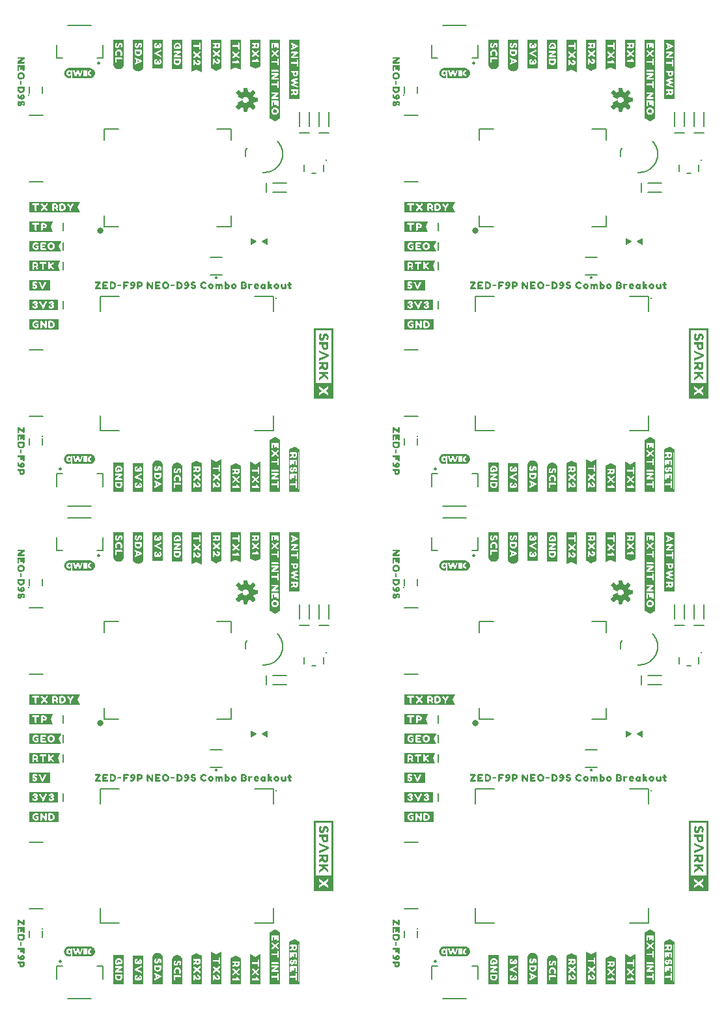
<source format=gto>
G04 EAGLE Gerber RS-274X export*
G75*
%MOMM*%
%FSLAX34Y34*%
%LPD*%
%INSilkscreen Top*%
%IPPOS*%
%AMOC8*
5,1,8,0,0,1.08239X$1,22.5*%
G01*
%ADD10C,0.203200*%
%ADD11C,0.254000*%
%ADD12C,0.300000*%
%ADD13C,0.152400*%
%ADD14C,0.177800*%
%ADD15C,0.812800*%
%ADD16C,0.282838*%

G36*
X906783Y144767D02*
X906783Y144767D01*
X906777Y144774D01*
X906785Y144780D01*
X906785Y236220D01*
X906749Y236267D01*
X906741Y236262D01*
X906735Y236269D01*
X881425Y236269D01*
X881377Y236233D01*
X881383Y236226D01*
X881375Y236220D01*
X881375Y144780D01*
X881411Y144733D01*
X881419Y144738D01*
X881425Y144731D01*
X906735Y144731D01*
X906783Y144767D01*
G37*
G36*
X393731Y144733D02*
X393731Y144733D01*
X393739Y144738D01*
X393745Y144731D01*
X419055Y144731D01*
X419103Y144767D01*
X419097Y144774D01*
X419105Y144780D01*
X419105Y236220D01*
X419069Y236267D01*
X419061Y236262D01*
X419055Y236269D01*
X393745Y236269D01*
X393697Y236233D01*
X393703Y236226D01*
X393695Y236220D01*
X393695Y144780D01*
X393731Y144733D01*
G37*
G36*
X906783Y784847D02*
X906783Y784847D01*
X906777Y784854D01*
X906785Y784860D01*
X906785Y876300D01*
X906749Y876347D01*
X906741Y876342D01*
X906735Y876349D01*
X881425Y876349D01*
X881377Y876313D01*
X881383Y876306D01*
X881375Y876300D01*
X881375Y784860D01*
X881411Y784813D01*
X881419Y784818D01*
X881425Y784811D01*
X906735Y784811D01*
X906783Y784847D01*
G37*
G36*
X419103Y784847D02*
X419103Y784847D01*
X419097Y784854D01*
X419105Y784860D01*
X419105Y876300D01*
X419069Y876347D01*
X419061Y876342D01*
X419055Y876349D01*
X393745Y876349D01*
X393697Y876313D01*
X393703Y876306D01*
X393695Y876300D01*
X393695Y784860D01*
X393731Y784813D01*
X393739Y784818D01*
X393745Y784811D01*
X419055Y784811D01*
X419103Y784847D01*
G37*
G36*
X343213Y1145620D02*
X343213Y1145620D01*
X343222Y1145616D01*
X349322Y1148616D01*
X349327Y1148626D01*
X349335Y1148625D01*
X349735Y1149025D01*
X349737Y1149038D01*
X349746Y1149045D01*
X349740Y1149053D01*
X349749Y1149060D01*
X349749Y1251360D01*
X349713Y1251407D01*
X349706Y1251402D01*
X349700Y1251409D01*
X336100Y1251409D01*
X336053Y1251373D01*
X336057Y1251367D01*
X336053Y1251364D01*
X336054Y1251362D01*
X336051Y1251360D01*
X336051Y1149060D01*
X336067Y1149039D01*
X336065Y1149025D01*
X336465Y1148625D01*
X336477Y1148624D01*
X336478Y1148616D01*
X342578Y1145616D01*
X342594Y1145619D01*
X342600Y1145611D01*
X343200Y1145611D01*
X343213Y1145620D01*
G37*
G36*
X830893Y1145620D02*
X830893Y1145620D01*
X830902Y1145616D01*
X837002Y1148616D01*
X837007Y1148626D01*
X837015Y1148625D01*
X837415Y1149025D01*
X837417Y1149038D01*
X837426Y1149045D01*
X837420Y1149053D01*
X837429Y1149060D01*
X837429Y1251360D01*
X837393Y1251407D01*
X837386Y1251402D01*
X837380Y1251409D01*
X823780Y1251409D01*
X823733Y1251373D01*
X823737Y1251367D01*
X823733Y1251364D01*
X823734Y1251362D01*
X823731Y1251360D01*
X823731Y1149060D01*
X823747Y1149039D01*
X823745Y1149025D01*
X824145Y1148625D01*
X824157Y1148624D01*
X824158Y1148616D01*
X830258Y1145616D01*
X830274Y1145619D01*
X830280Y1145611D01*
X830880Y1145611D01*
X830893Y1145620D01*
G37*
G36*
X830893Y505540D02*
X830893Y505540D01*
X830902Y505536D01*
X837002Y508536D01*
X837007Y508546D01*
X837015Y508545D01*
X837415Y508945D01*
X837417Y508958D01*
X837426Y508965D01*
X837420Y508973D01*
X837429Y508980D01*
X837429Y611280D01*
X837393Y611327D01*
X837386Y611322D01*
X837380Y611329D01*
X823780Y611329D01*
X823733Y611293D01*
X823737Y611287D01*
X823733Y611284D01*
X823734Y611282D01*
X823731Y611280D01*
X823731Y508980D01*
X823747Y508959D01*
X823745Y508945D01*
X824145Y508545D01*
X824157Y508544D01*
X824158Y508536D01*
X830258Y505536D01*
X830274Y505539D01*
X830280Y505531D01*
X830880Y505531D01*
X830893Y505540D01*
G37*
G36*
X343213Y505540D02*
X343213Y505540D01*
X343222Y505536D01*
X349322Y508536D01*
X349327Y508546D01*
X349335Y508545D01*
X349735Y508945D01*
X349737Y508958D01*
X349746Y508965D01*
X349740Y508973D01*
X349749Y508980D01*
X349749Y611280D01*
X349713Y611327D01*
X349706Y611322D01*
X349700Y611329D01*
X336100Y611329D01*
X336053Y611293D01*
X336057Y611287D01*
X336053Y611284D01*
X336054Y611282D01*
X336051Y611280D01*
X336051Y508980D01*
X336067Y508959D01*
X336065Y508945D01*
X336465Y508545D01*
X336477Y508544D01*
X336478Y508536D01*
X342578Y505536D01*
X342594Y505539D01*
X342600Y505531D01*
X343200Y505531D01*
X343213Y505540D01*
G37*
%LPC*%
G36*
X883824Y165257D02*
X883824Y165257D01*
X883824Y233821D01*
X904336Y233821D01*
X904336Y165257D01*
X883824Y165257D01*
G37*
%LPD*%
%LPC*%
G36*
X416656Y233821D02*
X416656Y233821D01*
X416656Y165257D01*
X396144Y165257D01*
X396144Y233821D01*
X416656Y233821D01*
G37*
%LPD*%
%LPC*%
G36*
X396144Y805337D02*
X396144Y805337D01*
X396144Y873901D01*
X416656Y873901D01*
X416656Y805337D01*
X396144Y805337D01*
G37*
%LPD*%
%LPC*%
G36*
X883824Y805337D02*
X883824Y805337D01*
X883824Y873901D01*
X904336Y873901D01*
X904336Y805337D01*
X883824Y805337D01*
G37*
%LPD*%
G36*
X862286Y1174615D02*
X862286Y1174615D01*
X862290Y1174612D01*
X862790Y1174712D01*
X862818Y1174744D01*
X862820Y1174745D01*
X862820Y1174746D01*
X862829Y1174756D01*
X862827Y1174758D01*
X862829Y1174760D01*
X862829Y1250960D01*
X862816Y1250978D01*
X862819Y1250990D01*
X862519Y1251390D01*
X862488Y1251399D01*
X862480Y1251409D01*
X849580Y1251409D01*
X849572Y1251403D01*
X849563Y1251406D01*
X849560Y1251397D01*
X849550Y1251399D01*
X849150Y1251099D01*
X849142Y1251068D01*
X849131Y1251060D01*
X849131Y1175160D01*
X849139Y1175149D01*
X849134Y1175142D01*
X849334Y1174642D01*
X849375Y1174617D01*
X849380Y1174611D01*
X862280Y1174611D01*
X862286Y1174615D01*
G37*
G36*
X374606Y1174615D02*
X374606Y1174615D01*
X374610Y1174612D01*
X375110Y1174712D01*
X375138Y1174744D01*
X375140Y1174745D01*
X375140Y1174746D01*
X375149Y1174756D01*
X375147Y1174758D01*
X375149Y1174760D01*
X375149Y1250960D01*
X375136Y1250978D01*
X375139Y1250990D01*
X374839Y1251390D01*
X374808Y1251399D01*
X374800Y1251409D01*
X361900Y1251409D01*
X361892Y1251403D01*
X361883Y1251406D01*
X361880Y1251397D01*
X361870Y1251399D01*
X361470Y1251099D01*
X361462Y1251068D01*
X361451Y1251060D01*
X361451Y1175160D01*
X361459Y1175149D01*
X361454Y1175142D01*
X361654Y1174642D01*
X361695Y1174617D01*
X361700Y1174611D01*
X374600Y1174611D01*
X374606Y1174615D01*
G37*
G36*
X862286Y534535D02*
X862286Y534535D01*
X862290Y534532D01*
X862790Y534632D01*
X862818Y534664D01*
X862820Y534665D01*
X862820Y534666D01*
X862829Y534676D01*
X862827Y534678D01*
X862829Y534680D01*
X862829Y610880D01*
X862816Y610898D01*
X862819Y610910D01*
X862519Y611310D01*
X862488Y611319D01*
X862480Y611329D01*
X849580Y611329D01*
X849572Y611323D01*
X849563Y611326D01*
X849560Y611317D01*
X849550Y611319D01*
X849150Y611019D01*
X849142Y610988D01*
X849131Y610980D01*
X849131Y535080D01*
X849139Y535069D01*
X849134Y535062D01*
X849334Y534562D01*
X849375Y534537D01*
X849380Y534531D01*
X862280Y534531D01*
X862286Y534535D01*
G37*
G36*
X374606Y534535D02*
X374606Y534535D01*
X374610Y534532D01*
X375110Y534632D01*
X375138Y534664D01*
X375140Y534665D01*
X375140Y534666D01*
X375149Y534676D01*
X375147Y534678D01*
X375149Y534680D01*
X375149Y610880D01*
X375136Y610898D01*
X375139Y610910D01*
X374839Y611310D01*
X374808Y611319D01*
X374800Y611329D01*
X361900Y611329D01*
X361892Y611323D01*
X361883Y611326D01*
X361880Y611317D01*
X361870Y611319D01*
X361470Y611019D01*
X361462Y610988D01*
X361451Y610980D01*
X361451Y535080D01*
X361459Y535069D01*
X361454Y535062D01*
X361654Y534562D01*
X361695Y534537D01*
X361700Y534531D01*
X374600Y534531D01*
X374606Y534535D01*
G37*
G36*
X836785Y663754D02*
X836785Y663754D01*
X836788Y663751D01*
X837388Y663851D01*
X837429Y663895D01*
X837426Y663898D01*
X837429Y663900D01*
X837429Y731300D01*
X837415Y731318D01*
X837418Y731331D01*
X837018Y731831D01*
X837004Y731835D01*
X837002Y731844D01*
X830902Y734844D01*
X830886Y734841D01*
X830880Y734849D01*
X830280Y734849D01*
X830267Y734840D01*
X830258Y734844D01*
X824258Y731844D01*
X824255Y731837D01*
X824249Y731838D01*
X823749Y731438D01*
X823742Y731408D01*
X823731Y731400D01*
X823731Y664400D01*
X823734Y664395D01*
X823731Y664392D01*
X823831Y663792D01*
X823875Y663751D01*
X823878Y663754D01*
X823880Y663751D01*
X836780Y663751D01*
X836785Y663754D01*
G37*
G36*
X349105Y663754D02*
X349105Y663754D01*
X349108Y663751D01*
X349708Y663851D01*
X349749Y663895D01*
X349746Y663898D01*
X349749Y663900D01*
X349749Y731300D01*
X349735Y731318D01*
X349738Y731331D01*
X349338Y731831D01*
X349324Y731835D01*
X349322Y731844D01*
X343222Y734844D01*
X343206Y734841D01*
X343200Y734849D01*
X342600Y734849D01*
X342587Y734840D01*
X342578Y734844D01*
X336578Y731844D01*
X336575Y731837D01*
X336569Y731838D01*
X336069Y731438D01*
X336062Y731408D01*
X336051Y731400D01*
X336051Y664400D01*
X336054Y664395D01*
X336051Y664392D01*
X336151Y663792D01*
X336195Y663751D01*
X336198Y663754D01*
X336200Y663751D01*
X349100Y663751D01*
X349105Y663754D01*
G37*
G36*
X349105Y23674D02*
X349105Y23674D01*
X349108Y23671D01*
X349708Y23771D01*
X349749Y23815D01*
X349746Y23818D01*
X349749Y23820D01*
X349749Y91220D01*
X349735Y91238D01*
X349738Y91251D01*
X349338Y91751D01*
X349324Y91755D01*
X349322Y91764D01*
X343222Y94764D01*
X343206Y94761D01*
X343200Y94769D01*
X342600Y94769D01*
X342587Y94760D01*
X342578Y94764D01*
X336578Y91764D01*
X336575Y91757D01*
X336569Y91758D01*
X336069Y91358D01*
X336062Y91328D01*
X336051Y91320D01*
X336051Y24320D01*
X336054Y24315D01*
X336051Y24312D01*
X336151Y23712D01*
X336195Y23671D01*
X336198Y23674D01*
X336200Y23671D01*
X349100Y23671D01*
X349105Y23674D01*
G37*
G36*
X836785Y23674D02*
X836785Y23674D01*
X836788Y23671D01*
X837388Y23771D01*
X837429Y23815D01*
X837426Y23818D01*
X837429Y23820D01*
X837429Y91220D01*
X837415Y91238D01*
X837418Y91251D01*
X837018Y91751D01*
X837004Y91755D01*
X837002Y91764D01*
X830902Y94764D01*
X830886Y94761D01*
X830880Y94769D01*
X830280Y94769D01*
X830267Y94760D01*
X830258Y94764D01*
X824258Y91764D01*
X824255Y91757D01*
X824249Y91758D01*
X823749Y91358D01*
X823742Y91328D01*
X823731Y91320D01*
X823731Y24320D01*
X823734Y24315D01*
X823731Y24312D01*
X823831Y23712D01*
X823875Y23671D01*
X823878Y23674D01*
X823880Y23671D01*
X836780Y23671D01*
X836785Y23674D01*
G37*
G36*
X89426Y1026935D02*
X89426Y1026935D01*
X89430Y1026932D01*
X89930Y1027032D01*
X89958Y1027064D01*
X89960Y1027065D01*
X89960Y1027066D01*
X89969Y1027076D01*
X89957Y1027087D01*
X89964Y1027102D01*
X86575Y1033780D01*
X89964Y1040458D01*
X89963Y1040460D01*
X89965Y1040461D01*
X89963Y1040463D01*
X89953Y1040516D01*
X89937Y1040513D01*
X89930Y1040528D01*
X89430Y1040628D01*
X89423Y1040625D01*
X89420Y1040629D01*
X23720Y1040629D01*
X23673Y1040593D01*
X23676Y1040589D01*
X23673Y1040586D01*
X23675Y1040583D01*
X23671Y1040580D01*
X23671Y1027080D01*
X23707Y1027033D01*
X23710Y1027035D01*
X23712Y1027031D01*
X24312Y1026931D01*
X24317Y1026934D01*
X24320Y1026931D01*
X89420Y1026931D01*
X89426Y1026935D01*
G37*
G36*
X577106Y1026935D02*
X577106Y1026935D01*
X577110Y1026932D01*
X577610Y1027032D01*
X577638Y1027064D01*
X577640Y1027065D01*
X577640Y1027066D01*
X577649Y1027076D01*
X577637Y1027087D01*
X577644Y1027102D01*
X574255Y1033780D01*
X577644Y1040458D01*
X577643Y1040460D01*
X577645Y1040461D01*
X577643Y1040463D01*
X577633Y1040516D01*
X577617Y1040513D01*
X577610Y1040528D01*
X577110Y1040628D01*
X577103Y1040625D01*
X577100Y1040629D01*
X511400Y1040629D01*
X511353Y1040593D01*
X511356Y1040589D01*
X511353Y1040586D01*
X511355Y1040583D01*
X511351Y1040580D01*
X511351Y1027080D01*
X511387Y1027033D01*
X511390Y1027035D01*
X511392Y1027031D01*
X511992Y1026931D01*
X511997Y1026934D01*
X512000Y1026931D01*
X577100Y1026931D01*
X577106Y1026935D01*
G37*
G36*
X89426Y386855D02*
X89426Y386855D01*
X89430Y386852D01*
X89930Y386952D01*
X89958Y386984D01*
X89960Y386985D01*
X89960Y386986D01*
X89969Y386996D01*
X89957Y387007D01*
X89964Y387022D01*
X86575Y393700D01*
X89964Y400378D01*
X89963Y400380D01*
X89965Y400381D01*
X89963Y400383D01*
X89953Y400436D01*
X89937Y400433D01*
X89930Y400448D01*
X89430Y400548D01*
X89423Y400545D01*
X89420Y400549D01*
X23720Y400549D01*
X23673Y400513D01*
X23676Y400509D01*
X23673Y400506D01*
X23675Y400503D01*
X23671Y400500D01*
X23671Y387000D01*
X23707Y386953D01*
X23710Y386955D01*
X23712Y386951D01*
X24312Y386851D01*
X24317Y386854D01*
X24320Y386851D01*
X89420Y386851D01*
X89426Y386855D01*
G37*
G36*
X577106Y386855D02*
X577106Y386855D01*
X577110Y386852D01*
X577610Y386952D01*
X577638Y386984D01*
X577640Y386985D01*
X577640Y386986D01*
X577649Y386996D01*
X577637Y387007D01*
X577644Y387022D01*
X574255Y393700D01*
X577644Y400378D01*
X577643Y400380D01*
X577645Y400381D01*
X577643Y400383D01*
X577633Y400436D01*
X577617Y400433D01*
X577610Y400448D01*
X577110Y400548D01*
X577103Y400545D01*
X577100Y400549D01*
X511400Y400549D01*
X511353Y400513D01*
X511356Y400509D01*
X511353Y400506D01*
X511355Y400503D01*
X511351Y400500D01*
X511351Y387000D01*
X511387Y386953D01*
X511390Y386955D01*
X511392Y386951D01*
X511992Y386851D01*
X511997Y386854D01*
X512000Y386851D01*
X577100Y386851D01*
X577106Y386855D01*
G37*
G36*
X374826Y23690D02*
X374826Y23690D01*
X374839Y23690D01*
X375139Y24090D01*
X375139Y24098D01*
X375143Y24101D01*
X375139Y24105D01*
X375139Y24112D01*
X375149Y24120D01*
X375149Y75520D01*
X375113Y75567D01*
X375109Y75564D01*
X375107Y75569D01*
X375104Y75569D01*
X375117Y75574D01*
X375129Y75593D01*
X375147Y75607D01*
X375143Y75613D01*
X375147Y75616D01*
X375146Y75618D01*
X375149Y75620D01*
X375149Y78620D01*
X375138Y78635D01*
X375142Y78645D01*
X374842Y79145D01*
X374824Y79153D01*
X374822Y79164D01*
X368722Y82164D01*
X368717Y82163D01*
X368716Y82167D01*
X368116Y82367D01*
X368090Y82358D01*
X368077Y82364D01*
X362078Y79264D01*
X361478Y78964D01*
X361460Y78927D01*
X361451Y78920D01*
X361451Y24020D01*
X361470Y23994D01*
X361470Y23981D01*
X361870Y23681D01*
X361892Y23681D01*
X361900Y23671D01*
X374800Y23671D01*
X374826Y23690D01*
G37*
G36*
X862506Y663770D02*
X862506Y663770D01*
X862519Y663770D01*
X862819Y664170D01*
X862819Y664178D01*
X862823Y664181D01*
X862819Y664185D01*
X862819Y664192D01*
X862829Y664200D01*
X862829Y715600D01*
X862793Y715647D01*
X862789Y715644D01*
X862787Y715649D01*
X862784Y715649D01*
X862797Y715654D01*
X862809Y715673D01*
X862827Y715687D01*
X862823Y715693D01*
X862827Y715696D01*
X862826Y715698D01*
X862829Y715700D01*
X862829Y718700D01*
X862818Y718715D01*
X862822Y718725D01*
X862522Y719225D01*
X862504Y719233D01*
X862502Y719244D01*
X856402Y722244D01*
X856397Y722243D01*
X856396Y722247D01*
X855796Y722447D01*
X855770Y722438D01*
X855757Y722444D01*
X849758Y719344D01*
X849158Y719044D01*
X849140Y719007D01*
X849131Y719000D01*
X849131Y664100D01*
X849150Y664074D01*
X849150Y664061D01*
X849550Y663761D01*
X849572Y663761D01*
X849580Y663751D01*
X862480Y663751D01*
X862506Y663770D01*
G37*
G36*
X374826Y663770D02*
X374826Y663770D01*
X374839Y663770D01*
X375139Y664170D01*
X375139Y664178D01*
X375143Y664181D01*
X375139Y664185D01*
X375139Y664192D01*
X375149Y664200D01*
X375149Y715600D01*
X375113Y715647D01*
X375109Y715644D01*
X375107Y715649D01*
X375104Y715649D01*
X375117Y715654D01*
X375129Y715673D01*
X375147Y715687D01*
X375143Y715693D01*
X375147Y715696D01*
X375146Y715698D01*
X375149Y715700D01*
X375149Y718700D01*
X375138Y718715D01*
X375142Y718725D01*
X374842Y719225D01*
X374824Y719233D01*
X374822Y719244D01*
X368722Y722244D01*
X368717Y722243D01*
X368716Y722247D01*
X368116Y722447D01*
X368090Y722438D01*
X368077Y722444D01*
X362078Y719344D01*
X361478Y719044D01*
X361460Y719007D01*
X361451Y719000D01*
X361451Y664100D01*
X361470Y664074D01*
X361470Y664061D01*
X361870Y663761D01*
X361892Y663761D01*
X361900Y663751D01*
X374800Y663751D01*
X374826Y663770D01*
G37*
G36*
X862506Y23690D02*
X862506Y23690D01*
X862519Y23690D01*
X862819Y24090D01*
X862819Y24098D01*
X862823Y24101D01*
X862819Y24105D01*
X862819Y24112D01*
X862829Y24120D01*
X862829Y75520D01*
X862793Y75567D01*
X862789Y75564D01*
X862787Y75569D01*
X862784Y75569D01*
X862797Y75574D01*
X862809Y75593D01*
X862827Y75607D01*
X862823Y75613D01*
X862827Y75616D01*
X862826Y75618D01*
X862829Y75620D01*
X862829Y78620D01*
X862818Y78635D01*
X862822Y78645D01*
X862522Y79145D01*
X862504Y79153D01*
X862502Y79164D01*
X856402Y82164D01*
X856397Y82163D01*
X856396Y82167D01*
X855796Y82367D01*
X855770Y82358D01*
X855757Y82364D01*
X849758Y79264D01*
X849158Y78964D01*
X849140Y78927D01*
X849131Y78920D01*
X849131Y24020D01*
X849150Y23994D01*
X849150Y23981D01*
X849550Y23681D01*
X849572Y23681D01*
X849580Y23671D01*
X862480Y23671D01*
X862506Y23690D01*
G37*
G36*
X735661Y569337D02*
X735661Y569337D01*
X735716Y569347D01*
X735713Y569364D01*
X735729Y569372D01*
X735829Y569972D01*
X735826Y569977D01*
X735829Y569980D01*
X735829Y610780D01*
X735825Y610786D01*
X735828Y610790D01*
X735728Y611290D01*
X735684Y611329D01*
X735682Y611327D01*
X735680Y611329D01*
X722780Y611329D01*
X722775Y611326D01*
X722772Y611329D01*
X722172Y611229D01*
X722131Y611185D01*
X722134Y611183D01*
X722131Y611180D01*
X722131Y569880D01*
X722140Y569867D01*
X722136Y569858D01*
X722336Y569458D01*
X722389Y569432D01*
X722394Y569440D01*
X722402Y569436D01*
X728398Y572434D01*
X729075Y572627D01*
X735658Y569336D01*
X735659Y569336D01*
X735659Y569335D01*
X735661Y569337D01*
G37*
G36*
X247981Y569337D02*
X247981Y569337D01*
X248036Y569347D01*
X248033Y569364D01*
X248049Y569372D01*
X248149Y569972D01*
X248146Y569977D01*
X248149Y569980D01*
X248149Y610780D01*
X248145Y610786D01*
X248148Y610790D01*
X248048Y611290D01*
X248004Y611329D01*
X248002Y611327D01*
X248000Y611329D01*
X235100Y611329D01*
X235095Y611326D01*
X235092Y611329D01*
X234492Y611229D01*
X234451Y611185D01*
X234454Y611183D01*
X234451Y611180D01*
X234451Y569880D01*
X234460Y569867D01*
X234456Y569858D01*
X234656Y569458D01*
X234709Y569432D01*
X234714Y569440D01*
X234722Y569436D01*
X240718Y572434D01*
X241395Y572627D01*
X247978Y569336D01*
X247979Y569336D01*
X247979Y569335D01*
X247981Y569337D01*
G37*
G36*
X735661Y1209417D02*
X735661Y1209417D01*
X735716Y1209427D01*
X735713Y1209444D01*
X735729Y1209452D01*
X735829Y1210052D01*
X735826Y1210057D01*
X735829Y1210060D01*
X735829Y1250860D01*
X735825Y1250866D01*
X735828Y1250870D01*
X735728Y1251370D01*
X735684Y1251409D01*
X735682Y1251407D01*
X735680Y1251409D01*
X722780Y1251409D01*
X722775Y1251406D01*
X722772Y1251409D01*
X722172Y1251309D01*
X722131Y1251265D01*
X722134Y1251263D01*
X722131Y1251260D01*
X722131Y1209960D01*
X722140Y1209947D01*
X722136Y1209938D01*
X722336Y1209538D01*
X722389Y1209512D01*
X722394Y1209520D01*
X722402Y1209516D01*
X728398Y1212514D01*
X729075Y1212707D01*
X735658Y1209416D01*
X735659Y1209416D01*
X735659Y1209415D01*
X735661Y1209417D01*
G37*
G36*
X247981Y1209417D02*
X247981Y1209417D01*
X248036Y1209427D01*
X248033Y1209444D01*
X248049Y1209452D01*
X248149Y1210052D01*
X248146Y1210057D01*
X248149Y1210060D01*
X248149Y1250860D01*
X248145Y1250866D01*
X248148Y1250870D01*
X248048Y1251370D01*
X248004Y1251409D01*
X248002Y1251407D01*
X248000Y1251409D01*
X235100Y1251409D01*
X235095Y1251406D01*
X235092Y1251409D01*
X234492Y1251309D01*
X234451Y1251265D01*
X234454Y1251263D01*
X234451Y1251260D01*
X234451Y1209960D01*
X234460Y1209947D01*
X234456Y1209938D01*
X234656Y1209538D01*
X234709Y1209512D01*
X234714Y1209520D01*
X234722Y1209516D01*
X240718Y1212514D01*
X241395Y1212707D01*
X247978Y1209416D01*
X247979Y1209416D01*
X247979Y1209415D01*
X247981Y1209417D01*
G37*
G36*
X273447Y23707D02*
X273447Y23707D01*
X273445Y23710D01*
X273449Y23712D01*
X273549Y24312D01*
X273546Y24317D01*
X273549Y24320D01*
X273549Y58820D01*
X273549Y58821D01*
X273513Y58867D01*
X273500Y58857D01*
X273489Y58866D01*
X273514Y58873D01*
X273549Y58920D01*
X273549Y65120D01*
X273545Y65126D01*
X273548Y65130D01*
X273448Y65630D01*
X273404Y65669D01*
X273393Y65657D01*
X273378Y65664D01*
X266700Y62275D01*
X260022Y65664D01*
X259964Y65653D01*
X259967Y65637D01*
X259952Y65630D01*
X259852Y65130D01*
X259855Y65123D01*
X259851Y65120D01*
X259851Y23820D01*
X259887Y23773D01*
X259890Y23775D01*
X259892Y23771D01*
X260492Y23671D01*
X260497Y23674D01*
X260500Y23671D01*
X273400Y23671D01*
X273447Y23707D01*
G37*
G36*
X761127Y663787D02*
X761127Y663787D01*
X761125Y663790D01*
X761129Y663792D01*
X761229Y664392D01*
X761226Y664397D01*
X761229Y664400D01*
X761229Y698900D01*
X761229Y698901D01*
X761193Y698947D01*
X761180Y698937D01*
X761169Y698946D01*
X761194Y698953D01*
X761229Y699000D01*
X761229Y705200D01*
X761225Y705206D01*
X761228Y705210D01*
X761128Y705710D01*
X761084Y705749D01*
X761073Y705737D01*
X761058Y705744D01*
X754380Y702355D01*
X747702Y705744D01*
X747644Y705733D01*
X747647Y705717D01*
X747632Y705710D01*
X747532Y705210D01*
X747535Y705203D01*
X747531Y705200D01*
X747531Y663900D01*
X747567Y663853D01*
X747570Y663855D01*
X747572Y663851D01*
X748172Y663751D01*
X748177Y663754D01*
X748180Y663751D01*
X761080Y663751D01*
X761127Y663787D01*
G37*
G36*
X273447Y663787D02*
X273447Y663787D01*
X273445Y663790D01*
X273449Y663792D01*
X273549Y664392D01*
X273546Y664397D01*
X273549Y664400D01*
X273549Y698900D01*
X273549Y698901D01*
X273513Y698947D01*
X273500Y698937D01*
X273489Y698946D01*
X273514Y698953D01*
X273549Y699000D01*
X273549Y705200D01*
X273545Y705206D01*
X273548Y705210D01*
X273448Y705710D01*
X273404Y705749D01*
X273393Y705737D01*
X273378Y705744D01*
X266700Y702355D01*
X260022Y705744D01*
X259964Y705733D01*
X259967Y705717D01*
X259952Y705710D01*
X259852Y705210D01*
X259855Y705203D01*
X259851Y705200D01*
X259851Y663900D01*
X259887Y663853D01*
X259890Y663855D01*
X259892Y663851D01*
X260492Y663751D01*
X260497Y663754D01*
X260500Y663751D01*
X273400Y663751D01*
X273447Y663787D01*
G37*
G36*
X761127Y23707D02*
X761127Y23707D01*
X761125Y23710D01*
X761129Y23712D01*
X761229Y24312D01*
X761226Y24317D01*
X761229Y24320D01*
X761229Y58820D01*
X761229Y58821D01*
X761193Y58867D01*
X761180Y58857D01*
X761169Y58866D01*
X761194Y58873D01*
X761229Y58920D01*
X761229Y65120D01*
X761225Y65126D01*
X761228Y65130D01*
X761128Y65630D01*
X761084Y65669D01*
X761073Y65657D01*
X761058Y65664D01*
X754380Y62275D01*
X747702Y65664D01*
X747644Y65653D01*
X747647Y65637D01*
X747632Y65630D01*
X747532Y65130D01*
X747535Y65123D01*
X747531Y65120D01*
X747531Y23820D01*
X747567Y23773D01*
X747570Y23775D01*
X747572Y23771D01*
X748172Y23671D01*
X748177Y23674D01*
X748180Y23671D01*
X761080Y23671D01*
X761127Y23707D01*
G37*
G36*
X65067Y976167D02*
X65067Y976167D01*
X65062Y976174D01*
X65069Y976180D01*
X65069Y976580D01*
X65060Y976593D01*
X65064Y976602D01*
X62069Y982691D01*
X62069Y983268D01*
X65064Y989258D01*
X65063Y989264D01*
X65067Y989267D01*
X65062Y989274D01*
X65069Y989280D01*
X65069Y989780D01*
X65033Y989827D01*
X65026Y989822D01*
X65020Y989829D01*
X23720Y989829D01*
X23673Y989793D01*
X23676Y989789D01*
X23673Y989786D01*
X23675Y989783D01*
X23671Y989780D01*
X23671Y976280D01*
X23707Y976233D01*
X23710Y976235D01*
X23712Y976231D01*
X24312Y976131D01*
X24317Y976134D01*
X24320Y976131D01*
X65020Y976131D01*
X65067Y976167D01*
G37*
G36*
X552747Y976167D02*
X552747Y976167D01*
X552742Y976174D01*
X552749Y976180D01*
X552749Y976580D01*
X552740Y976593D01*
X552744Y976602D01*
X549749Y982691D01*
X549749Y983268D01*
X552744Y989258D01*
X552743Y989264D01*
X552747Y989267D01*
X552742Y989274D01*
X552749Y989280D01*
X552749Y989780D01*
X552713Y989827D01*
X552706Y989822D01*
X552700Y989829D01*
X511400Y989829D01*
X511353Y989793D01*
X511356Y989789D01*
X511353Y989786D01*
X511355Y989783D01*
X511351Y989780D01*
X511351Y976280D01*
X511387Y976233D01*
X511390Y976235D01*
X511392Y976231D01*
X511992Y976131D01*
X511997Y976134D01*
X512000Y976131D01*
X552700Y976131D01*
X552747Y976167D01*
G37*
G36*
X552747Y336087D02*
X552747Y336087D01*
X552742Y336094D01*
X552749Y336100D01*
X552749Y336500D01*
X552740Y336513D01*
X552744Y336522D01*
X549749Y342611D01*
X549749Y343188D01*
X552744Y349178D01*
X552743Y349184D01*
X552747Y349187D01*
X552742Y349194D01*
X552749Y349200D01*
X552749Y349700D01*
X552713Y349747D01*
X552706Y349742D01*
X552700Y349749D01*
X511400Y349749D01*
X511353Y349713D01*
X511356Y349709D01*
X511353Y349706D01*
X511355Y349703D01*
X511351Y349700D01*
X511351Y336200D01*
X511387Y336153D01*
X511390Y336155D01*
X511392Y336151D01*
X511992Y336051D01*
X511997Y336054D01*
X512000Y336051D01*
X552700Y336051D01*
X552747Y336087D01*
G37*
G36*
X65067Y336087D02*
X65067Y336087D01*
X65062Y336094D01*
X65069Y336100D01*
X65069Y336500D01*
X65060Y336513D01*
X65064Y336522D01*
X62069Y342611D01*
X62069Y343188D01*
X65064Y349178D01*
X65063Y349184D01*
X65067Y349187D01*
X65062Y349194D01*
X65069Y349200D01*
X65069Y349700D01*
X65033Y349747D01*
X65026Y349742D01*
X65020Y349749D01*
X23720Y349749D01*
X23673Y349713D01*
X23676Y349709D01*
X23673Y349706D01*
X23675Y349703D01*
X23671Y349700D01*
X23671Y336200D01*
X23707Y336153D01*
X23710Y336155D01*
X23712Y336151D01*
X24312Y336051D01*
X24317Y336054D01*
X24320Y336051D01*
X65020Y336051D01*
X65067Y336087D01*
G37*
G36*
X166007Y570331D02*
X166007Y570331D01*
X166008Y570332D01*
X166008Y570331D01*
X166608Y570431D01*
X166611Y570435D01*
X166614Y570433D01*
X167314Y570633D01*
X167315Y570634D01*
X167316Y570633D01*
X167916Y570833D01*
X167921Y570841D01*
X167927Y570839D01*
X168525Y571237D01*
X169122Y571536D01*
X169125Y571543D01*
X169131Y571542D01*
X169631Y571942D01*
X169632Y571946D01*
X169635Y571945D01*
X170135Y572445D01*
X170135Y572449D01*
X170138Y572449D01*
X170538Y572949D01*
X170539Y572953D01*
X170541Y572953D01*
X170941Y573553D01*
X170941Y573557D01*
X170944Y573558D01*
X171544Y574758D01*
X171543Y574765D01*
X171547Y574766D01*
X171747Y575466D01*
X171746Y575470D01*
X171749Y575472D01*
X171849Y576072D01*
X171848Y576073D01*
X171849Y576073D01*
X171949Y576773D01*
X171946Y576778D01*
X171949Y576780D01*
X171949Y610980D01*
X171930Y611006D01*
X171930Y611019D01*
X171530Y611319D01*
X171508Y611319D01*
X171500Y611329D01*
X158600Y611329D01*
X158574Y611310D01*
X158561Y611310D01*
X158261Y610910D01*
X158261Y610888D01*
X158251Y610880D01*
X158251Y577080D01*
X158254Y577076D01*
X158251Y577073D01*
X158351Y576373D01*
X158352Y576372D01*
X158351Y576372D01*
X158451Y575772D01*
X158551Y575073D01*
X158559Y575065D01*
X158556Y575058D01*
X159456Y573258D01*
X159460Y573256D01*
X159459Y573253D01*
X159859Y572653D01*
X159869Y572649D01*
X159869Y572642D01*
X160367Y572243D01*
X160865Y571745D01*
X160869Y571745D01*
X160869Y571742D01*
X161369Y571342D01*
X161377Y571341D01*
X161378Y571336D01*
X162578Y570736D01*
X162585Y570737D01*
X162586Y570733D01*
X163285Y570533D01*
X163884Y570333D01*
X163895Y570337D01*
X163900Y570331D01*
X164597Y570331D01*
X165293Y570231D01*
X165302Y570236D01*
X165307Y570231D01*
X166007Y570331D01*
G37*
G36*
X653687Y1210411D02*
X653687Y1210411D01*
X653688Y1210412D01*
X653688Y1210411D01*
X654288Y1210511D01*
X654291Y1210515D01*
X654294Y1210513D01*
X654994Y1210713D01*
X654995Y1210714D01*
X654996Y1210713D01*
X655596Y1210913D01*
X655601Y1210921D01*
X655607Y1210919D01*
X656205Y1211317D01*
X656802Y1211616D01*
X656805Y1211623D01*
X656811Y1211622D01*
X657311Y1212022D01*
X657312Y1212026D01*
X657315Y1212025D01*
X657815Y1212525D01*
X657815Y1212529D01*
X657818Y1212529D01*
X658218Y1213029D01*
X658219Y1213033D01*
X658221Y1213033D01*
X658621Y1213633D01*
X658621Y1213637D01*
X658624Y1213638D01*
X659224Y1214838D01*
X659223Y1214845D01*
X659227Y1214846D01*
X659427Y1215546D01*
X659426Y1215550D01*
X659429Y1215552D01*
X659529Y1216152D01*
X659528Y1216153D01*
X659529Y1216153D01*
X659629Y1216853D01*
X659626Y1216858D01*
X659629Y1216860D01*
X659629Y1251060D01*
X659610Y1251086D01*
X659610Y1251099D01*
X659210Y1251399D01*
X659188Y1251399D01*
X659180Y1251409D01*
X646280Y1251409D01*
X646254Y1251390D01*
X646241Y1251390D01*
X645941Y1250990D01*
X645941Y1250968D01*
X645931Y1250960D01*
X645931Y1217160D01*
X645934Y1217156D01*
X645931Y1217153D01*
X646031Y1216453D01*
X646032Y1216452D01*
X646031Y1216452D01*
X646131Y1215852D01*
X646231Y1215153D01*
X646239Y1215145D01*
X646236Y1215138D01*
X647136Y1213338D01*
X647140Y1213336D01*
X647139Y1213333D01*
X647539Y1212733D01*
X647549Y1212729D01*
X647549Y1212722D01*
X648047Y1212323D01*
X648545Y1211825D01*
X648549Y1211825D01*
X648549Y1211822D01*
X649049Y1211422D01*
X649057Y1211421D01*
X649058Y1211416D01*
X650258Y1210816D01*
X650265Y1210817D01*
X650266Y1210813D01*
X650965Y1210613D01*
X651564Y1210413D01*
X651575Y1210417D01*
X651580Y1210411D01*
X652277Y1210411D01*
X652973Y1210311D01*
X652982Y1210316D01*
X652987Y1210311D01*
X653687Y1210411D01*
G37*
G36*
X653687Y570331D02*
X653687Y570331D01*
X653688Y570332D01*
X653688Y570331D01*
X654288Y570431D01*
X654291Y570435D01*
X654294Y570433D01*
X654994Y570633D01*
X654995Y570634D01*
X654996Y570633D01*
X655596Y570833D01*
X655601Y570841D01*
X655607Y570839D01*
X656205Y571237D01*
X656802Y571536D01*
X656805Y571543D01*
X656811Y571542D01*
X657311Y571942D01*
X657312Y571946D01*
X657315Y571945D01*
X657815Y572445D01*
X657815Y572449D01*
X657818Y572449D01*
X658218Y572949D01*
X658219Y572953D01*
X658221Y572953D01*
X658621Y573553D01*
X658621Y573557D01*
X658624Y573558D01*
X659224Y574758D01*
X659223Y574765D01*
X659227Y574766D01*
X659427Y575466D01*
X659426Y575470D01*
X659429Y575472D01*
X659529Y576072D01*
X659528Y576073D01*
X659529Y576073D01*
X659629Y576773D01*
X659626Y576778D01*
X659629Y576780D01*
X659629Y610980D01*
X659610Y611006D01*
X659610Y611019D01*
X659210Y611319D01*
X659188Y611319D01*
X659180Y611329D01*
X646280Y611329D01*
X646254Y611310D01*
X646241Y611310D01*
X645941Y610910D01*
X645941Y610888D01*
X645931Y610880D01*
X645931Y577080D01*
X645934Y577076D01*
X645931Y577073D01*
X646031Y576373D01*
X646032Y576372D01*
X646031Y576372D01*
X646131Y575772D01*
X646231Y575073D01*
X646239Y575065D01*
X646236Y575058D01*
X647136Y573258D01*
X647140Y573256D01*
X647139Y573253D01*
X647539Y572653D01*
X647549Y572649D01*
X647549Y572642D01*
X648047Y572243D01*
X648545Y571745D01*
X648549Y571745D01*
X648549Y571742D01*
X649049Y571342D01*
X649057Y571341D01*
X649058Y571336D01*
X650258Y570736D01*
X650265Y570737D01*
X650266Y570733D01*
X650965Y570533D01*
X651564Y570333D01*
X651575Y570337D01*
X651580Y570331D01*
X652277Y570331D01*
X652973Y570231D01*
X652982Y570236D01*
X652987Y570231D01*
X653687Y570331D01*
G37*
G36*
X166007Y1210411D02*
X166007Y1210411D01*
X166008Y1210412D01*
X166008Y1210411D01*
X166608Y1210511D01*
X166611Y1210515D01*
X166614Y1210513D01*
X167314Y1210713D01*
X167315Y1210714D01*
X167316Y1210713D01*
X167916Y1210913D01*
X167921Y1210921D01*
X167927Y1210919D01*
X168525Y1211317D01*
X169122Y1211616D01*
X169125Y1211623D01*
X169131Y1211622D01*
X169631Y1212022D01*
X169632Y1212026D01*
X169635Y1212025D01*
X170135Y1212525D01*
X170135Y1212529D01*
X170138Y1212529D01*
X170538Y1213029D01*
X170539Y1213033D01*
X170541Y1213033D01*
X170941Y1213633D01*
X170941Y1213637D01*
X170944Y1213638D01*
X171544Y1214838D01*
X171543Y1214845D01*
X171547Y1214846D01*
X171747Y1215546D01*
X171746Y1215550D01*
X171749Y1215552D01*
X171849Y1216152D01*
X171848Y1216153D01*
X171849Y1216153D01*
X171949Y1216853D01*
X171946Y1216858D01*
X171949Y1216860D01*
X171949Y1251060D01*
X171930Y1251086D01*
X171930Y1251099D01*
X171530Y1251399D01*
X171508Y1251399D01*
X171500Y1251409D01*
X158600Y1251409D01*
X158574Y1251390D01*
X158561Y1251390D01*
X158261Y1250990D01*
X158261Y1250968D01*
X158251Y1250960D01*
X158251Y1217160D01*
X158254Y1217156D01*
X158251Y1217153D01*
X158351Y1216453D01*
X158352Y1216452D01*
X158351Y1216452D01*
X158451Y1215852D01*
X158551Y1215153D01*
X158559Y1215145D01*
X158556Y1215138D01*
X159456Y1213338D01*
X159460Y1213336D01*
X159459Y1213333D01*
X159859Y1212733D01*
X159869Y1212729D01*
X159869Y1212722D01*
X160367Y1212323D01*
X160865Y1211825D01*
X160869Y1211825D01*
X160869Y1211822D01*
X161369Y1211422D01*
X161377Y1211421D01*
X161378Y1211416D01*
X162578Y1210816D01*
X162585Y1210817D01*
X162586Y1210813D01*
X163285Y1210613D01*
X163884Y1210413D01*
X163895Y1210417D01*
X163900Y1210411D01*
X164597Y1210411D01*
X165293Y1210311D01*
X165302Y1210316D01*
X165307Y1210311D01*
X166007Y1210411D01*
G37*
G36*
X197026Y23690D02*
X197026Y23690D01*
X197039Y23690D01*
X197339Y24090D01*
X197339Y24098D01*
X197343Y24101D01*
X197339Y24105D01*
X197339Y24112D01*
X197349Y24120D01*
X197349Y58320D01*
X197346Y58324D01*
X197349Y58327D01*
X197249Y59027D01*
X197244Y59032D01*
X197247Y59036D01*
X197047Y59635D01*
X196847Y60334D01*
X196846Y60335D01*
X196847Y60336D01*
X196647Y60936D01*
X196639Y60941D01*
X196641Y60947D01*
X196242Y61546D01*
X195942Y62045D01*
X195934Y62049D01*
X195935Y62055D01*
X194935Y63055D01*
X194931Y63055D01*
X194931Y63058D01*
X194431Y63458D01*
X194427Y63459D01*
X194427Y63461D01*
X193827Y63861D01*
X193823Y63861D01*
X193822Y63864D01*
X193222Y64164D01*
X193217Y64163D01*
X193216Y64167D01*
X192616Y64367D01*
X192614Y64366D01*
X192614Y64367D01*
X191914Y64567D01*
X191910Y64566D01*
X191908Y64569D01*
X191308Y64669D01*
X191307Y64668D01*
X191307Y64669D01*
X190607Y64769D01*
X190598Y64764D01*
X190593Y64769D01*
X189193Y64569D01*
X189192Y64568D01*
X189192Y64569D01*
X188592Y64469D01*
X188588Y64464D01*
X188584Y64467D01*
X187984Y64267D01*
X187983Y64264D01*
X187981Y64265D01*
X187281Y63965D01*
X187276Y63957D01*
X187269Y63958D01*
X186771Y63560D01*
X186173Y63161D01*
X186172Y63158D01*
X186169Y63158D01*
X185669Y62758D01*
X185667Y62751D01*
X185662Y62751D01*
X185262Y62251D01*
X185261Y62247D01*
X185259Y62247D01*
X184860Y61649D01*
X184462Y61151D01*
X184461Y61141D01*
X184455Y61139D01*
X184155Y60439D01*
X184156Y60436D01*
X184153Y60436D01*
X183953Y59836D01*
X183954Y59834D01*
X183953Y59834D01*
X183753Y59134D01*
X183756Y59124D01*
X183751Y59120D01*
X183751Y58523D01*
X183651Y57827D01*
X183654Y57822D01*
X183651Y57820D01*
X183651Y24020D01*
X183670Y23994D01*
X183670Y23981D01*
X184070Y23681D01*
X184092Y23681D01*
X184100Y23671D01*
X197000Y23671D01*
X197026Y23690D01*
G37*
G36*
X684706Y23690D02*
X684706Y23690D01*
X684719Y23690D01*
X685019Y24090D01*
X685019Y24098D01*
X685023Y24101D01*
X685019Y24105D01*
X685019Y24112D01*
X685029Y24120D01*
X685029Y58320D01*
X685026Y58324D01*
X685029Y58327D01*
X684929Y59027D01*
X684924Y59032D01*
X684927Y59036D01*
X684727Y59635D01*
X684527Y60334D01*
X684526Y60335D01*
X684527Y60336D01*
X684327Y60936D01*
X684319Y60941D01*
X684321Y60947D01*
X683922Y61546D01*
X683622Y62045D01*
X683614Y62049D01*
X683615Y62055D01*
X682615Y63055D01*
X682611Y63055D01*
X682611Y63058D01*
X682111Y63458D01*
X682107Y63459D01*
X682107Y63461D01*
X681507Y63861D01*
X681503Y63861D01*
X681502Y63864D01*
X680902Y64164D01*
X680897Y64163D01*
X680896Y64167D01*
X680296Y64367D01*
X680294Y64366D01*
X680294Y64367D01*
X679594Y64567D01*
X679590Y64566D01*
X679588Y64569D01*
X678988Y64669D01*
X678987Y64668D01*
X678987Y64669D01*
X678287Y64769D01*
X678278Y64764D01*
X678273Y64769D01*
X676873Y64569D01*
X676872Y64568D01*
X676872Y64569D01*
X676272Y64469D01*
X676268Y64464D01*
X676264Y64467D01*
X675664Y64267D01*
X675663Y64264D01*
X675661Y64265D01*
X674961Y63965D01*
X674956Y63957D01*
X674949Y63958D01*
X674451Y63560D01*
X673853Y63161D01*
X673852Y63158D01*
X673849Y63158D01*
X673349Y62758D01*
X673347Y62751D01*
X673342Y62751D01*
X672942Y62251D01*
X672941Y62247D01*
X672939Y62247D01*
X672540Y61649D01*
X672142Y61151D01*
X672141Y61141D01*
X672135Y61139D01*
X671835Y60439D01*
X671836Y60436D01*
X671833Y60436D01*
X671633Y59836D01*
X671634Y59834D01*
X671633Y59834D01*
X671433Y59134D01*
X671436Y59124D01*
X671431Y59120D01*
X671431Y58523D01*
X671331Y57827D01*
X671334Y57822D01*
X671331Y57820D01*
X671331Y24020D01*
X671350Y23994D01*
X671350Y23981D01*
X671750Y23681D01*
X671772Y23681D01*
X671780Y23671D01*
X684680Y23671D01*
X684706Y23690D01*
G37*
G36*
X197026Y663770D02*
X197026Y663770D01*
X197039Y663770D01*
X197339Y664170D01*
X197339Y664178D01*
X197343Y664181D01*
X197339Y664185D01*
X197339Y664192D01*
X197349Y664200D01*
X197349Y698400D01*
X197346Y698404D01*
X197349Y698407D01*
X197249Y699107D01*
X197244Y699112D01*
X197247Y699116D01*
X197047Y699715D01*
X196847Y700414D01*
X196846Y700415D01*
X196847Y700416D01*
X196647Y701016D01*
X196639Y701021D01*
X196641Y701027D01*
X196242Y701626D01*
X195942Y702125D01*
X195934Y702129D01*
X195935Y702135D01*
X194935Y703135D01*
X194931Y703135D01*
X194931Y703138D01*
X194431Y703538D01*
X194427Y703539D01*
X194427Y703541D01*
X193827Y703941D01*
X193823Y703941D01*
X193822Y703944D01*
X193222Y704244D01*
X193217Y704243D01*
X193216Y704247D01*
X192616Y704447D01*
X192614Y704446D01*
X192614Y704447D01*
X191914Y704647D01*
X191910Y704646D01*
X191908Y704649D01*
X191308Y704749D01*
X191307Y704748D01*
X191307Y704749D01*
X190607Y704849D01*
X190598Y704844D01*
X190593Y704849D01*
X189193Y704649D01*
X189192Y704648D01*
X189192Y704649D01*
X188592Y704549D01*
X188588Y704544D01*
X188584Y704547D01*
X187984Y704347D01*
X187983Y704344D01*
X187981Y704345D01*
X187281Y704045D01*
X187276Y704037D01*
X187269Y704038D01*
X186771Y703640D01*
X186173Y703241D01*
X186172Y703238D01*
X186169Y703238D01*
X185669Y702838D01*
X185667Y702831D01*
X185662Y702831D01*
X185262Y702331D01*
X185261Y702327D01*
X185259Y702327D01*
X184860Y701729D01*
X184462Y701231D01*
X184461Y701221D01*
X184455Y701219D01*
X184155Y700519D01*
X184156Y700516D01*
X184153Y700516D01*
X183953Y699916D01*
X183954Y699914D01*
X183953Y699914D01*
X183753Y699214D01*
X183756Y699204D01*
X183751Y699200D01*
X183751Y698603D01*
X183651Y697907D01*
X183654Y697902D01*
X183651Y697900D01*
X183651Y664100D01*
X183670Y664074D01*
X183670Y664061D01*
X184070Y663761D01*
X184092Y663761D01*
X184100Y663751D01*
X197000Y663751D01*
X197026Y663770D01*
G37*
G36*
X684706Y663770D02*
X684706Y663770D01*
X684719Y663770D01*
X685019Y664170D01*
X685019Y664178D01*
X685023Y664181D01*
X685019Y664185D01*
X685019Y664192D01*
X685029Y664200D01*
X685029Y698400D01*
X685026Y698404D01*
X685029Y698407D01*
X684929Y699107D01*
X684924Y699112D01*
X684927Y699116D01*
X684727Y699715D01*
X684527Y700414D01*
X684526Y700415D01*
X684527Y700416D01*
X684327Y701016D01*
X684319Y701021D01*
X684321Y701027D01*
X683922Y701626D01*
X683622Y702125D01*
X683614Y702129D01*
X683615Y702135D01*
X682615Y703135D01*
X682611Y703135D01*
X682611Y703138D01*
X682111Y703538D01*
X682107Y703539D01*
X682107Y703541D01*
X681507Y703941D01*
X681503Y703941D01*
X681502Y703944D01*
X680902Y704244D01*
X680897Y704243D01*
X680896Y704247D01*
X680296Y704447D01*
X680294Y704446D01*
X680294Y704447D01*
X679594Y704647D01*
X679590Y704646D01*
X679588Y704649D01*
X678988Y704749D01*
X678987Y704748D01*
X678987Y704749D01*
X678287Y704849D01*
X678278Y704844D01*
X678273Y704849D01*
X676873Y704649D01*
X676872Y704648D01*
X676872Y704649D01*
X676272Y704549D01*
X676268Y704544D01*
X676264Y704547D01*
X675664Y704347D01*
X675663Y704344D01*
X675661Y704345D01*
X674961Y704045D01*
X674956Y704037D01*
X674949Y704038D01*
X674451Y703640D01*
X673853Y703241D01*
X673852Y703238D01*
X673849Y703238D01*
X673349Y702838D01*
X673347Y702831D01*
X673342Y702831D01*
X672942Y702331D01*
X672941Y702327D01*
X672939Y702327D01*
X672540Y701729D01*
X672142Y701231D01*
X672141Y701221D01*
X672135Y701219D01*
X671835Y700519D01*
X671836Y700516D01*
X671833Y700516D01*
X671633Y699916D01*
X671634Y699914D01*
X671633Y699914D01*
X671433Y699214D01*
X671436Y699204D01*
X671431Y699200D01*
X671431Y698603D01*
X671331Y697907D01*
X671334Y697902D01*
X671331Y697900D01*
X671331Y664100D01*
X671350Y664074D01*
X671350Y664061D01*
X671750Y663761D01*
X671772Y663761D01*
X671780Y663751D01*
X684680Y663751D01*
X684706Y663770D01*
G37*
G36*
X267108Y1211211D02*
X267108Y1211211D01*
X267115Y1211219D01*
X267122Y1211216D01*
X273222Y1214216D01*
X273231Y1214233D01*
X273242Y1214235D01*
X273542Y1214735D01*
X273542Y1214740D01*
X273545Y1214742D01*
X273541Y1214747D01*
X273540Y1214753D01*
X273549Y1214760D01*
X273549Y1250860D01*
X273541Y1250871D01*
X273546Y1250878D01*
X273346Y1251378D01*
X273305Y1251403D01*
X273300Y1251409D01*
X260400Y1251409D01*
X260389Y1251401D01*
X260382Y1251406D01*
X259882Y1251206D01*
X259860Y1251170D01*
X259853Y1251164D01*
X259854Y1251162D01*
X259851Y1251160D01*
X259851Y1214560D01*
X259870Y1214535D01*
X259869Y1214522D01*
X260369Y1214122D01*
X260377Y1214121D01*
X260378Y1214116D01*
X266478Y1211116D01*
X266499Y1211120D01*
X266508Y1211111D01*
X267108Y1211211D01*
G37*
G36*
X754788Y1211211D02*
X754788Y1211211D01*
X754795Y1211219D01*
X754802Y1211216D01*
X760902Y1214216D01*
X760911Y1214233D01*
X760922Y1214235D01*
X761222Y1214735D01*
X761222Y1214740D01*
X761225Y1214742D01*
X761221Y1214747D01*
X761220Y1214753D01*
X761229Y1214760D01*
X761229Y1250860D01*
X761221Y1250871D01*
X761226Y1250878D01*
X761026Y1251378D01*
X760985Y1251403D01*
X760980Y1251409D01*
X748080Y1251409D01*
X748069Y1251401D01*
X748062Y1251406D01*
X747562Y1251206D01*
X747540Y1251170D01*
X747533Y1251164D01*
X747534Y1251162D01*
X747531Y1251160D01*
X747531Y1214560D01*
X747550Y1214535D01*
X747549Y1214522D01*
X748049Y1214122D01*
X748057Y1214121D01*
X748058Y1214116D01*
X754158Y1211116D01*
X754179Y1211120D01*
X754188Y1211111D01*
X754788Y1211211D01*
G37*
G36*
X754788Y571131D02*
X754788Y571131D01*
X754795Y571139D01*
X754802Y571136D01*
X760902Y574136D01*
X760911Y574153D01*
X760922Y574155D01*
X761222Y574655D01*
X761222Y574660D01*
X761225Y574662D01*
X761221Y574667D01*
X761220Y574673D01*
X761229Y574680D01*
X761229Y610780D01*
X761221Y610791D01*
X761226Y610798D01*
X761026Y611298D01*
X760985Y611323D01*
X760980Y611329D01*
X748080Y611329D01*
X748069Y611321D01*
X748062Y611326D01*
X747562Y611126D01*
X747540Y611090D01*
X747533Y611084D01*
X747534Y611082D01*
X747531Y611080D01*
X747531Y574480D01*
X747550Y574455D01*
X747549Y574442D01*
X748049Y574042D01*
X748057Y574041D01*
X748058Y574036D01*
X754158Y571036D01*
X754179Y571040D01*
X754188Y571031D01*
X754788Y571131D01*
G37*
G36*
X267108Y571131D02*
X267108Y571131D01*
X267115Y571139D01*
X267122Y571136D01*
X273222Y574136D01*
X273231Y574153D01*
X273242Y574155D01*
X273542Y574655D01*
X273542Y574660D01*
X273545Y574662D01*
X273541Y574667D01*
X273540Y574673D01*
X273549Y574680D01*
X273549Y610780D01*
X273541Y610791D01*
X273546Y610798D01*
X273346Y611298D01*
X273305Y611323D01*
X273300Y611329D01*
X260400Y611329D01*
X260389Y611321D01*
X260382Y611326D01*
X259882Y611126D01*
X259860Y611090D01*
X259853Y611084D01*
X259854Y611082D01*
X259851Y611080D01*
X259851Y574480D01*
X259870Y574455D01*
X259869Y574442D01*
X260369Y574042D01*
X260377Y574041D01*
X260378Y574036D01*
X266478Y571036D01*
X266499Y571040D01*
X266508Y571031D01*
X267108Y571131D01*
G37*
G36*
X247718Y663764D02*
X247718Y663764D01*
X247730Y663761D01*
X248130Y664061D01*
X248134Y664077D01*
X248141Y664082D01*
X248137Y664088D01*
X248139Y664092D01*
X248149Y664100D01*
X248149Y700200D01*
X248142Y700209D01*
X248147Y700216D01*
X247947Y700816D01*
X247924Y700831D01*
X247922Y700844D01*
X241822Y703844D01*
X241817Y703843D01*
X241816Y703847D01*
X241216Y704047D01*
X241190Y704038D01*
X241178Y704044D01*
X234578Y700744D01*
X234563Y700714D01*
X234551Y700708D01*
X234451Y700108D01*
X234454Y700103D01*
X234451Y700100D01*
X234451Y664100D01*
X234467Y664079D01*
X234465Y664065D01*
X234765Y663765D01*
X234792Y663762D01*
X234800Y663751D01*
X247700Y663751D01*
X247718Y663764D01*
G37*
G36*
X735398Y663764D02*
X735398Y663764D01*
X735410Y663761D01*
X735810Y664061D01*
X735814Y664077D01*
X735821Y664082D01*
X735817Y664088D01*
X735819Y664092D01*
X735829Y664100D01*
X735829Y700200D01*
X735822Y700209D01*
X735827Y700216D01*
X735627Y700816D01*
X735604Y700831D01*
X735602Y700844D01*
X729502Y703844D01*
X729497Y703843D01*
X729496Y703847D01*
X728896Y704047D01*
X728870Y704038D01*
X728858Y704044D01*
X722258Y700744D01*
X722243Y700714D01*
X722231Y700708D01*
X722131Y700108D01*
X722134Y700103D01*
X722131Y700100D01*
X722131Y664100D01*
X722147Y664079D01*
X722145Y664065D01*
X722445Y663765D01*
X722472Y663762D01*
X722480Y663751D01*
X735380Y663751D01*
X735398Y663764D01*
G37*
G36*
X247718Y23684D02*
X247718Y23684D01*
X247730Y23681D01*
X248130Y23981D01*
X248134Y23997D01*
X248141Y24002D01*
X248137Y24008D01*
X248139Y24012D01*
X248149Y24020D01*
X248149Y60120D01*
X248142Y60129D01*
X248147Y60136D01*
X247947Y60736D01*
X247924Y60751D01*
X247922Y60764D01*
X241822Y63764D01*
X241817Y63763D01*
X241816Y63767D01*
X241216Y63967D01*
X241190Y63958D01*
X241178Y63964D01*
X234578Y60664D01*
X234563Y60634D01*
X234551Y60628D01*
X234451Y60028D01*
X234454Y60023D01*
X234451Y60020D01*
X234451Y24020D01*
X234467Y23999D01*
X234465Y23985D01*
X234765Y23685D01*
X234792Y23682D01*
X234800Y23671D01*
X247700Y23671D01*
X247718Y23684D01*
G37*
G36*
X735398Y23684D02*
X735398Y23684D01*
X735410Y23681D01*
X735810Y23981D01*
X735814Y23997D01*
X735821Y24002D01*
X735817Y24008D01*
X735819Y24012D01*
X735829Y24020D01*
X735829Y60120D01*
X735822Y60129D01*
X735827Y60136D01*
X735627Y60736D01*
X735604Y60751D01*
X735602Y60764D01*
X729502Y63764D01*
X729497Y63763D01*
X729496Y63767D01*
X728896Y63967D01*
X728870Y63958D01*
X728858Y63964D01*
X722258Y60664D01*
X722243Y60634D01*
X722231Y60628D01*
X722131Y60028D01*
X722134Y60023D01*
X722131Y60020D01*
X722131Y24020D01*
X722147Y23999D01*
X722145Y23985D01*
X722445Y23685D01*
X722472Y23682D01*
X722480Y23671D01*
X735380Y23671D01*
X735398Y23684D01*
G37*
G36*
X63567Y950767D02*
X63567Y950767D01*
X63567Y950768D01*
X63568Y950768D01*
X63668Y951168D01*
X63658Y951190D01*
X63664Y951202D01*
X60667Y957195D01*
X60571Y957773D01*
X63564Y963858D01*
X63564Y963861D01*
X63566Y963862D01*
X63766Y964362D01*
X63765Y964365D01*
X63767Y964367D01*
X63763Y964373D01*
X63750Y964419D01*
X63732Y964414D01*
X63720Y964429D01*
X23920Y964429D01*
X23882Y964400D01*
X23874Y964398D01*
X23674Y963898D01*
X23675Y963896D01*
X23673Y963894D01*
X23677Y963888D01*
X23678Y963885D01*
X23671Y963880D01*
X23671Y950980D01*
X23700Y950942D01*
X23702Y950934D01*
X24202Y950734D01*
X24215Y950738D01*
X24220Y950731D01*
X63520Y950731D01*
X63567Y950767D01*
G37*
G36*
X551247Y950767D02*
X551247Y950767D01*
X551247Y950768D01*
X551248Y950768D01*
X551348Y951168D01*
X551338Y951190D01*
X551344Y951202D01*
X548347Y957195D01*
X548251Y957773D01*
X551244Y963858D01*
X551244Y963861D01*
X551246Y963862D01*
X551446Y964362D01*
X551445Y964365D01*
X551447Y964367D01*
X551443Y964373D01*
X551430Y964419D01*
X551412Y964414D01*
X551400Y964429D01*
X511600Y964429D01*
X511562Y964400D01*
X511554Y964398D01*
X511354Y963898D01*
X511355Y963896D01*
X511353Y963894D01*
X511357Y963888D01*
X511358Y963885D01*
X511351Y963880D01*
X511351Y950980D01*
X511380Y950942D01*
X511382Y950934D01*
X511882Y950734D01*
X511895Y950738D01*
X511900Y950731D01*
X551200Y950731D01*
X551247Y950767D01*
G37*
G36*
X551247Y310687D02*
X551247Y310687D01*
X551247Y310688D01*
X551248Y310688D01*
X551348Y311088D01*
X551338Y311110D01*
X551344Y311122D01*
X548347Y317115D01*
X548251Y317693D01*
X551244Y323778D01*
X551244Y323781D01*
X551246Y323782D01*
X551446Y324282D01*
X551445Y324285D01*
X551447Y324287D01*
X551443Y324293D01*
X551430Y324339D01*
X551412Y324334D01*
X551400Y324349D01*
X511600Y324349D01*
X511562Y324320D01*
X511554Y324318D01*
X511354Y323818D01*
X511355Y323816D01*
X511353Y323814D01*
X511357Y323808D01*
X511358Y323805D01*
X511351Y323800D01*
X511351Y310900D01*
X511380Y310862D01*
X511382Y310854D01*
X511882Y310654D01*
X511895Y310658D01*
X511900Y310651D01*
X551200Y310651D01*
X551247Y310687D01*
G37*
G36*
X63567Y310687D02*
X63567Y310687D01*
X63567Y310688D01*
X63568Y310688D01*
X63668Y311088D01*
X63658Y311110D01*
X63664Y311122D01*
X60667Y317115D01*
X60571Y317693D01*
X63564Y323778D01*
X63564Y323781D01*
X63566Y323782D01*
X63766Y324282D01*
X63765Y324285D01*
X63767Y324287D01*
X63763Y324293D01*
X63750Y324339D01*
X63732Y324334D01*
X63720Y324349D01*
X23920Y324349D01*
X23882Y324320D01*
X23874Y324318D01*
X23674Y323818D01*
X23675Y323816D01*
X23673Y323814D01*
X23677Y323808D01*
X23678Y323805D01*
X23671Y323800D01*
X23671Y310900D01*
X23700Y310862D01*
X23702Y310854D01*
X24202Y310654D01*
X24215Y310658D01*
X24220Y310651D01*
X63520Y310651D01*
X63567Y310687D01*
G37*
G36*
X61567Y234487D02*
X61567Y234487D01*
X61562Y234494D01*
X61569Y234500D01*
X61569Y248000D01*
X61533Y248047D01*
X61530Y248045D01*
X61528Y248049D01*
X60928Y248149D01*
X60923Y248146D01*
X60920Y248149D01*
X23720Y248149D01*
X23673Y248113D01*
X23676Y248109D01*
X23673Y248106D01*
X23675Y248103D01*
X23671Y248100D01*
X23671Y234600D01*
X23707Y234553D01*
X23710Y234555D01*
X23712Y234551D01*
X24312Y234451D01*
X24317Y234454D01*
X24320Y234451D01*
X61520Y234451D01*
X61567Y234487D01*
G37*
G36*
X549247Y874567D02*
X549247Y874567D01*
X549242Y874574D01*
X549249Y874580D01*
X549249Y888080D01*
X549213Y888127D01*
X549210Y888125D01*
X549208Y888129D01*
X548608Y888229D01*
X548603Y888226D01*
X548600Y888229D01*
X511400Y888229D01*
X511353Y888193D01*
X511356Y888189D01*
X511353Y888186D01*
X511355Y888183D01*
X511351Y888180D01*
X511351Y874680D01*
X511387Y874633D01*
X511390Y874635D01*
X511392Y874631D01*
X511992Y874531D01*
X511997Y874534D01*
X512000Y874531D01*
X549200Y874531D01*
X549247Y874567D01*
G37*
G36*
X61567Y874567D02*
X61567Y874567D01*
X61562Y874574D01*
X61569Y874580D01*
X61569Y888080D01*
X61533Y888127D01*
X61530Y888125D01*
X61528Y888129D01*
X60928Y888229D01*
X60923Y888226D01*
X60920Y888229D01*
X23720Y888229D01*
X23673Y888193D01*
X23676Y888189D01*
X23673Y888186D01*
X23675Y888183D01*
X23671Y888180D01*
X23671Y874680D01*
X23707Y874633D01*
X23710Y874635D01*
X23712Y874631D01*
X24312Y874531D01*
X24317Y874534D01*
X24320Y874531D01*
X61520Y874531D01*
X61567Y874567D01*
G37*
G36*
X549247Y234487D02*
X549247Y234487D01*
X549242Y234494D01*
X549249Y234500D01*
X549249Y248000D01*
X549213Y248047D01*
X549210Y248045D01*
X549208Y248049D01*
X548608Y248149D01*
X548603Y248146D01*
X548600Y248149D01*
X511400Y248149D01*
X511353Y248113D01*
X511356Y248109D01*
X511353Y248106D01*
X511355Y248103D01*
X511351Y248100D01*
X511351Y234600D01*
X511387Y234553D01*
X511390Y234555D01*
X511392Y234551D01*
X511992Y234451D01*
X511997Y234454D01*
X512000Y234451D01*
X549200Y234451D01*
X549247Y234487D01*
G37*
G36*
X634127Y663787D02*
X634127Y663787D01*
X634125Y663790D01*
X634129Y663792D01*
X634229Y664392D01*
X634226Y664397D01*
X634229Y664400D01*
X634229Y701600D01*
X634193Y701647D01*
X634186Y701642D01*
X634180Y701649D01*
X620680Y701649D01*
X620633Y701613D01*
X620635Y701610D01*
X620631Y701608D01*
X620531Y701008D01*
X620534Y701003D01*
X620531Y701000D01*
X620531Y663800D01*
X620567Y663753D01*
X620574Y663758D01*
X620580Y663751D01*
X634080Y663751D01*
X634127Y663787D01*
G37*
G36*
X146447Y663787D02*
X146447Y663787D01*
X146445Y663790D01*
X146449Y663792D01*
X146549Y664392D01*
X146546Y664397D01*
X146549Y664400D01*
X146549Y701600D01*
X146513Y701647D01*
X146506Y701642D01*
X146500Y701649D01*
X133000Y701649D01*
X132953Y701613D01*
X132955Y701610D01*
X132951Y701608D01*
X132851Y701008D01*
X132854Y701003D01*
X132851Y701000D01*
X132851Y663800D01*
X132887Y663753D01*
X132894Y663758D01*
X132900Y663751D01*
X146400Y663751D01*
X146447Y663787D01*
G37*
G36*
X222647Y1213547D02*
X222647Y1213547D01*
X222645Y1213550D01*
X222649Y1213552D01*
X222749Y1214152D01*
X222746Y1214157D01*
X222749Y1214160D01*
X222749Y1251360D01*
X222713Y1251407D01*
X222706Y1251402D01*
X222700Y1251409D01*
X209200Y1251409D01*
X209153Y1251373D01*
X209155Y1251370D01*
X209151Y1251368D01*
X209051Y1250768D01*
X209054Y1250763D01*
X209051Y1250760D01*
X209051Y1213560D01*
X209087Y1213513D01*
X209094Y1213518D01*
X209100Y1213511D01*
X222600Y1213511D01*
X222647Y1213547D01*
G37*
G36*
X222647Y573467D02*
X222647Y573467D01*
X222645Y573470D01*
X222649Y573472D01*
X222749Y574072D01*
X222746Y574077D01*
X222749Y574080D01*
X222749Y611280D01*
X222713Y611327D01*
X222706Y611322D01*
X222700Y611329D01*
X209200Y611329D01*
X209153Y611293D01*
X209155Y611290D01*
X209151Y611288D01*
X209051Y610688D01*
X209054Y610683D01*
X209051Y610680D01*
X209051Y573480D01*
X209087Y573433D01*
X209094Y573438D01*
X209100Y573431D01*
X222600Y573431D01*
X222647Y573467D01*
G37*
G36*
X710327Y1213547D02*
X710327Y1213547D01*
X710325Y1213550D01*
X710329Y1213552D01*
X710429Y1214152D01*
X710426Y1214157D01*
X710429Y1214160D01*
X710429Y1251360D01*
X710393Y1251407D01*
X710386Y1251402D01*
X710380Y1251409D01*
X696880Y1251409D01*
X696833Y1251373D01*
X696835Y1251370D01*
X696831Y1251368D01*
X696731Y1250768D01*
X696734Y1250763D01*
X696731Y1250760D01*
X696731Y1213560D01*
X696767Y1213513D01*
X696774Y1213518D01*
X696780Y1213511D01*
X710280Y1213511D01*
X710327Y1213547D01*
G37*
G36*
X634127Y23707D02*
X634127Y23707D01*
X634125Y23710D01*
X634129Y23712D01*
X634229Y24312D01*
X634226Y24317D01*
X634229Y24320D01*
X634229Y61520D01*
X634193Y61567D01*
X634186Y61562D01*
X634180Y61569D01*
X620680Y61569D01*
X620633Y61533D01*
X620635Y61530D01*
X620631Y61528D01*
X620531Y60928D01*
X620534Y60923D01*
X620531Y60920D01*
X620531Y23720D01*
X620567Y23673D01*
X620574Y23678D01*
X620580Y23671D01*
X634080Y23671D01*
X634127Y23707D01*
G37*
G36*
X710327Y573467D02*
X710327Y573467D01*
X710325Y573470D01*
X710329Y573472D01*
X710429Y574072D01*
X710426Y574077D01*
X710429Y574080D01*
X710429Y611280D01*
X710393Y611327D01*
X710386Y611322D01*
X710380Y611329D01*
X696880Y611329D01*
X696833Y611293D01*
X696835Y611290D01*
X696831Y611288D01*
X696731Y610688D01*
X696734Y610683D01*
X696731Y610680D01*
X696731Y573480D01*
X696767Y573433D01*
X696774Y573438D01*
X696780Y573431D01*
X710280Y573431D01*
X710327Y573467D01*
G37*
G36*
X146447Y23707D02*
X146447Y23707D01*
X146445Y23710D01*
X146449Y23712D01*
X146549Y24312D01*
X146546Y24317D01*
X146549Y24320D01*
X146549Y61520D01*
X146513Y61567D01*
X146506Y61562D01*
X146500Y61569D01*
X133000Y61569D01*
X132953Y61533D01*
X132955Y61530D01*
X132951Y61528D01*
X132851Y60928D01*
X132854Y60923D01*
X132851Y60920D01*
X132851Y23720D01*
X132887Y23673D01*
X132894Y23678D01*
X132900Y23671D01*
X146400Y23671D01*
X146447Y23707D01*
G37*
G36*
X811818Y23700D02*
X811818Y23700D01*
X811826Y23702D01*
X812026Y24202D01*
X812022Y24215D01*
X812029Y24220D01*
X812029Y62720D01*
X812028Y62721D01*
X812029Y62722D01*
X812026Y62725D01*
X811993Y62767D01*
X811979Y62757D01*
X811964Y62767D01*
X811364Y62567D01*
X811361Y62562D01*
X811358Y62564D01*
X805372Y59571D01*
X804795Y59667D01*
X798702Y62664D01*
X798664Y62657D01*
X798653Y62661D01*
X798353Y62461D01*
X798341Y62428D01*
X798331Y62420D01*
X798331Y23820D01*
X798367Y23773D01*
X798369Y23774D01*
X798370Y23772D01*
X798870Y23672D01*
X798877Y23675D01*
X798880Y23671D01*
X811780Y23671D01*
X811818Y23700D01*
G37*
G36*
X324138Y663780D02*
X324138Y663780D01*
X324146Y663782D01*
X324346Y664282D01*
X324342Y664295D01*
X324349Y664300D01*
X324349Y702800D01*
X324348Y702801D01*
X324349Y702802D01*
X324346Y702805D01*
X324313Y702847D01*
X324299Y702837D01*
X324284Y702847D01*
X323684Y702647D01*
X323681Y702642D01*
X323678Y702644D01*
X317692Y699651D01*
X317115Y699747D01*
X311022Y702744D01*
X310984Y702737D01*
X310973Y702741D01*
X310673Y702541D01*
X310661Y702508D01*
X310651Y702500D01*
X310651Y663900D01*
X310687Y663853D01*
X310689Y663854D01*
X310690Y663852D01*
X311190Y663752D01*
X311197Y663755D01*
X311200Y663751D01*
X324100Y663751D01*
X324138Y663780D01*
G37*
G36*
X324138Y23700D02*
X324138Y23700D01*
X324146Y23702D01*
X324346Y24202D01*
X324342Y24215D01*
X324349Y24220D01*
X324349Y62720D01*
X324348Y62721D01*
X324349Y62722D01*
X324346Y62725D01*
X324313Y62767D01*
X324299Y62757D01*
X324284Y62767D01*
X323684Y62567D01*
X323681Y62562D01*
X323678Y62564D01*
X317692Y59571D01*
X317115Y59667D01*
X311022Y62664D01*
X310984Y62657D01*
X310973Y62661D01*
X310673Y62461D01*
X310661Y62428D01*
X310651Y62420D01*
X310651Y23820D01*
X310687Y23773D01*
X310689Y23774D01*
X310690Y23772D01*
X311190Y23672D01*
X311197Y23675D01*
X311200Y23671D01*
X324100Y23671D01*
X324138Y23700D01*
G37*
G36*
X811818Y663780D02*
X811818Y663780D01*
X811826Y663782D01*
X812026Y664282D01*
X812022Y664295D01*
X812029Y664300D01*
X812029Y702800D01*
X812028Y702801D01*
X812029Y702802D01*
X812026Y702805D01*
X811993Y702847D01*
X811979Y702837D01*
X811964Y702847D01*
X811364Y702647D01*
X811361Y702642D01*
X811358Y702644D01*
X805372Y699651D01*
X804795Y699747D01*
X798702Y702744D01*
X798664Y702737D01*
X798653Y702741D01*
X798353Y702541D01*
X798341Y702508D01*
X798331Y702500D01*
X798331Y663900D01*
X798367Y663853D01*
X798369Y663854D01*
X798370Y663852D01*
X798870Y663752D01*
X798877Y663755D01*
X798880Y663751D01*
X811780Y663751D01*
X811818Y663780D01*
G37*
G36*
X285407Y1212323D02*
X285407Y1212323D01*
X285422Y1212316D01*
X292100Y1215605D01*
X292678Y1215316D01*
X298678Y1212316D01*
X298736Y1212327D01*
X298735Y1212336D01*
X298744Y1212338D01*
X298944Y1212738D01*
X298944Y1212740D01*
X298944Y1212741D01*
X298943Y1212742D01*
X298941Y1212754D01*
X298949Y1212760D01*
X298949Y1251260D01*
X298913Y1251307D01*
X298910Y1251305D01*
X298908Y1251309D01*
X298308Y1251409D01*
X298303Y1251406D01*
X298300Y1251409D01*
X285400Y1251409D01*
X285353Y1251373D01*
X285355Y1251370D01*
X285351Y1251368D01*
X285251Y1250768D01*
X285254Y1250763D01*
X285251Y1250760D01*
X285251Y1212860D01*
X285255Y1212854D01*
X285252Y1212850D01*
X285352Y1212350D01*
X285396Y1212311D01*
X285407Y1212323D01*
G37*
G36*
X285407Y572243D02*
X285407Y572243D01*
X285422Y572236D01*
X292100Y575525D01*
X292678Y575236D01*
X298678Y572236D01*
X298736Y572247D01*
X298735Y572256D01*
X298744Y572258D01*
X298944Y572658D01*
X298944Y572660D01*
X298944Y572661D01*
X298943Y572662D01*
X298941Y572674D01*
X298949Y572680D01*
X298949Y611180D01*
X298913Y611227D01*
X298910Y611225D01*
X298908Y611229D01*
X298308Y611329D01*
X298303Y611326D01*
X298300Y611329D01*
X285400Y611329D01*
X285353Y611293D01*
X285355Y611290D01*
X285351Y611288D01*
X285251Y610688D01*
X285254Y610683D01*
X285251Y610680D01*
X285251Y572780D01*
X285255Y572774D01*
X285252Y572770D01*
X285352Y572270D01*
X285396Y572231D01*
X285407Y572243D01*
G37*
G36*
X773087Y1212323D02*
X773087Y1212323D01*
X773102Y1212316D01*
X779780Y1215605D01*
X780358Y1215316D01*
X786358Y1212316D01*
X786416Y1212327D01*
X786415Y1212336D01*
X786424Y1212338D01*
X786624Y1212738D01*
X786624Y1212740D01*
X786624Y1212741D01*
X786623Y1212742D01*
X786621Y1212754D01*
X786629Y1212760D01*
X786629Y1251260D01*
X786593Y1251307D01*
X786590Y1251305D01*
X786588Y1251309D01*
X785988Y1251409D01*
X785983Y1251406D01*
X785980Y1251409D01*
X773080Y1251409D01*
X773033Y1251373D01*
X773035Y1251370D01*
X773031Y1251368D01*
X772931Y1250768D01*
X772934Y1250763D01*
X772931Y1250760D01*
X772931Y1212860D01*
X772935Y1212854D01*
X772932Y1212850D01*
X773032Y1212350D01*
X773076Y1212311D01*
X773087Y1212323D01*
G37*
G36*
X773087Y572243D02*
X773087Y572243D01*
X773102Y572236D01*
X779780Y575525D01*
X780358Y575236D01*
X786358Y572236D01*
X786416Y572247D01*
X786415Y572256D01*
X786424Y572258D01*
X786624Y572658D01*
X786624Y572660D01*
X786624Y572661D01*
X786623Y572662D01*
X786621Y572674D01*
X786629Y572680D01*
X786629Y611180D01*
X786593Y611227D01*
X786590Y611225D01*
X786588Y611229D01*
X785988Y611329D01*
X785983Y611326D01*
X785980Y611329D01*
X773080Y611329D01*
X773033Y611293D01*
X773035Y611290D01*
X773031Y611288D01*
X772931Y610688D01*
X772934Y610683D01*
X772931Y610680D01*
X772931Y572780D01*
X772935Y572774D01*
X772932Y572770D01*
X773032Y572270D01*
X773076Y572231D01*
X773087Y572243D01*
G37*
G36*
X684927Y1214247D02*
X684927Y1214247D01*
X684925Y1214250D01*
X684929Y1214252D01*
X685029Y1214852D01*
X685026Y1214857D01*
X685029Y1214860D01*
X685029Y1251160D01*
X685000Y1251198D01*
X684998Y1251206D01*
X684498Y1251406D01*
X684485Y1251402D01*
X684480Y1251409D01*
X671580Y1251409D01*
X671542Y1251380D01*
X671534Y1251378D01*
X671334Y1250878D01*
X671337Y1250869D01*
X671333Y1250866D01*
X671335Y1250863D01*
X671331Y1250860D01*
X671331Y1214360D01*
X671367Y1214313D01*
X671370Y1214315D01*
X671372Y1214311D01*
X671972Y1214211D01*
X671977Y1214214D01*
X671980Y1214211D01*
X684880Y1214211D01*
X684927Y1214247D01*
G37*
G36*
X171847Y23707D02*
X171847Y23707D01*
X171845Y23710D01*
X171849Y23712D01*
X171949Y24312D01*
X171946Y24317D01*
X171949Y24320D01*
X171949Y60620D01*
X171920Y60658D01*
X171918Y60666D01*
X171418Y60866D01*
X171405Y60862D01*
X171400Y60869D01*
X158500Y60869D01*
X158462Y60840D01*
X158454Y60838D01*
X158254Y60338D01*
X158257Y60329D01*
X158253Y60326D01*
X158255Y60323D01*
X158251Y60320D01*
X158251Y23820D01*
X158287Y23773D01*
X158290Y23775D01*
X158292Y23771D01*
X158892Y23671D01*
X158897Y23674D01*
X158900Y23671D01*
X171800Y23671D01*
X171847Y23707D01*
G37*
G36*
X197247Y574167D02*
X197247Y574167D01*
X197245Y574170D01*
X197249Y574172D01*
X197349Y574772D01*
X197346Y574777D01*
X197349Y574780D01*
X197349Y611080D01*
X197320Y611118D01*
X197318Y611126D01*
X196818Y611326D01*
X196805Y611322D01*
X196800Y611329D01*
X183900Y611329D01*
X183862Y611300D01*
X183854Y611298D01*
X183654Y610798D01*
X183657Y610789D01*
X183653Y610786D01*
X183655Y610783D01*
X183651Y610780D01*
X183651Y574280D01*
X183687Y574233D01*
X183690Y574235D01*
X183692Y574231D01*
X184292Y574131D01*
X184297Y574134D01*
X184300Y574131D01*
X197200Y574131D01*
X197247Y574167D01*
G37*
G36*
X684927Y574167D02*
X684927Y574167D01*
X684925Y574170D01*
X684929Y574172D01*
X685029Y574772D01*
X685026Y574777D01*
X685029Y574780D01*
X685029Y611080D01*
X685000Y611118D01*
X684998Y611126D01*
X684498Y611326D01*
X684485Y611322D01*
X684480Y611329D01*
X671580Y611329D01*
X671542Y611300D01*
X671534Y611298D01*
X671334Y610798D01*
X671337Y610789D01*
X671333Y610786D01*
X671335Y610783D01*
X671331Y610780D01*
X671331Y574280D01*
X671367Y574233D01*
X671370Y574235D01*
X671372Y574231D01*
X671972Y574131D01*
X671977Y574134D01*
X671980Y574131D01*
X684880Y574131D01*
X684927Y574167D01*
G37*
G36*
X171847Y663787D02*
X171847Y663787D01*
X171845Y663790D01*
X171849Y663792D01*
X171949Y664392D01*
X171946Y664397D01*
X171949Y664400D01*
X171949Y700700D01*
X171920Y700738D01*
X171918Y700746D01*
X171418Y700946D01*
X171405Y700942D01*
X171400Y700949D01*
X158500Y700949D01*
X158462Y700920D01*
X158454Y700918D01*
X158254Y700418D01*
X158257Y700409D01*
X158253Y700406D01*
X158255Y700403D01*
X158251Y700400D01*
X158251Y663900D01*
X158287Y663853D01*
X158290Y663855D01*
X158292Y663851D01*
X158892Y663751D01*
X158897Y663754D01*
X158900Y663751D01*
X171800Y663751D01*
X171847Y663787D01*
G37*
G36*
X659527Y663787D02*
X659527Y663787D01*
X659525Y663790D01*
X659529Y663792D01*
X659629Y664392D01*
X659626Y664397D01*
X659629Y664400D01*
X659629Y700700D01*
X659600Y700738D01*
X659598Y700746D01*
X659098Y700946D01*
X659085Y700942D01*
X659080Y700949D01*
X646180Y700949D01*
X646142Y700920D01*
X646134Y700918D01*
X645934Y700418D01*
X645937Y700409D01*
X645933Y700406D01*
X645935Y700403D01*
X645931Y700400D01*
X645931Y663900D01*
X645967Y663853D01*
X645970Y663855D01*
X645972Y663851D01*
X646572Y663751D01*
X646577Y663754D01*
X646580Y663751D01*
X659480Y663751D01*
X659527Y663787D01*
G37*
G36*
X659527Y23707D02*
X659527Y23707D01*
X659525Y23710D01*
X659529Y23712D01*
X659629Y24312D01*
X659626Y24317D01*
X659629Y24320D01*
X659629Y60620D01*
X659600Y60658D01*
X659598Y60666D01*
X659098Y60866D01*
X659085Y60862D01*
X659080Y60869D01*
X646180Y60869D01*
X646142Y60840D01*
X646134Y60838D01*
X645934Y60338D01*
X645937Y60329D01*
X645933Y60326D01*
X645935Y60323D01*
X645931Y60320D01*
X645931Y23820D01*
X645967Y23773D01*
X645970Y23775D01*
X645972Y23771D01*
X646572Y23671D01*
X646577Y23674D01*
X646580Y23671D01*
X659480Y23671D01*
X659527Y23707D01*
G37*
G36*
X197247Y1214247D02*
X197247Y1214247D01*
X197245Y1214250D01*
X197249Y1214252D01*
X197349Y1214852D01*
X197346Y1214857D01*
X197349Y1214860D01*
X197349Y1251160D01*
X197320Y1251198D01*
X197318Y1251206D01*
X196818Y1251406D01*
X196805Y1251402D01*
X196800Y1251409D01*
X183900Y1251409D01*
X183862Y1251380D01*
X183854Y1251378D01*
X183654Y1250878D01*
X183657Y1250869D01*
X183653Y1250866D01*
X183655Y1250863D01*
X183651Y1250860D01*
X183651Y1214360D01*
X183687Y1214313D01*
X183690Y1214315D01*
X183692Y1214311D01*
X184292Y1214211D01*
X184297Y1214214D01*
X184300Y1214211D01*
X197200Y1214211D01*
X197247Y1214247D01*
G37*
G36*
X548447Y259887D02*
X548447Y259887D01*
X548445Y259890D01*
X548449Y259892D01*
X548549Y260492D01*
X548546Y260497D01*
X548549Y260500D01*
X548549Y273400D01*
X548513Y273447D01*
X548510Y273445D01*
X548508Y273449D01*
X547908Y273549D01*
X547903Y273546D01*
X547900Y273549D01*
X511600Y273549D01*
X511562Y273520D01*
X511554Y273518D01*
X511354Y273018D01*
X511355Y273016D01*
X511353Y273014D01*
X511357Y273008D01*
X511358Y273005D01*
X511351Y273000D01*
X511351Y260100D01*
X511380Y260062D01*
X511382Y260054D01*
X511882Y259854D01*
X511895Y259858D01*
X511900Y259851D01*
X548400Y259851D01*
X548447Y259887D01*
G37*
G36*
X60767Y259887D02*
X60767Y259887D01*
X60765Y259890D01*
X60769Y259892D01*
X60869Y260492D01*
X60866Y260497D01*
X60869Y260500D01*
X60869Y273400D01*
X60833Y273447D01*
X60830Y273445D01*
X60828Y273449D01*
X60228Y273549D01*
X60223Y273546D01*
X60220Y273549D01*
X23920Y273549D01*
X23882Y273520D01*
X23874Y273518D01*
X23674Y273018D01*
X23675Y273016D01*
X23673Y273014D01*
X23677Y273008D01*
X23678Y273005D01*
X23671Y273000D01*
X23671Y260100D01*
X23700Y260062D01*
X23702Y260054D01*
X24202Y259854D01*
X24215Y259858D01*
X24220Y259851D01*
X60720Y259851D01*
X60767Y259887D01*
G37*
G36*
X60767Y899967D02*
X60767Y899967D01*
X60765Y899970D01*
X60769Y899972D01*
X60869Y900572D01*
X60866Y900577D01*
X60869Y900580D01*
X60869Y913480D01*
X60833Y913527D01*
X60830Y913525D01*
X60828Y913529D01*
X60228Y913629D01*
X60223Y913626D01*
X60220Y913629D01*
X23920Y913629D01*
X23882Y913600D01*
X23874Y913598D01*
X23674Y913098D01*
X23675Y913096D01*
X23673Y913094D01*
X23677Y913088D01*
X23678Y913085D01*
X23671Y913080D01*
X23671Y900180D01*
X23700Y900142D01*
X23702Y900134D01*
X24202Y899934D01*
X24215Y899938D01*
X24220Y899931D01*
X60720Y899931D01*
X60767Y899967D01*
G37*
G36*
X548447Y899967D02*
X548447Y899967D01*
X548445Y899970D01*
X548449Y899972D01*
X548549Y900572D01*
X548546Y900577D01*
X548549Y900580D01*
X548549Y913480D01*
X548513Y913527D01*
X548510Y913525D01*
X548508Y913529D01*
X547908Y913629D01*
X547903Y913626D01*
X547900Y913629D01*
X511600Y913629D01*
X511562Y913600D01*
X511554Y913598D01*
X511354Y913098D01*
X511355Y913096D01*
X511353Y913094D01*
X511357Y913088D01*
X511358Y913085D01*
X511351Y913080D01*
X511351Y900180D01*
X511380Y900142D01*
X511382Y900134D01*
X511882Y899934D01*
X511895Y899938D01*
X511900Y899931D01*
X548400Y899931D01*
X548447Y899967D01*
G37*
G36*
X709891Y23679D02*
X709891Y23679D01*
X709898Y23674D01*
X710398Y23874D01*
X710413Y23898D01*
X710420Y23904D01*
X710418Y23907D01*
X710423Y23915D01*
X710429Y23920D01*
X710429Y55020D01*
X710424Y55026D01*
X710427Y55034D01*
X710415Y55038D01*
X710393Y55067D01*
X710375Y55054D01*
X710371Y55055D01*
X710407Y55079D01*
X710422Y55121D01*
X710429Y55128D01*
X710329Y55724D01*
X710329Y56320D01*
X710323Y56328D01*
X710327Y56334D01*
X710127Y57034D01*
X710126Y57035D01*
X710127Y57036D01*
X709927Y57636D01*
X709922Y57639D01*
X709924Y57642D01*
X709624Y58242D01*
X709620Y58244D01*
X709621Y58247D01*
X708821Y59447D01*
X708818Y59448D01*
X708818Y59451D01*
X708418Y59951D01*
X708411Y59953D01*
X708411Y59958D01*
X707911Y60358D01*
X707907Y60359D01*
X707907Y60361D01*
X706707Y61161D01*
X706698Y61160D01*
X706696Y61167D01*
X706099Y61366D01*
X705502Y61664D01*
X705491Y61662D01*
X705487Y61669D01*
X704087Y61869D01*
X704082Y61866D01*
X704080Y61869D01*
X702780Y61869D01*
X702776Y61866D01*
X702773Y61869D01*
X702073Y61769D01*
X702068Y61764D01*
X702064Y61767D01*
X701464Y61567D01*
X701463Y61564D01*
X701461Y61565D01*
X700761Y61265D01*
X700759Y61263D01*
X700758Y61264D01*
X700158Y60964D01*
X700157Y60961D01*
X700155Y60962D01*
X699655Y60662D01*
X699653Y60657D01*
X699648Y60658D01*
X699049Y60158D01*
X698549Y59758D01*
X698547Y59748D01*
X698539Y59747D01*
X698140Y59149D01*
X697742Y58651D01*
X697741Y58643D01*
X697736Y58642D01*
X697136Y57442D01*
X697137Y57435D01*
X697133Y57434D01*
X696933Y56734D01*
X696933Y56732D01*
X696932Y56731D01*
X696933Y56729D01*
X696931Y56728D01*
X696831Y56128D01*
X696832Y56127D01*
X696831Y56127D01*
X696731Y55427D01*
X696734Y55422D01*
X696731Y55420D01*
X696731Y24220D01*
X696739Y24209D01*
X696734Y24202D01*
X696934Y23702D01*
X696975Y23677D01*
X696980Y23671D01*
X709880Y23671D01*
X709891Y23679D01*
G37*
G36*
X222211Y23679D02*
X222211Y23679D01*
X222218Y23674D01*
X222718Y23874D01*
X222733Y23898D01*
X222740Y23904D01*
X222738Y23907D01*
X222743Y23915D01*
X222749Y23920D01*
X222749Y55020D01*
X222744Y55026D01*
X222747Y55034D01*
X222735Y55038D01*
X222713Y55067D01*
X222695Y55054D01*
X222691Y55055D01*
X222727Y55079D01*
X222742Y55121D01*
X222749Y55128D01*
X222649Y55724D01*
X222649Y56320D01*
X222643Y56328D01*
X222647Y56334D01*
X222447Y57034D01*
X222446Y57035D01*
X222447Y57036D01*
X222247Y57636D01*
X222242Y57639D01*
X222244Y57642D01*
X221944Y58242D01*
X221940Y58244D01*
X221941Y58247D01*
X221141Y59447D01*
X221138Y59448D01*
X221138Y59451D01*
X220738Y59951D01*
X220731Y59953D01*
X220731Y59958D01*
X220231Y60358D01*
X220227Y60359D01*
X220227Y60361D01*
X219027Y61161D01*
X219018Y61160D01*
X219016Y61167D01*
X218419Y61366D01*
X217822Y61664D01*
X217811Y61662D01*
X217807Y61669D01*
X216407Y61869D01*
X216402Y61866D01*
X216400Y61869D01*
X215100Y61869D01*
X215096Y61866D01*
X215093Y61869D01*
X214393Y61769D01*
X214388Y61764D01*
X214384Y61767D01*
X213784Y61567D01*
X213783Y61564D01*
X213781Y61565D01*
X213081Y61265D01*
X213079Y61263D01*
X213078Y61264D01*
X212478Y60964D01*
X212477Y60961D01*
X212475Y60962D01*
X211975Y60662D01*
X211973Y60657D01*
X211968Y60658D01*
X211369Y60158D01*
X210869Y59758D01*
X210867Y59748D01*
X210859Y59747D01*
X210460Y59149D01*
X210062Y58651D01*
X210061Y58643D01*
X210056Y58642D01*
X209456Y57442D01*
X209457Y57435D01*
X209453Y57434D01*
X209253Y56734D01*
X209253Y56732D01*
X209252Y56731D01*
X209253Y56729D01*
X209251Y56728D01*
X209151Y56128D01*
X209152Y56127D01*
X209151Y56127D01*
X209051Y55427D01*
X209054Y55422D01*
X209051Y55420D01*
X209051Y24220D01*
X209059Y24209D01*
X209054Y24202D01*
X209254Y23702D01*
X209295Y23677D01*
X209300Y23671D01*
X222200Y23671D01*
X222211Y23679D01*
G37*
G36*
X709891Y663759D02*
X709891Y663759D01*
X709898Y663754D01*
X710398Y663954D01*
X710413Y663978D01*
X710420Y663984D01*
X710418Y663987D01*
X710423Y663995D01*
X710429Y664000D01*
X710429Y695100D01*
X710424Y695106D01*
X710427Y695114D01*
X710415Y695118D01*
X710393Y695147D01*
X710375Y695134D01*
X710371Y695135D01*
X710407Y695159D01*
X710422Y695201D01*
X710429Y695208D01*
X710329Y695804D01*
X710329Y696400D01*
X710323Y696408D01*
X710327Y696414D01*
X710127Y697114D01*
X710126Y697115D01*
X710127Y697116D01*
X709927Y697716D01*
X709922Y697719D01*
X709924Y697722D01*
X709624Y698322D01*
X709620Y698324D01*
X709621Y698327D01*
X708821Y699527D01*
X708818Y699528D01*
X708818Y699531D01*
X708418Y700031D01*
X708411Y700033D01*
X708411Y700038D01*
X707911Y700438D01*
X707907Y700439D01*
X707907Y700441D01*
X706707Y701241D01*
X706698Y701240D01*
X706696Y701247D01*
X706099Y701446D01*
X705502Y701744D01*
X705491Y701742D01*
X705487Y701749D01*
X704087Y701949D01*
X704082Y701946D01*
X704080Y701949D01*
X702780Y701949D01*
X702776Y701946D01*
X702773Y701949D01*
X702073Y701849D01*
X702068Y701844D01*
X702064Y701847D01*
X701464Y701647D01*
X701463Y701644D01*
X701461Y701645D01*
X700761Y701345D01*
X700759Y701343D01*
X700758Y701344D01*
X700158Y701044D01*
X700157Y701041D01*
X700155Y701042D01*
X699655Y700742D01*
X699653Y700737D01*
X699648Y700738D01*
X699049Y700238D01*
X698549Y699838D01*
X698547Y699828D01*
X698539Y699827D01*
X698140Y699229D01*
X697742Y698731D01*
X697741Y698723D01*
X697736Y698722D01*
X697136Y697522D01*
X697137Y697515D01*
X697133Y697514D01*
X696933Y696814D01*
X696933Y696812D01*
X696932Y696811D01*
X696933Y696809D01*
X696931Y696808D01*
X696831Y696208D01*
X696832Y696207D01*
X696831Y696207D01*
X696731Y695507D01*
X696734Y695502D01*
X696731Y695500D01*
X696731Y664300D01*
X696739Y664289D01*
X696734Y664282D01*
X696934Y663782D01*
X696975Y663757D01*
X696980Y663751D01*
X709880Y663751D01*
X709891Y663759D01*
G37*
G36*
X222211Y663759D02*
X222211Y663759D01*
X222218Y663754D01*
X222718Y663954D01*
X222733Y663978D01*
X222740Y663984D01*
X222738Y663987D01*
X222743Y663995D01*
X222749Y664000D01*
X222749Y695100D01*
X222744Y695106D01*
X222747Y695114D01*
X222735Y695118D01*
X222713Y695147D01*
X222695Y695134D01*
X222691Y695135D01*
X222727Y695159D01*
X222742Y695201D01*
X222749Y695208D01*
X222649Y695804D01*
X222649Y696400D01*
X222643Y696408D01*
X222647Y696414D01*
X222447Y697114D01*
X222446Y697115D01*
X222447Y697116D01*
X222247Y697716D01*
X222242Y697719D01*
X222244Y697722D01*
X221944Y698322D01*
X221940Y698324D01*
X221941Y698327D01*
X221141Y699527D01*
X221138Y699528D01*
X221138Y699531D01*
X220738Y700031D01*
X220731Y700033D01*
X220731Y700038D01*
X220231Y700438D01*
X220227Y700439D01*
X220227Y700441D01*
X219027Y701241D01*
X219018Y701240D01*
X219016Y701247D01*
X218419Y701446D01*
X217822Y701744D01*
X217811Y701742D01*
X217807Y701749D01*
X216407Y701949D01*
X216402Y701946D01*
X216400Y701949D01*
X215100Y701949D01*
X215096Y701946D01*
X215093Y701949D01*
X214393Y701849D01*
X214388Y701844D01*
X214384Y701847D01*
X213784Y701647D01*
X213783Y701644D01*
X213781Y701645D01*
X213081Y701345D01*
X213079Y701343D01*
X213078Y701344D01*
X212478Y701044D01*
X212477Y701041D01*
X212475Y701042D01*
X211975Y700742D01*
X211973Y700737D01*
X211968Y700738D01*
X211369Y700238D01*
X210869Y699838D01*
X210867Y699828D01*
X210859Y699827D01*
X210460Y699229D01*
X210062Y698731D01*
X210061Y698723D01*
X210056Y698722D01*
X209456Y697522D01*
X209457Y697515D01*
X209453Y697514D01*
X209253Y696814D01*
X209253Y696812D01*
X209252Y696811D01*
X209253Y696809D01*
X209251Y696808D01*
X209151Y696208D01*
X209152Y696207D01*
X209151Y696207D01*
X209051Y695507D01*
X209054Y695502D01*
X209051Y695500D01*
X209051Y664300D01*
X209059Y664289D01*
X209054Y664282D01*
X209254Y663782D01*
X209295Y663757D01*
X209300Y663751D01*
X222200Y663751D01*
X222211Y663759D01*
G37*
G36*
X628085Y573134D02*
X628085Y573134D01*
X628088Y573131D01*
X628688Y573231D01*
X628691Y573235D01*
X628694Y573233D01*
X629394Y573433D01*
X629395Y573434D01*
X629396Y573433D01*
X629996Y573633D01*
X629999Y573638D01*
X630002Y573636D01*
X630602Y573936D01*
X630604Y573940D01*
X630607Y573939D01*
X631207Y574339D01*
X631208Y574342D01*
X631211Y574342D01*
X632211Y575142D01*
X632212Y575146D01*
X632215Y575145D01*
X632715Y575645D01*
X632716Y575652D01*
X632721Y575653D01*
X633121Y576253D01*
X633121Y576257D01*
X633124Y576258D01*
X633724Y577458D01*
X633723Y577463D01*
X633727Y577464D01*
X633927Y578064D01*
X633926Y578066D01*
X633927Y578066D01*
X634127Y578766D01*
X634126Y578771D01*
X634129Y578773D01*
X634229Y579473D01*
X634226Y579478D01*
X634229Y579480D01*
X634229Y611280D01*
X634193Y611327D01*
X634186Y611322D01*
X634180Y611329D01*
X620680Y611329D01*
X620633Y611293D01*
X620635Y611290D01*
X620631Y611288D01*
X620531Y610688D01*
X620534Y610683D01*
X620531Y610680D01*
X620531Y579480D01*
X620534Y579476D01*
X620531Y579473D01*
X620631Y578773D01*
X620636Y578768D01*
X620633Y578764D01*
X620833Y578165D01*
X621033Y577466D01*
X621034Y577465D01*
X621033Y577464D01*
X621233Y576864D01*
X621241Y576859D01*
X621239Y576853D01*
X621639Y576253D01*
X621642Y576252D01*
X621642Y576249D01*
X622442Y575249D01*
X622446Y575248D01*
X622445Y575245D01*
X622945Y574745D01*
X622952Y574744D01*
X622953Y574739D01*
X623551Y574340D01*
X624049Y573942D01*
X624057Y573941D01*
X624058Y573936D01*
X624658Y573636D01*
X624665Y573637D01*
X624666Y573633D01*
X625365Y573433D01*
X625964Y573233D01*
X625971Y573235D01*
X625973Y573231D01*
X626673Y573131D01*
X626678Y573134D01*
X626680Y573131D01*
X628080Y573131D01*
X628085Y573134D01*
G37*
G36*
X140405Y573134D02*
X140405Y573134D01*
X140408Y573131D01*
X141008Y573231D01*
X141011Y573235D01*
X141014Y573233D01*
X141714Y573433D01*
X141715Y573434D01*
X141716Y573433D01*
X142316Y573633D01*
X142319Y573638D01*
X142322Y573636D01*
X142922Y573936D01*
X142924Y573940D01*
X142927Y573939D01*
X143527Y574339D01*
X143528Y574342D01*
X143531Y574342D01*
X144531Y575142D01*
X144532Y575146D01*
X144535Y575145D01*
X145035Y575645D01*
X145036Y575652D01*
X145041Y575653D01*
X145441Y576253D01*
X145441Y576257D01*
X145444Y576258D01*
X146044Y577458D01*
X146043Y577463D01*
X146047Y577464D01*
X146247Y578064D01*
X146246Y578066D01*
X146247Y578066D01*
X146447Y578766D01*
X146446Y578771D01*
X146449Y578773D01*
X146549Y579473D01*
X146546Y579478D01*
X146549Y579480D01*
X146549Y611280D01*
X146513Y611327D01*
X146506Y611322D01*
X146500Y611329D01*
X133000Y611329D01*
X132953Y611293D01*
X132955Y611290D01*
X132951Y611288D01*
X132851Y610688D01*
X132854Y610683D01*
X132851Y610680D01*
X132851Y579480D01*
X132854Y579476D01*
X132851Y579473D01*
X132951Y578773D01*
X132956Y578768D01*
X132953Y578764D01*
X133153Y578165D01*
X133353Y577466D01*
X133354Y577465D01*
X133353Y577464D01*
X133553Y576864D01*
X133561Y576859D01*
X133559Y576853D01*
X133959Y576253D01*
X133962Y576252D01*
X133962Y576249D01*
X134762Y575249D01*
X134766Y575248D01*
X134765Y575245D01*
X135265Y574745D01*
X135272Y574744D01*
X135273Y574739D01*
X135871Y574340D01*
X136369Y573942D01*
X136377Y573941D01*
X136378Y573936D01*
X136978Y573636D01*
X136985Y573637D01*
X136986Y573633D01*
X137685Y573433D01*
X138284Y573233D01*
X138291Y573235D01*
X138293Y573231D01*
X138993Y573131D01*
X138998Y573134D01*
X139000Y573131D01*
X140400Y573131D01*
X140405Y573134D01*
G37*
G36*
X140405Y1213214D02*
X140405Y1213214D01*
X140408Y1213211D01*
X141008Y1213311D01*
X141011Y1213315D01*
X141014Y1213313D01*
X141714Y1213513D01*
X141715Y1213514D01*
X141716Y1213513D01*
X142316Y1213713D01*
X142319Y1213718D01*
X142322Y1213716D01*
X142922Y1214016D01*
X142924Y1214020D01*
X142927Y1214019D01*
X143527Y1214419D01*
X143528Y1214422D01*
X143531Y1214422D01*
X144531Y1215222D01*
X144532Y1215226D01*
X144535Y1215225D01*
X145035Y1215725D01*
X145036Y1215732D01*
X145041Y1215733D01*
X145441Y1216333D01*
X145441Y1216337D01*
X145444Y1216338D01*
X146044Y1217538D01*
X146043Y1217543D01*
X146047Y1217544D01*
X146247Y1218144D01*
X146246Y1218146D01*
X146247Y1218146D01*
X146447Y1218846D01*
X146446Y1218851D01*
X146449Y1218853D01*
X146549Y1219553D01*
X146546Y1219558D01*
X146549Y1219560D01*
X146549Y1251360D01*
X146513Y1251407D01*
X146506Y1251402D01*
X146500Y1251409D01*
X133000Y1251409D01*
X132953Y1251373D01*
X132955Y1251370D01*
X132951Y1251368D01*
X132851Y1250768D01*
X132854Y1250763D01*
X132851Y1250760D01*
X132851Y1219560D01*
X132854Y1219556D01*
X132851Y1219553D01*
X132951Y1218853D01*
X132956Y1218848D01*
X132953Y1218844D01*
X133153Y1218245D01*
X133353Y1217546D01*
X133354Y1217545D01*
X133353Y1217544D01*
X133553Y1216944D01*
X133561Y1216939D01*
X133559Y1216933D01*
X133959Y1216333D01*
X133962Y1216332D01*
X133962Y1216329D01*
X134762Y1215329D01*
X134766Y1215328D01*
X134765Y1215325D01*
X135265Y1214825D01*
X135272Y1214824D01*
X135273Y1214819D01*
X135871Y1214420D01*
X136369Y1214022D01*
X136377Y1214021D01*
X136378Y1214016D01*
X136978Y1213716D01*
X136985Y1213717D01*
X136986Y1213713D01*
X137685Y1213513D01*
X138284Y1213313D01*
X138291Y1213315D01*
X138293Y1213311D01*
X138993Y1213211D01*
X138998Y1213214D01*
X139000Y1213211D01*
X140400Y1213211D01*
X140405Y1213214D01*
G37*
G36*
X628085Y1213214D02*
X628085Y1213214D01*
X628088Y1213211D01*
X628688Y1213311D01*
X628691Y1213315D01*
X628694Y1213313D01*
X629394Y1213513D01*
X629395Y1213514D01*
X629396Y1213513D01*
X629996Y1213713D01*
X629999Y1213718D01*
X630002Y1213716D01*
X630602Y1214016D01*
X630604Y1214020D01*
X630607Y1214019D01*
X631207Y1214419D01*
X631208Y1214422D01*
X631211Y1214422D01*
X632211Y1215222D01*
X632212Y1215226D01*
X632215Y1215225D01*
X632715Y1215725D01*
X632716Y1215732D01*
X632721Y1215733D01*
X633121Y1216333D01*
X633121Y1216337D01*
X633124Y1216338D01*
X633724Y1217538D01*
X633723Y1217543D01*
X633727Y1217544D01*
X633927Y1218144D01*
X633926Y1218146D01*
X633927Y1218146D01*
X634127Y1218846D01*
X634126Y1218851D01*
X634129Y1218853D01*
X634229Y1219553D01*
X634226Y1219558D01*
X634229Y1219560D01*
X634229Y1251360D01*
X634193Y1251407D01*
X634186Y1251402D01*
X634180Y1251409D01*
X620680Y1251409D01*
X620633Y1251373D01*
X620635Y1251370D01*
X620631Y1251368D01*
X620531Y1250768D01*
X620534Y1250763D01*
X620531Y1250760D01*
X620531Y1219560D01*
X620534Y1219556D01*
X620531Y1219553D01*
X620631Y1218853D01*
X620636Y1218848D01*
X620633Y1218844D01*
X620833Y1218245D01*
X621033Y1217546D01*
X621034Y1217545D01*
X621033Y1217544D01*
X621233Y1216944D01*
X621241Y1216939D01*
X621239Y1216933D01*
X621639Y1216333D01*
X621642Y1216332D01*
X621642Y1216329D01*
X622442Y1215329D01*
X622446Y1215328D01*
X622445Y1215325D01*
X622945Y1214825D01*
X622952Y1214824D01*
X622953Y1214819D01*
X623551Y1214420D01*
X624049Y1214022D01*
X624057Y1214021D01*
X624058Y1214016D01*
X624658Y1213716D01*
X624665Y1213717D01*
X624666Y1213713D01*
X625365Y1213513D01*
X625964Y1213313D01*
X625971Y1213315D01*
X625973Y1213311D01*
X626673Y1213211D01*
X626678Y1213214D01*
X626680Y1213211D01*
X628080Y1213211D01*
X628085Y1213214D01*
G37*
G36*
X317813Y1214020D02*
X317813Y1214020D01*
X317822Y1214016D01*
X323922Y1217016D01*
X323929Y1217029D01*
X323938Y1217029D01*
X324338Y1217529D01*
X324339Y1217539D01*
X324345Y1217543D01*
X324339Y1217551D01*
X324339Y1217552D01*
X324349Y1217560D01*
X324349Y1251360D01*
X324313Y1251407D01*
X324306Y1251402D01*
X324300Y1251409D01*
X310700Y1251409D01*
X310653Y1251373D01*
X310658Y1251366D01*
X310651Y1251360D01*
X310651Y1217560D01*
X310665Y1217542D01*
X310662Y1217529D01*
X311062Y1217029D01*
X311076Y1217025D01*
X311078Y1217016D01*
X317178Y1214016D01*
X317194Y1214019D01*
X317200Y1214011D01*
X317800Y1214011D01*
X317813Y1214020D01*
G37*
G36*
X805493Y1214020D02*
X805493Y1214020D01*
X805502Y1214016D01*
X811602Y1217016D01*
X811609Y1217029D01*
X811618Y1217029D01*
X812018Y1217529D01*
X812019Y1217539D01*
X812025Y1217543D01*
X812019Y1217551D01*
X812019Y1217552D01*
X812029Y1217560D01*
X812029Y1251360D01*
X811993Y1251407D01*
X811986Y1251402D01*
X811980Y1251409D01*
X798380Y1251409D01*
X798333Y1251373D01*
X798338Y1251366D01*
X798331Y1251360D01*
X798331Y1217560D01*
X798345Y1217542D01*
X798342Y1217529D01*
X798742Y1217029D01*
X798756Y1217025D01*
X798758Y1217016D01*
X804858Y1214016D01*
X804874Y1214019D01*
X804880Y1214011D01*
X805480Y1214011D01*
X805493Y1214020D01*
G37*
G36*
X805493Y573940D02*
X805493Y573940D01*
X805502Y573936D01*
X811602Y576936D01*
X811609Y576949D01*
X811618Y576949D01*
X812018Y577449D01*
X812019Y577459D01*
X812025Y577463D01*
X812019Y577471D01*
X812019Y577472D01*
X812029Y577480D01*
X812029Y611280D01*
X811993Y611327D01*
X811986Y611322D01*
X811980Y611329D01*
X798380Y611329D01*
X798333Y611293D01*
X798338Y611286D01*
X798331Y611280D01*
X798331Y577480D01*
X798345Y577462D01*
X798342Y577449D01*
X798742Y576949D01*
X798756Y576945D01*
X798758Y576936D01*
X804858Y573936D01*
X804874Y573939D01*
X804880Y573931D01*
X805480Y573931D01*
X805493Y573940D01*
G37*
G36*
X317813Y573940D02*
X317813Y573940D01*
X317822Y573936D01*
X323922Y576936D01*
X323929Y576949D01*
X323938Y576949D01*
X324338Y577449D01*
X324339Y577459D01*
X324345Y577463D01*
X324339Y577471D01*
X324339Y577472D01*
X324349Y577480D01*
X324349Y611280D01*
X324313Y611327D01*
X324306Y611322D01*
X324300Y611329D01*
X310700Y611329D01*
X310653Y611293D01*
X310658Y611286D01*
X310651Y611280D01*
X310651Y577480D01*
X310665Y577462D01*
X310662Y577449D01*
X311062Y576949D01*
X311076Y576945D01*
X311078Y576936D01*
X317178Y573936D01*
X317194Y573939D01*
X317200Y573931D01*
X317800Y573931D01*
X317813Y573940D01*
G37*
G36*
X786091Y23679D02*
X786091Y23679D01*
X786098Y23674D01*
X786598Y23874D01*
X786613Y23898D01*
X786620Y23904D01*
X786618Y23907D01*
X786623Y23915D01*
X786629Y23920D01*
X786629Y57820D01*
X786604Y57854D01*
X786602Y57864D01*
X779902Y61164D01*
X779876Y61159D01*
X779864Y61167D01*
X779264Y60967D01*
X779262Y60963D01*
X779258Y60964D01*
X773158Y57964D01*
X773146Y57940D01*
X773133Y57936D01*
X772933Y57336D01*
X772937Y57325D01*
X772933Y57322D01*
X772931Y57320D01*
X772931Y24120D01*
X772940Y24107D01*
X772936Y24098D01*
X773136Y23698D01*
X773173Y23680D01*
X773180Y23671D01*
X786080Y23671D01*
X786091Y23679D01*
G37*
G36*
X298411Y23679D02*
X298411Y23679D01*
X298418Y23674D01*
X298918Y23874D01*
X298933Y23898D01*
X298940Y23904D01*
X298938Y23907D01*
X298943Y23915D01*
X298949Y23920D01*
X298949Y57820D01*
X298924Y57854D01*
X298922Y57864D01*
X292222Y61164D01*
X292196Y61159D01*
X292184Y61167D01*
X291584Y60967D01*
X291582Y60963D01*
X291578Y60964D01*
X285478Y57964D01*
X285466Y57940D01*
X285453Y57936D01*
X285253Y57336D01*
X285257Y57325D01*
X285253Y57322D01*
X285251Y57320D01*
X285251Y24120D01*
X285260Y24107D01*
X285256Y24098D01*
X285456Y23698D01*
X285493Y23680D01*
X285500Y23671D01*
X298400Y23671D01*
X298411Y23679D01*
G37*
G36*
X786091Y663759D02*
X786091Y663759D01*
X786098Y663754D01*
X786598Y663954D01*
X786613Y663978D01*
X786620Y663984D01*
X786618Y663987D01*
X786623Y663995D01*
X786629Y664000D01*
X786629Y697900D01*
X786604Y697934D01*
X786602Y697944D01*
X779902Y701244D01*
X779876Y701239D01*
X779864Y701247D01*
X779264Y701047D01*
X779262Y701043D01*
X779258Y701044D01*
X773158Y698044D01*
X773146Y698020D01*
X773133Y698016D01*
X772933Y697416D01*
X772937Y697405D01*
X772933Y697402D01*
X772931Y697400D01*
X772931Y664200D01*
X772940Y664187D01*
X772936Y664178D01*
X773136Y663778D01*
X773173Y663760D01*
X773180Y663751D01*
X786080Y663751D01*
X786091Y663759D01*
G37*
G36*
X298411Y663759D02*
X298411Y663759D01*
X298418Y663754D01*
X298918Y663954D01*
X298933Y663978D01*
X298940Y663984D01*
X298938Y663987D01*
X298943Y663995D01*
X298949Y664000D01*
X298949Y697900D01*
X298924Y697934D01*
X298922Y697944D01*
X292222Y701244D01*
X292196Y701239D01*
X292184Y701247D01*
X291584Y701047D01*
X291582Y701043D01*
X291578Y701044D01*
X285478Y698044D01*
X285466Y698020D01*
X285453Y698016D01*
X285253Y697416D01*
X285257Y697405D01*
X285253Y697402D01*
X285251Y697400D01*
X285251Y664200D01*
X285260Y664187D01*
X285256Y664178D01*
X285456Y663778D01*
X285493Y663760D01*
X285500Y663751D01*
X298400Y663751D01*
X298411Y663759D01*
G37*
G36*
X794415Y517780D02*
X794415Y517780D01*
X794523Y517794D01*
X794535Y517800D01*
X794549Y517802D01*
X794645Y517854D01*
X794742Y517901D01*
X794752Y517911D01*
X794764Y517917D01*
X794838Y517997D01*
X794915Y518073D01*
X794921Y518085D01*
X794931Y518096D01*
X794976Y518194D01*
X795024Y518291D01*
X795028Y518309D01*
X795032Y518318D01*
X795034Y518339D01*
X795053Y518436D01*
X795496Y522787D01*
X796655Y523158D01*
X796673Y523168D01*
X796770Y523206D01*
X797852Y523763D01*
X801242Y520999D01*
X801336Y520945D01*
X801428Y520888D01*
X801441Y520885D01*
X801453Y520878D01*
X801560Y520857D01*
X801665Y520832D01*
X801679Y520834D01*
X801693Y520831D01*
X801800Y520846D01*
X801908Y520856D01*
X801921Y520862D01*
X801935Y520864D01*
X802032Y520912D01*
X802131Y520957D01*
X802144Y520968D01*
X802153Y520972D01*
X802168Y520988D01*
X802245Y521050D01*
X804830Y523635D01*
X804893Y523724D01*
X804959Y523809D01*
X804964Y523822D01*
X804972Y523834D01*
X805003Y523937D01*
X805039Y524040D01*
X805039Y524054D01*
X805043Y524067D01*
X805039Y524175D01*
X805040Y524284D01*
X805035Y524297D01*
X805035Y524311D01*
X804997Y524413D01*
X804962Y524515D01*
X804953Y524530D01*
X804949Y524539D01*
X804935Y524556D01*
X804881Y524638D01*
X802117Y528028D01*
X802674Y529110D01*
X802680Y529130D01*
X802722Y529225D01*
X803093Y530384D01*
X807444Y530827D01*
X807548Y530855D01*
X807654Y530880D01*
X807666Y530887D01*
X807679Y530890D01*
X807769Y530951D01*
X807862Y531008D01*
X807870Y531019D01*
X807882Y531027D01*
X807948Y531113D01*
X808017Y531197D01*
X808021Y531210D01*
X808030Y531221D01*
X808064Y531324D01*
X808103Y531425D01*
X808104Y531443D01*
X808108Y531452D01*
X808108Y531474D01*
X808117Y531572D01*
X808117Y535228D01*
X808100Y535335D01*
X808086Y535443D01*
X808080Y535455D01*
X808078Y535469D01*
X808026Y535564D01*
X807979Y535662D01*
X807969Y535672D01*
X807963Y535684D01*
X807883Y535758D01*
X807807Y535835D01*
X807795Y535841D01*
X807785Y535851D01*
X807686Y535896D01*
X807589Y535944D01*
X807571Y535948D01*
X807562Y535952D01*
X807541Y535954D01*
X807444Y535973D01*
X803093Y536416D01*
X802722Y537575D01*
X802713Y537593D01*
X802674Y537690D01*
X802117Y538772D01*
X804881Y542162D01*
X804935Y542256D01*
X804992Y542348D01*
X804995Y542361D01*
X805002Y542373D01*
X805023Y542480D01*
X805048Y542585D01*
X805046Y542599D01*
X805049Y542613D01*
X805034Y542720D01*
X805024Y542828D01*
X805018Y542841D01*
X805016Y542855D01*
X804968Y542952D01*
X804923Y543051D01*
X804912Y543064D01*
X804908Y543073D01*
X804892Y543088D01*
X804830Y543165D01*
X802245Y545750D01*
X802156Y545813D01*
X802071Y545879D01*
X802058Y545884D01*
X802046Y545892D01*
X801943Y545923D01*
X801840Y545959D01*
X801826Y545959D01*
X801813Y545963D01*
X801705Y545959D01*
X801596Y545960D01*
X801583Y545955D01*
X801569Y545955D01*
X801467Y545917D01*
X801365Y545882D01*
X801350Y545873D01*
X801341Y545869D01*
X801324Y545855D01*
X801242Y545801D01*
X797852Y543037D01*
X796770Y543594D01*
X796750Y543600D01*
X796655Y543642D01*
X795496Y544013D01*
X795053Y548364D01*
X795025Y548468D01*
X795000Y548574D01*
X794993Y548586D01*
X794990Y548599D01*
X794929Y548689D01*
X794872Y548782D01*
X794861Y548790D01*
X794853Y548802D01*
X794767Y548868D01*
X794683Y548937D01*
X794670Y548941D01*
X794659Y548950D01*
X794556Y548984D01*
X794455Y549023D01*
X794437Y549024D01*
X794428Y549028D01*
X794406Y549028D01*
X794308Y549037D01*
X790652Y549037D01*
X790545Y549020D01*
X790437Y549006D01*
X790425Y549000D01*
X790411Y548998D01*
X790315Y548946D01*
X790218Y548899D01*
X790208Y548889D01*
X790196Y548883D01*
X790122Y548803D01*
X790045Y548727D01*
X790039Y548715D01*
X790029Y548705D01*
X789984Y548606D01*
X789936Y548509D01*
X789932Y548491D01*
X789928Y548482D01*
X789926Y548461D01*
X789907Y548364D01*
X789464Y544013D01*
X788305Y543642D01*
X788287Y543632D01*
X788190Y543594D01*
X787108Y543037D01*
X783718Y545801D01*
X783624Y545855D01*
X783532Y545912D01*
X783519Y545915D01*
X783507Y545922D01*
X783400Y545943D01*
X783295Y545968D01*
X783281Y545966D01*
X783267Y545969D01*
X783160Y545954D01*
X783052Y545944D01*
X783039Y545938D01*
X783026Y545936D01*
X782928Y545888D01*
X782829Y545843D01*
X782816Y545832D01*
X782807Y545828D01*
X782792Y545812D01*
X782715Y545750D01*
X780130Y543165D01*
X780067Y543076D01*
X780001Y542991D01*
X779996Y542978D01*
X779988Y542966D01*
X779957Y542863D01*
X779921Y542760D01*
X779921Y542746D01*
X779917Y542733D01*
X779921Y542625D01*
X779920Y542516D01*
X779925Y542503D01*
X779925Y542489D01*
X779963Y542387D01*
X779998Y542285D01*
X780007Y542270D01*
X780011Y542261D01*
X780025Y542244D01*
X780079Y542162D01*
X782843Y538772D01*
X782286Y537690D01*
X782269Y537637D01*
X782243Y537588D01*
X782232Y537522D01*
X782211Y537458D01*
X782212Y537402D01*
X782203Y537348D01*
X782214Y537281D01*
X782215Y537214D01*
X782233Y537162D01*
X782242Y537107D01*
X782274Y537047D01*
X782297Y536984D01*
X782331Y536941D01*
X782357Y536892D01*
X782406Y536845D01*
X782448Y536793D01*
X782495Y536763D01*
X782535Y536725D01*
X782640Y536668D01*
X782653Y536660D01*
X782658Y536659D01*
X782665Y536655D01*
X787862Y534502D01*
X787962Y534479D01*
X788060Y534450D01*
X788080Y534451D01*
X788100Y534446D01*
X788202Y534456D01*
X788304Y534461D01*
X788323Y534468D01*
X788343Y534470D01*
X788436Y534512D01*
X788532Y534550D01*
X788547Y534563D01*
X788565Y534571D01*
X788640Y534641D01*
X788718Y534707D01*
X788733Y534728D01*
X788743Y534738D01*
X788755Y534759D01*
X788803Y534828D01*
X789298Y535712D01*
X789925Y536391D01*
X790694Y536905D01*
X791562Y537225D01*
X792479Y537333D01*
X793414Y537220D01*
X794295Y536889D01*
X795072Y536357D01*
X795701Y535656D01*
X796144Y534826D01*
X796378Y533914D01*
X796388Y532973D01*
X796174Y532056D01*
X795749Y531216D01*
X795136Y530502D01*
X794371Y529953D01*
X793497Y529602D01*
X792565Y529469D01*
X791628Y529561D01*
X790740Y529873D01*
X789952Y530388D01*
X789308Y531075D01*
X788802Y531974D01*
X788738Y532053D01*
X788679Y532135D01*
X788662Y532148D01*
X788649Y532164D01*
X788564Y532218D01*
X788481Y532278D01*
X788461Y532284D01*
X788443Y532295D01*
X788345Y532319D01*
X788248Y532349D01*
X788227Y532348D01*
X788206Y532353D01*
X788105Y532344D01*
X788004Y532341D01*
X787978Y532333D01*
X787963Y532332D01*
X787941Y532322D01*
X787862Y532298D01*
X782665Y530145D01*
X782618Y530116D01*
X782566Y530095D01*
X782515Y530052D01*
X782458Y530016D01*
X782423Y529973D01*
X782380Y529937D01*
X782346Y529880D01*
X782303Y529828D01*
X782284Y529776D01*
X782255Y529728D01*
X782241Y529662D01*
X782217Y529599D01*
X782215Y529544D01*
X782204Y529490D01*
X782211Y529423D01*
X782209Y529356D01*
X782225Y529302D01*
X782232Y529247D01*
X782276Y529136D01*
X782280Y529122D01*
X782283Y529118D01*
X782286Y529110D01*
X782843Y528028D01*
X780079Y524638D01*
X780025Y524544D01*
X779968Y524452D01*
X779965Y524439D01*
X779958Y524427D01*
X779937Y524320D01*
X779912Y524215D01*
X779914Y524201D01*
X779911Y524187D01*
X779926Y524080D01*
X779936Y523972D01*
X779942Y523959D01*
X779944Y523946D01*
X779992Y523848D01*
X780037Y523749D01*
X780048Y523736D01*
X780052Y523727D01*
X780068Y523712D01*
X780130Y523635D01*
X782715Y521050D01*
X782804Y520987D01*
X782889Y520921D01*
X782902Y520916D01*
X782914Y520908D01*
X783017Y520877D01*
X783120Y520841D01*
X783134Y520841D01*
X783147Y520837D01*
X783255Y520841D01*
X783364Y520840D01*
X783377Y520845D01*
X783391Y520845D01*
X783493Y520883D01*
X783595Y520918D01*
X783610Y520927D01*
X783619Y520931D01*
X783636Y520945D01*
X783718Y520999D01*
X787108Y523763D01*
X788190Y523206D01*
X788210Y523200D01*
X788305Y523158D01*
X789464Y522787D01*
X789907Y518436D01*
X789935Y518332D01*
X789960Y518226D01*
X789967Y518214D01*
X789970Y518201D01*
X790031Y518111D01*
X790088Y518018D01*
X790099Y518010D01*
X790107Y517998D01*
X790193Y517932D01*
X790277Y517864D01*
X790290Y517859D01*
X790301Y517850D01*
X790404Y517816D01*
X790505Y517777D01*
X790523Y517776D01*
X790532Y517772D01*
X790554Y517773D01*
X790652Y517763D01*
X794308Y517763D01*
X794415Y517780D01*
G37*
G36*
X306735Y517780D02*
X306735Y517780D01*
X306843Y517794D01*
X306855Y517800D01*
X306869Y517802D01*
X306965Y517854D01*
X307062Y517901D01*
X307072Y517911D01*
X307084Y517917D01*
X307158Y517997D01*
X307235Y518073D01*
X307241Y518085D01*
X307251Y518096D01*
X307296Y518194D01*
X307344Y518291D01*
X307348Y518309D01*
X307352Y518318D01*
X307354Y518339D01*
X307373Y518436D01*
X307816Y522787D01*
X308975Y523158D01*
X308993Y523168D01*
X309090Y523206D01*
X310172Y523763D01*
X313562Y520999D01*
X313656Y520945D01*
X313748Y520888D01*
X313761Y520885D01*
X313773Y520878D01*
X313880Y520857D01*
X313985Y520832D01*
X313999Y520834D01*
X314013Y520831D01*
X314120Y520846D01*
X314228Y520856D01*
X314241Y520862D01*
X314255Y520864D01*
X314352Y520912D01*
X314451Y520957D01*
X314464Y520968D01*
X314473Y520972D01*
X314488Y520988D01*
X314565Y521050D01*
X317150Y523635D01*
X317213Y523724D01*
X317279Y523809D01*
X317284Y523822D01*
X317292Y523834D01*
X317323Y523937D01*
X317359Y524040D01*
X317359Y524054D01*
X317363Y524067D01*
X317359Y524175D01*
X317360Y524284D01*
X317355Y524297D01*
X317355Y524311D01*
X317317Y524413D01*
X317282Y524515D01*
X317273Y524530D01*
X317269Y524539D01*
X317255Y524556D01*
X317201Y524638D01*
X314437Y528028D01*
X314994Y529110D01*
X315000Y529130D01*
X315042Y529225D01*
X315413Y530384D01*
X319764Y530827D01*
X319868Y530855D01*
X319974Y530880D01*
X319986Y530887D01*
X319999Y530890D01*
X320089Y530951D01*
X320182Y531008D01*
X320190Y531019D01*
X320202Y531027D01*
X320268Y531113D01*
X320337Y531197D01*
X320341Y531210D01*
X320350Y531221D01*
X320384Y531324D01*
X320423Y531425D01*
X320424Y531443D01*
X320428Y531452D01*
X320428Y531474D01*
X320437Y531572D01*
X320437Y535228D01*
X320420Y535335D01*
X320406Y535443D01*
X320400Y535455D01*
X320398Y535469D01*
X320346Y535564D01*
X320299Y535662D01*
X320289Y535672D01*
X320283Y535684D01*
X320203Y535758D01*
X320127Y535835D01*
X320115Y535841D01*
X320105Y535851D01*
X320006Y535896D01*
X319909Y535944D01*
X319891Y535948D01*
X319882Y535952D01*
X319861Y535954D01*
X319764Y535973D01*
X315413Y536416D01*
X315042Y537575D01*
X315033Y537593D01*
X314994Y537690D01*
X314437Y538772D01*
X317201Y542162D01*
X317255Y542256D01*
X317312Y542348D01*
X317315Y542361D01*
X317322Y542373D01*
X317343Y542480D01*
X317368Y542585D01*
X317366Y542599D01*
X317369Y542613D01*
X317354Y542720D01*
X317344Y542828D01*
X317338Y542841D01*
X317336Y542855D01*
X317288Y542952D01*
X317243Y543051D01*
X317232Y543064D01*
X317228Y543073D01*
X317212Y543088D01*
X317150Y543165D01*
X314565Y545750D01*
X314476Y545813D01*
X314391Y545879D01*
X314378Y545884D01*
X314366Y545892D01*
X314263Y545923D01*
X314160Y545959D01*
X314146Y545959D01*
X314133Y545963D01*
X314025Y545959D01*
X313916Y545960D01*
X313903Y545955D01*
X313889Y545955D01*
X313787Y545917D01*
X313685Y545882D01*
X313670Y545873D01*
X313661Y545869D01*
X313644Y545855D01*
X313562Y545801D01*
X310172Y543037D01*
X309090Y543594D01*
X309070Y543600D01*
X308975Y543642D01*
X307816Y544013D01*
X307373Y548364D01*
X307345Y548468D01*
X307320Y548574D01*
X307313Y548586D01*
X307310Y548599D01*
X307249Y548689D01*
X307192Y548782D01*
X307181Y548790D01*
X307173Y548802D01*
X307087Y548868D01*
X307003Y548937D01*
X306990Y548941D01*
X306979Y548950D01*
X306876Y548984D01*
X306775Y549023D01*
X306757Y549024D01*
X306748Y549028D01*
X306726Y549028D01*
X306628Y549037D01*
X302972Y549037D01*
X302865Y549020D01*
X302757Y549006D01*
X302745Y549000D01*
X302731Y548998D01*
X302635Y548946D01*
X302538Y548899D01*
X302528Y548889D01*
X302516Y548883D01*
X302442Y548803D01*
X302365Y548727D01*
X302359Y548715D01*
X302349Y548705D01*
X302304Y548606D01*
X302256Y548509D01*
X302252Y548491D01*
X302248Y548482D01*
X302246Y548461D01*
X302227Y548364D01*
X301784Y544013D01*
X300625Y543642D01*
X300607Y543632D01*
X300510Y543594D01*
X299428Y543037D01*
X296038Y545801D01*
X295944Y545855D01*
X295852Y545912D01*
X295839Y545915D01*
X295827Y545922D01*
X295720Y545943D01*
X295615Y545968D01*
X295601Y545966D01*
X295587Y545969D01*
X295480Y545954D01*
X295372Y545944D01*
X295359Y545938D01*
X295346Y545936D01*
X295248Y545888D01*
X295149Y545843D01*
X295136Y545832D01*
X295127Y545828D01*
X295112Y545812D01*
X295035Y545750D01*
X292450Y543165D01*
X292387Y543076D01*
X292321Y542991D01*
X292316Y542978D01*
X292308Y542966D01*
X292277Y542863D01*
X292241Y542760D01*
X292241Y542746D01*
X292237Y542733D01*
X292241Y542625D01*
X292240Y542516D01*
X292245Y542503D01*
X292245Y542489D01*
X292283Y542387D01*
X292318Y542285D01*
X292327Y542270D01*
X292331Y542261D01*
X292345Y542244D01*
X292399Y542162D01*
X295163Y538772D01*
X294606Y537690D01*
X294589Y537637D01*
X294563Y537588D01*
X294552Y537522D01*
X294531Y537458D01*
X294532Y537402D01*
X294523Y537348D01*
X294534Y537281D01*
X294535Y537214D01*
X294553Y537162D01*
X294562Y537107D01*
X294594Y537047D01*
X294617Y536984D01*
X294651Y536941D01*
X294677Y536892D01*
X294726Y536845D01*
X294768Y536793D01*
X294815Y536763D01*
X294855Y536725D01*
X294960Y536668D01*
X294973Y536660D01*
X294978Y536659D01*
X294985Y536655D01*
X300182Y534502D01*
X300282Y534479D01*
X300380Y534450D01*
X300400Y534451D01*
X300420Y534446D01*
X300522Y534456D01*
X300624Y534461D01*
X300643Y534468D01*
X300663Y534470D01*
X300756Y534512D01*
X300852Y534550D01*
X300867Y534563D01*
X300885Y534571D01*
X300960Y534641D01*
X301038Y534707D01*
X301053Y534728D01*
X301063Y534738D01*
X301075Y534759D01*
X301123Y534828D01*
X301618Y535712D01*
X302245Y536391D01*
X303014Y536905D01*
X303882Y537225D01*
X304799Y537333D01*
X305734Y537220D01*
X306615Y536889D01*
X307392Y536357D01*
X308021Y535656D01*
X308464Y534826D01*
X308698Y533914D01*
X308708Y532973D01*
X308494Y532056D01*
X308069Y531216D01*
X307456Y530502D01*
X306691Y529953D01*
X305817Y529602D01*
X304885Y529469D01*
X303948Y529561D01*
X303060Y529873D01*
X302272Y530388D01*
X301628Y531075D01*
X301122Y531974D01*
X301058Y532053D01*
X300999Y532135D01*
X300982Y532148D01*
X300969Y532164D01*
X300884Y532218D01*
X300801Y532278D01*
X300781Y532284D01*
X300763Y532295D01*
X300665Y532319D01*
X300568Y532349D01*
X300547Y532348D01*
X300526Y532353D01*
X300425Y532344D01*
X300324Y532341D01*
X300298Y532333D01*
X300283Y532332D01*
X300261Y532322D01*
X300182Y532298D01*
X294985Y530145D01*
X294938Y530116D01*
X294886Y530095D01*
X294835Y530052D01*
X294778Y530016D01*
X294743Y529973D01*
X294700Y529937D01*
X294666Y529880D01*
X294623Y529828D01*
X294604Y529776D01*
X294575Y529728D01*
X294561Y529662D01*
X294537Y529599D01*
X294535Y529544D01*
X294524Y529490D01*
X294531Y529423D01*
X294529Y529356D01*
X294545Y529302D01*
X294552Y529247D01*
X294596Y529136D01*
X294600Y529122D01*
X294603Y529118D01*
X294606Y529110D01*
X295163Y528028D01*
X292399Y524638D01*
X292345Y524544D01*
X292288Y524452D01*
X292285Y524439D01*
X292278Y524427D01*
X292257Y524320D01*
X292232Y524215D01*
X292234Y524201D01*
X292231Y524187D01*
X292246Y524080D01*
X292256Y523972D01*
X292262Y523959D01*
X292264Y523946D01*
X292312Y523848D01*
X292357Y523749D01*
X292368Y523736D01*
X292372Y523727D01*
X292388Y523712D01*
X292450Y523635D01*
X295035Y521050D01*
X295124Y520987D01*
X295209Y520921D01*
X295222Y520916D01*
X295234Y520908D01*
X295337Y520877D01*
X295440Y520841D01*
X295454Y520841D01*
X295467Y520837D01*
X295575Y520841D01*
X295684Y520840D01*
X295697Y520845D01*
X295711Y520845D01*
X295813Y520883D01*
X295915Y520918D01*
X295930Y520927D01*
X295939Y520931D01*
X295956Y520945D01*
X296038Y520999D01*
X299428Y523763D01*
X300510Y523206D01*
X300530Y523200D01*
X300625Y523158D01*
X301784Y522787D01*
X302227Y518436D01*
X302255Y518332D01*
X302280Y518226D01*
X302287Y518214D01*
X302290Y518201D01*
X302351Y518111D01*
X302408Y518018D01*
X302419Y518010D01*
X302427Y517998D01*
X302513Y517932D01*
X302597Y517864D01*
X302610Y517859D01*
X302621Y517850D01*
X302724Y517816D01*
X302825Y517777D01*
X302843Y517776D01*
X302852Y517772D01*
X302874Y517773D01*
X302972Y517763D01*
X306628Y517763D01*
X306735Y517780D01*
G37*
G36*
X794415Y1157860D02*
X794415Y1157860D01*
X794523Y1157874D01*
X794535Y1157880D01*
X794549Y1157882D01*
X794645Y1157934D01*
X794742Y1157981D01*
X794752Y1157991D01*
X794764Y1157997D01*
X794838Y1158077D01*
X794915Y1158153D01*
X794921Y1158165D01*
X794931Y1158176D01*
X794976Y1158274D01*
X795024Y1158371D01*
X795028Y1158389D01*
X795032Y1158398D01*
X795034Y1158419D01*
X795053Y1158516D01*
X795496Y1162867D01*
X796655Y1163238D01*
X796673Y1163248D01*
X796770Y1163286D01*
X797852Y1163843D01*
X801242Y1161079D01*
X801336Y1161025D01*
X801428Y1160968D01*
X801441Y1160965D01*
X801453Y1160958D01*
X801560Y1160937D01*
X801665Y1160912D01*
X801679Y1160914D01*
X801693Y1160911D01*
X801800Y1160926D01*
X801908Y1160936D01*
X801921Y1160942D01*
X801935Y1160944D01*
X802032Y1160992D01*
X802131Y1161037D01*
X802144Y1161048D01*
X802153Y1161052D01*
X802168Y1161068D01*
X802245Y1161130D01*
X804830Y1163715D01*
X804893Y1163804D01*
X804959Y1163889D01*
X804964Y1163902D01*
X804972Y1163914D01*
X805003Y1164017D01*
X805039Y1164120D01*
X805039Y1164134D01*
X805043Y1164147D01*
X805039Y1164255D01*
X805040Y1164364D01*
X805035Y1164377D01*
X805035Y1164391D01*
X804997Y1164493D01*
X804962Y1164595D01*
X804953Y1164610D01*
X804949Y1164619D01*
X804935Y1164636D01*
X804881Y1164718D01*
X802117Y1168108D01*
X802674Y1169190D01*
X802680Y1169210D01*
X802722Y1169305D01*
X803093Y1170464D01*
X807444Y1170907D01*
X807548Y1170935D01*
X807654Y1170960D01*
X807666Y1170967D01*
X807679Y1170970D01*
X807769Y1171031D01*
X807862Y1171088D01*
X807870Y1171099D01*
X807882Y1171107D01*
X807948Y1171193D01*
X808017Y1171277D01*
X808021Y1171290D01*
X808030Y1171301D01*
X808064Y1171404D01*
X808103Y1171505D01*
X808104Y1171523D01*
X808108Y1171532D01*
X808108Y1171554D01*
X808117Y1171652D01*
X808117Y1175308D01*
X808100Y1175415D01*
X808086Y1175523D01*
X808080Y1175535D01*
X808078Y1175549D01*
X808026Y1175644D01*
X807979Y1175742D01*
X807969Y1175752D01*
X807963Y1175764D01*
X807883Y1175838D01*
X807807Y1175915D01*
X807795Y1175921D01*
X807785Y1175931D01*
X807686Y1175976D01*
X807589Y1176024D01*
X807571Y1176028D01*
X807562Y1176032D01*
X807541Y1176034D01*
X807444Y1176053D01*
X803093Y1176496D01*
X802722Y1177655D01*
X802713Y1177673D01*
X802674Y1177770D01*
X802117Y1178852D01*
X804881Y1182242D01*
X804935Y1182336D01*
X804992Y1182428D01*
X804995Y1182441D01*
X805002Y1182453D01*
X805023Y1182560D01*
X805048Y1182665D01*
X805046Y1182679D01*
X805049Y1182693D01*
X805034Y1182800D01*
X805024Y1182908D01*
X805018Y1182921D01*
X805016Y1182935D01*
X804968Y1183032D01*
X804923Y1183131D01*
X804912Y1183144D01*
X804908Y1183153D01*
X804892Y1183168D01*
X804830Y1183245D01*
X802245Y1185830D01*
X802156Y1185893D01*
X802071Y1185959D01*
X802058Y1185964D01*
X802046Y1185972D01*
X801943Y1186003D01*
X801840Y1186039D01*
X801826Y1186039D01*
X801813Y1186043D01*
X801705Y1186039D01*
X801596Y1186040D01*
X801583Y1186035D01*
X801569Y1186035D01*
X801467Y1185997D01*
X801365Y1185962D01*
X801350Y1185953D01*
X801341Y1185949D01*
X801324Y1185935D01*
X801242Y1185881D01*
X797852Y1183117D01*
X796770Y1183674D01*
X796750Y1183680D01*
X796655Y1183722D01*
X795496Y1184093D01*
X795053Y1188444D01*
X795025Y1188548D01*
X795000Y1188654D01*
X794993Y1188666D01*
X794990Y1188679D01*
X794929Y1188769D01*
X794872Y1188862D01*
X794861Y1188870D01*
X794853Y1188882D01*
X794767Y1188948D01*
X794683Y1189017D01*
X794670Y1189021D01*
X794659Y1189030D01*
X794556Y1189064D01*
X794455Y1189103D01*
X794437Y1189104D01*
X794428Y1189108D01*
X794406Y1189108D01*
X794308Y1189117D01*
X790652Y1189117D01*
X790545Y1189100D01*
X790437Y1189086D01*
X790425Y1189080D01*
X790411Y1189078D01*
X790315Y1189026D01*
X790218Y1188979D01*
X790208Y1188969D01*
X790196Y1188963D01*
X790122Y1188883D01*
X790045Y1188807D01*
X790039Y1188795D01*
X790029Y1188785D01*
X789984Y1188686D01*
X789936Y1188589D01*
X789932Y1188571D01*
X789928Y1188562D01*
X789926Y1188541D01*
X789907Y1188444D01*
X789464Y1184093D01*
X788305Y1183722D01*
X788287Y1183712D01*
X788190Y1183674D01*
X787108Y1183117D01*
X783718Y1185881D01*
X783624Y1185935D01*
X783532Y1185992D01*
X783519Y1185995D01*
X783507Y1186002D01*
X783400Y1186023D01*
X783295Y1186048D01*
X783281Y1186046D01*
X783267Y1186049D01*
X783160Y1186034D01*
X783052Y1186024D01*
X783039Y1186018D01*
X783026Y1186016D01*
X782928Y1185968D01*
X782829Y1185923D01*
X782816Y1185912D01*
X782807Y1185908D01*
X782792Y1185892D01*
X782715Y1185830D01*
X780130Y1183245D01*
X780067Y1183156D01*
X780001Y1183071D01*
X779996Y1183058D01*
X779988Y1183046D01*
X779957Y1182943D01*
X779921Y1182840D01*
X779921Y1182826D01*
X779917Y1182813D01*
X779921Y1182705D01*
X779920Y1182596D01*
X779925Y1182583D01*
X779925Y1182569D01*
X779963Y1182467D01*
X779998Y1182365D01*
X780007Y1182350D01*
X780011Y1182341D01*
X780025Y1182324D01*
X780079Y1182242D01*
X782843Y1178852D01*
X782286Y1177770D01*
X782269Y1177717D01*
X782243Y1177668D01*
X782232Y1177602D01*
X782211Y1177538D01*
X782212Y1177482D01*
X782203Y1177428D01*
X782214Y1177361D01*
X782215Y1177294D01*
X782233Y1177242D01*
X782242Y1177187D01*
X782274Y1177127D01*
X782297Y1177064D01*
X782331Y1177021D01*
X782357Y1176972D01*
X782406Y1176925D01*
X782448Y1176873D01*
X782495Y1176843D01*
X782535Y1176805D01*
X782640Y1176748D01*
X782653Y1176740D01*
X782658Y1176739D01*
X782665Y1176735D01*
X787862Y1174582D01*
X787962Y1174559D01*
X788060Y1174530D01*
X788080Y1174531D01*
X788100Y1174526D01*
X788202Y1174536D01*
X788304Y1174541D01*
X788323Y1174548D01*
X788343Y1174550D01*
X788436Y1174592D01*
X788532Y1174630D01*
X788547Y1174643D01*
X788565Y1174651D01*
X788640Y1174721D01*
X788718Y1174787D01*
X788733Y1174808D01*
X788743Y1174818D01*
X788755Y1174839D01*
X788803Y1174908D01*
X789298Y1175792D01*
X789925Y1176471D01*
X790694Y1176985D01*
X791562Y1177305D01*
X792479Y1177413D01*
X793414Y1177300D01*
X794295Y1176969D01*
X795072Y1176437D01*
X795701Y1175736D01*
X796144Y1174906D01*
X796378Y1173994D01*
X796388Y1173053D01*
X796174Y1172136D01*
X795749Y1171296D01*
X795136Y1170582D01*
X794371Y1170033D01*
X793497Y1169682D01*
X792565Y1169549D01*
X791628Y1169641D01*
X790740Y1169953D01*
X789952Y1170468D01*
X789308Y1171155D01*
X788802Y1172054D01*
X788738Y1172133D01*
X788679Y1172215D01*
X788662Y1172228D01*
X788649Y1172244D01*
X788564Y1172298D01*
X788481Y1172358D01*
X788461Y1172364D01*
X788443Y1172375D01*
X788345Y1172399D01*
X788248Y1172429D01*
X788227Y1172428D01*
X788206Y1172433D01*
X788105Y1172424D01*
X788004Y1172421D01*
X787978Y1172413D01*
X787963Y1172412D01*
X787941Y1172402D01*
X787862Y1172378D01*
X782665Y1170225D01*
X782618Y1170196D01*
X782566Y1170175D01*
X782515Y1170132D01*
X782458Y1170096D01*
X782423Y1170053D01*
X782380Y1170017D01*
X782346Y1169960D01*
X782303Y1169908D01*
X782284Y1169856D01*
X782255Y1169808D01*
X782241Y1169742D01*
X782217Y1169679D01*
X782215Y1169624D01*
X782204Y1169570D01*
X782211Y1169503D01*
X782209Y1169436D01*
X782225Y1169382D01*
X782232Y1169327D01*
X782276Y1169216D01*
X782280Y1169202D01*
X782283Y1169198D01*
X782286Y1169190D01*
X782843Y1168108D01*
X780079Y1164718D01*
X780025Y1164624D01*
X779968Y1164532D01*
X779965Y1164519D01*
X779958Y1164507D01*
X779937Y1164400D01*
X779912Y1164295D01*
X779914Y1164281D01*
X779911Y1164267D01*
X779926Y1164160D01*
X779936Y1164052D01*
X779942Y1164039D01*
X779944Y1164026D01*
X779992Y1163928D01*
X780037Y1163829D01*
X780048Y1163816D01*
X780052Y1163807D01*
X780068Y1163792D01*
X780130Y1163715D01*
X782715Y1161130D01*
X782804Y1161067D01*
X782889Y1161001D01*
X782902Y1160996D01*
X782914Y1160988D01*
X783017Y1160957D01*
X783120Y1160921D01*
X783134Y1160921D01*
X783147Y1160917D01*
X783255Y1160921D01*
X783364Y1160920D01*
X783377Y1160925D01*
X783391Y1160925D01*
X783493Y1160963D01*
X783595Y1160998D01*
X783610Y1161007D01*
X783619Y1161011D01*
X783636Y1161025D01*
X783718Y1161079D01*
X787108Y1163843D01*
X788190Y1163286D01*
X788210Y1163280D01*
X788305Y1163238D01*
X789464Y1162867D01*
X789907Y1158516D01*
X789935Y1158412D01*
X789960Y1158306D01*
X789967Y1158294D01*
X789970Y1158281D01*
X790031Y1158191D01*
X790088Y1158098D01*
X790099Y1158090D01*
X790107Y1158078D01*
X790193Y1158012D01*
X790277Y1157944D01*
X790290Y1157939D01*
X790301Y1157930D01*
X790404Y1157896D01*
X790505Y1157857D01*
X790523Y1157856D01*
X790532Y1157852D01*
X790554Y1157853D01*
X790652Y1157843D01*
X794308Y1157843D01*
X794415Y1157860D01*
G37*
G36*
X306735Y1157860D02*
X306735Y1157860D01*
X306843Y1157874D01*
X306855Y1157880D01*
X306869Y1157882D01*
X306965Y1157934D01*
X307062Y1157981D01*
X307072Y1157991D01*
X307084Y1157997D01*
X307158Y1158077D01*
X307235Y1158153D01*
X307241Y1158165D01*
X307251Y1158176D01*
X307296Y1158274D01*
X307344Y1158371D01*
X307348Y1158389D01*
X307352Y1158398D01*
X307354Y1158419D01*
X307373Y1158516D01*
X307816Y1162867D01*
X308975Y1163238D01*
X308993Y1163248D01*
X309090Y1163286D01*
X310172Y1163843D01*
X313562Y1161079D01*
X313656Y1161025D01*
X313748Y1160968D01*
X313761Y1160965D01*
X313773Y1160958D01*
X313880Y1160937D01*
X313985Y1160912D01*
X313999Y1160914D01*
X314013Y1160911D01*
X314120Y1160926D01*
X314228Y1160936D01*
X314241Y1160942D01*
X314255Y1160944D01*
X314352Y1160992D01*
X314451Y1161037D01*
X314464Y1161048D01*
X314473Y1161052D01*
X314488Y1161068D01*
X314565Y1161130D01*
X317150Y1163715D01*
X317213Y1163804D01*
X317279Y1163889D01*
X317284Y1163902D01*
X317292Y1163914D01*
X317323Y1164017D01*
X317359Y1164120D01*
X317359Y1164134D01*
X317363Y1164147D01*
X317359Y1164255D01*
X317360Y1164364D01*
X317355Y1164377D01*
X317355Y1164391D01*
X317317Y1164493D01*
X317282Y1164595D01*
X317273Y1164610D01*
X317269Y1164619D01*
X317255Y1164636D01*
X317201Y1164718D01*
X314437Y1168108D01*
X314994Y1169190D01*
X315000Y1169210D01*
X315042Y1169305D01*
X315413Y1170464D01*
X319764Y1170907D01*
X319868Y1170935D01*
X319974Y1170960D01*
X319986Y1170967D01*
X319999Y1170970D01*
X320089Y1171031D01*
X320182Y1171088D01*
X320190Y1171099D01*
X320202Y1171107D01*
X320268Y1171193D01*
X320337Y1171277D01*
X320341Y1171290D01*
X320350Y1171301D01*
X320384Y1171404D01*
X320423Y1171505D01*
X320424Y1171523D01*
X320428Y1171532D01*
X320428Y1171554D01*
X320437Y1171652D01*
X320437Y1175308D01*
X320420Y1175415D01*
X320406Y1175523D01*
X320400Y1175535D01*
X320398Y1175549D01*
X320346Y1175644D01*
X320299Y1175742D01*
X320289Y1175752D01*
X320283Y1175764D01*
X320203Y1175838D01*
X320127Y1175915D01*
X320115Y1175921D01*
X320105Y1175931D01*
X320006Y1175976D01*
X319909Y1176024D01*
X319891Y1176028D01*
X319882Y1176032D01*
X319861Y1176034D01*
X319764Y1176053D01*
X315413Y1176496D01*
X315042Y1177655D01*
X315033Y1177673D01*
X314994Y1177770D01*
X314437Y1178852D01*
X317201Y1182242D01*
X317255Y1182336D01*
X317312Y1182428D01*
X317315Y1182441D01*
X317322Y1182453D01*
X317343Y1182560D01*
X317368Y1182665D01*
X317366Y1182679D01*
X317369Y1182693D01*
X317354Y1182800D01*
X317344Y1182908D01*
X317338Y1182921D01*
X317336Y1182935D01*
X317288Y1183032D01*
X317243Y1183131D01*
X317232Y1183144D01*
X317228Y1183153D01*
X317212Y1183168D01*
X317150Y1183245D01*
X314565Y1185830D01*
X314476Y1185893D01*
X314391Y1185959D01*
X314378Y1185964D01*
X314366Y1185972D01*
X314263Y1186003D01*
X314160Y1186039D01*
X314146Y1186039D01*
X314133Y1186043D01*
X314025Y1186039D01*
X313916Y1186040D01*
X313903Y1186035D01*
X313889Y1186035D01*
X313787Y1185997D01*
X313685Y1185962D01*
X313670Y1185953D01*
X313661Y1185949D01*
X313644Y1185935D01*
X313562Y1185881D01*
X310172Y1183117D01*
X309090Y1183674D01*
X309070Y1183680D01*
X308975Y1183722D01*
X307816Y1184093D01*
X307373Y1188444D01*
X307345Y1188548D01*
X307320Y1188654D01*
X307313Y1188666D01*
X307310Y1188679D01*
X307249Y1188769D01*
X307192Y1188862D01*
X307181Y1188870D01*
X307173Y1188882D01*
X307087Y1188948D01*
X307003Y1189017D01*
X306990Y1189021D01*
X306979Y1189030D01*
X306876Y1189064D01*
X306775Y1189103D01*
X306757Y1189104D01*
X306748Y1189108D01*
X306726Y1189108D01*
X306628Y1189117D01*
X302972Y1189117D01*
X302865Y1189100D01*
X302757Y1189086D01*
X302745Y1189080D01*
X302731Y1189078D01*
X302635Y1189026D01*
X302538Y1188979D01*
X302528Y1188969D01*
X302516Y1188963D01*
X302442Y1188883D01*
X302365Y1188807D01*
X302359Y1188795D01*
X302349Y1188785D01*
X302304Y1188686D01*
X302256Y1188589D01*
X302252Y1188571D01*
X302248Y1188562D01*
X302246Y1188541D01*
X302227Y1188444D01*
X301784Y1184093D01*
X300625Y1183722D01*
X300607Y1183712D01*
X300510Y1183674D01*
X299428Y1183117D01*
X296038Y1185881D01*
X295944Y1185935D01*
X295852Y1185992D01*
X295839Y1185995D01*
X295827Y1186002D01*
X295720Y1186023D01*
X295615Y1186048D01*
X295601Y1186046D01*
X295587Y1186049D01*
X295480Y1186034D01*
X295372Y1186024D01*
X295359Y1186018D01*
X295346Y1186016D01*
X295248Y1185968D01*
X295149Y1185923D01*
X295136Y1185912D01*
X295127Y1185908D01*
X295112Y1185892D01*
X295035Y1185830D01*
X292450Y1183245D01*
X292387Y1183156D01*
X292321Y1183071D01*
X292316Y1183058D01*
X292308Y1183046D01*
X292277Y1182943D01*
X292241Y1182840D01*
X292241Y1182826D01*
X292237Y1182813D01*
X292241Y1182705D01*
X292240Y1182596D01*
X292245Y1182583D01*
X292245Y1182569D01*
X292283Y1182467D01*
X292318Y1182365D01*
X292327Y1182350D01*
X292331Y1182341D01*
X292345Y1182324D01*
X292399Y1182242D01*
X295163Y1178852D01*
X294606Y1177770D01*
X294589Y1177717D01*
X294563Y1177668D01*
X294552Y1177602D01*
X294531Y1177538D01*
X294532Y1177482D01*
X294523Y1177428D01*
X294534Y1177361D01*
X294535Y1177294D01*
X294553Y1177242D01*
X294562Y1177187D01*
X294594Y1177127D01*
X294617Y1177064D01*
X294651Y1177021D01*
X294677Y1176972D01*
X294726Y1176925D01*
X294768Y1176873D01*
X294815Y1176843D01*
X294855Y1176805D01*
X294960Y1176748D01*
X294973Y1176740D01*
X294978Y1176739D01*
X294985Y1176735D01*
X300182Y1174582D01*
X300282Y1174559D01*
X300380Y1174530D01*
X300400Y1174531D01*
X300420Y1174526D01*
X300522Y1174536D01*
X300624Y1174541D01*
X300643Y1174548D01*
X300663Y1174550D01*
X300756Y1174592D01*
X300852Y1174630D01*
X300867Y1174643D01*
X300885Y1174651D01*
X300960Y1174721D01*
X301038Y1174787D01*
X301053Y1174808D01*
X301063Y1174818D01*
X301075Y1174839D01*
X301123Y1174908D01*
X301618Y1175792D01*
X302245Y1176471D01*
X303014Y1176985D01*
X303882Y1177305D01*
X304799Y1177413D01*
X305734Y1177300D01*
X306615Y1176969D01*
X307392Y1176437D01*
X308021Y1175736D01*
X308464Y1174906D01*
X308698Y1173994D01*
X308708Y1173053D01*
X308494Y1172136D01*
X308069Y1171296D01*
X307456Y1170582D01*
X306691Y1170033D01*
X305817Y1169682D01*
X304885Y1169549D01*
X303948Y1169641D01*
X303060Y1169953D01*
X302272Y1170468D01*
X301628Y1171155D01*
X301122Y1172054D01*
X301058Y1172133D01*
X300999Y1172215D01*
X300982Y1172228D01*
X300969Y1172244D01*
X300884Y1172298D01*
X300801Y1172358D01*
X300781Y1172364D01*
X300763Y1172375D01*
X300665Y1172399D01*
X300568Y1172429D01*
X300547Y1172428D01*
X300526Y1172433D01*
X300425Y1172424D01*
X300324Y1172421D01*
X300298Y1172413D01*
X300283Y1172412D01*
X300261Y1172402D01*
X300182Y1172378D01*
X294985Y1170225D01*
X294938Y1170196D01*
X294886Y1170175D01*
X294835Y1170132D01*
X294778Y1170096D01*
X294743Y1170053D01*
X294700Y1170017D01*
X294666Y1169960D01*
X294623Y1169908D01*
X294604Y1169856D01*
X294575Y1169808D01*
X294561Y1169742D01*
X294537Y1169679D01*
X294535Y1169624D01*
X294524Y1169570D01*
X294531Y1169503D01*
X294529Y1169436D01*
X294545Y1169382D01*
X294552Y1169327D01*
X294596Y1169216D01*
X294600Y1169202D01*
X294603Y1169198D01*
X294606Y1169190D01*
X295163Y1168108D01*
X292399Y1164718D01*
X292345Y1164624D01*
X292288Y1164532D01*
X292285Y1164519D01*
X292278Y1164507D01*
X292257Y1164400D01*
X292232Y1164295D01*
X292234Y1164281D01*
X292231Y1164267D01*
X292246Y1164160D01*
X292256Y1164052D01*
X292262Y1164039D01*
X292264Y1164026D01*
X292312Y1163928D01*
X292357Y1163829D01*
X292368Y1163816D01*
X292372Y1163807D01*
X292388Y1163792D01*
X292450Y1163715D01*
X295035Y1161130D01*
X295124Y1161067D01*
X295209Y1161001D01*
X295222Y1160996D01*
X295234Y1160988D01*
X295337Y1160957D01*
X295440Y1160921D01*
X295454Y1160921D01*
X295467Y1160917D01*
X295575Y1160921D01*
X295684Y1160920D01*
X295697Y1160925D01*
X295711Y1160925D01*
X295813Y1160963D01*
X295915Y1160998D01*
X295930Y1161007D01*
X295939Y1161011D01*
X295956Y1161025D01*
X296038Y1161079D01*
X299428Y1163843D01*
X300510Y1163286D01*
X300530Y1163280D01*
X300625Y1163238D01*
X301784Y1162867D01*
X302227Y1158516D01*
X302255Y1158412D01*
X302280Y1158306D01*
X302287Y1158294D01*
X302290Y1158281D01*
X302351Y1158191D01*
X302408Y1158098D01*
X302419Y1158090D01*
X302427Y1158078D01*
X302513Y1158012D01*
X302597Y1157944D01*
X302610Y1157939D01*
X302621Y1157930D01*
X302724Y1157896D01*
X302825Y1157857D01*
X302843Y1157856D01*
X302852Y1157852D01*
X302874Y1157853D01*
X302972Y1157843D01*
X306628Y1157843D01*
X306735Y1157860D01*
G37*
G36*
X77340Y699962D02*
X77340Y699962D01*
X77362Y699965D01*
X77370Y699982D01*
X77379Y699987D01*
X77377Y699997D01*
X77384Y700012D01*
X77396Y700428D01*
X77396Y700429D01*
X77396Y703608D01*
X77390Y703617D01*
X77393Y703628D01*
X77373Y703644D01*
X77360Y703665D01*
X77349Y703663D01*
X77340Y703670D01*
X77297Y703656D01*
X77292Y703655D01*
X77292Y703654D01*
X77291Y703654D01*
X76974Y703356D01*
X76563Y703041D01*
X76098Y702819D01*
X75595Y702699D01*
X75078Y702665D01*
X74560Y702713D01*
X74055Y702831D01*
X73571Y703016D01*
X73122Y703273D01*
X72736Y703618D01*
X72411Y704022D01*
X72146Y704468D01*
X71939Y704944D01*
X71814Y705450D01*
X71741Y705968D01*
X71705Y706489D01*
X71745Y707010D01*
X71828Y707526D01*
X71960Y708030D01*
X72176Y708502D01*
X72458Y708937D01*
X72800Y709325D01*
X73200Y709652D01*
X73653Y709904D01*
X74146Y710063D01*
X74658Y710151D01*
X75177Y710184D01*
X75692Y710128D01*
X76187Y709979D01*
X76645Y709742D01*
X77050Y709413D01*
X77051Y709412D01*
X77052Y709411D01*
X77296Y709226D01*
X77304Y709226D01*
X77308Y709219D01*
X77336Y709223D01*
X77364Y709221D01*
X77367Y709228D01*
X77375Y709229D01*
X77396Y709276D01*
X77396Y709881D01*
X77407Y710107D01*
X79707Y710107D01*
X79703Y709861D01*
X79711Y709849D01*
X79731Y700203D01*
X79731Y700202D01*
X79731Y700200D01*
X79740Y700010D01*
X79752Y699993D01*
X79755Y699972D01*
X79773Y699964D01*
X79780Y699955D01*
X79789Y699957D01*
X79803Y699951D01*
X102381Y699953D01*
X102383Y699954D01*
X102387Y699953D01*
X103441Y700059D01*
X103444Y700061D01*
X103448Y700060D01*
X103963Y700172D01*
X103966Y700174D01*
X103970Y700173D01*
X104975Y700502D01*
X104979Y700506D01*
X104986Y700507D01*
X105917Y701012D01*
X105919Y701016D01*
X105926Y701018D01*
X106755Y701674D01*
X106756Y701677D01*
X106760Y701679D01*
X107137Y702047D01*
X107138Y702050D01*
X107142Y702052D01*
X107809Y702875D01*
X107809Y702880D01*
X107815Y702884D01*
X108321Y703815D01*
X108320Y703820D01*
X108324Y703824D01*
X108508Y704318D01*
X108507Y704320D01*
X108509Y704322D01*
X108666Y704827D01*
X108665Y704829D01*
X108667Y704831D01*
X108791Y705344D01*
X108789Y705348D01*
X108792Y705352D01*
X108899Y706406D01*
X108896Y706411D01*
X108899Y706418D01*
X108809Y707472D01*
X108808Y707474D01*
X108809Y707478D01*
X108718Y707997D01*
X108716Y708000D01*
X108716Y708005D01*
X108402Y709017D01*
X108398Y709020D01*
X108398Y709028D01*
X107897Y709961D01*
X107894Y709962D01*
X107893Y709967D01*
X107590Y710399D01*
X107588Y710400D01*
X107587Y710403D01*
X107250Y710812D01*
X107249Y710812D01*
X107248Y710814D01*
X107218Y710848D01*
X107161Y710910D01*
X107161Y710911D01*
X107104Y710973D01*
X107047Y711036D01*
X106934Y711161D01*
X106934Y711162D01*
X106894Y711205D01*
X106890Y711206D01*
X106887Y711212D01*
X106070Y711886D01*
X106065Y711886D01*
X106061Y711892D01*
X105136Y712407D01*
X105133Y712407D01*
X105129Y712410D01*
X104643Y712612D01*
X104640Y712612D01*
X104636Y712615D01*
X103622Y712916D01*
X103617Y712915D01*
X103611Y712918D01*
X102556Y713025D01*
X102367Y713044D01*
X102364Y713042D01*
X102361Y713044D01*
X75345Y713044D01*
X75343Y713042D01*
X75339Y713044D01*
X74285Y712939D01*
X74282Y712937D01*
X74279Y712938D01*
X73762Y712834D01*
X73760Y712832D01*
X73755Y712833D01*
X72747Y712510D01*
X72743Y712506D01*
X72736Y712506D01*
X71805Y712000D01*
X71803Y711997D01*
X71797Y711996D01*
X71373Y711682D01*
X71372Y711681D01*
X71370Y711680D01*
X70961Y711343D01*
X70961Y711341D01*
X70958Y711340D01*
X70576Y710977D01*
X70575Y710973D01*
X70571Y710971D01*
X69898Y710153D01*
X69898Y710148D01*
X69892Y710143D01*
X69386Y709212D01*
X69386Y709208D01*
X69383Y709204D01*
X69193Y708713D01*
X69193Y708711D01*
X69191Y708708D01*
X69034Y708203D01*
X69035Y708201D01*
X69033Y708200D01*
X68902Y707688D01*
X68904Y707684D01*
X68901Y707679D01*
X68794Y706625D01*
X68796Y706621D01*
X68794Y706615D01*
X68823Y706088D01*
X68824Y706087D01*
X68823Y706085D01*
X68876Y705558D01*
X68877Y705557D01*
X68877Y705555D01*
X68960Y705034D01*
X68963Y705031D01*
X68962Y705025D01*
X69276Y704013D01*
X69280Y704010D01*
X69281Y704003D01*
X69775Y703067D01*
X69778Y703065D01*
X69778Y703061D01*
X70075Y702625D01*
X70078Y702624D01*
X70079Y702619D01*
X70196Y702482D01*
X70250Y702419D01*
X70303Y702357D01*
X70464Y702168D01*
X70517Y702106D01*
X70571Y702043D01*
X70624Y701980D01*
X70766Y701814D01*
X70770Y701813D01*
X70773Y701807D01*
X71591Y701132D01*
X71595Y701132D01*
X71600Y701126D01*
X72521Y700606D01*
X72524Y700606D01*
X72527Y700603D01*
X73011Y700394D01*
X73014Y700394D01*
X73017Y700391D01*
X74030Y700082D01*
X74035Y700084D01*
X74042Y700080D01*
X75096Y699974D01*
X75098Y699975D01*
X75100Y699974D01*
X75628Y699951D01*
X75629Y699951D01*
X75631Y699951D01*
X77322Y699951D01*
X77340Y699962D01*
G37*
G36*
X565020Y699962D02*
X565020Y699962D01*
X565042Y699965D01*
X565050Y699982D01*
X565059Y699987D01*
X565057Y699997D01*
X565064Y700012D01*
X565076Y700428D01*
X565076Y700429D01*
X565076Y703608D01*
X565070Y703617D01*
X565073Y703628D01*
X565053Y703644D01*
X565040Y703665D01*
X565029Y703663D01*
X565020Y703670D01*
X564977Y703656D01*
X564972Y703655D01*
X564972Y703654D01*
X564971Y703654D01*
X564654Y703356D01*
X564243Y703041D01*
X563778Y702819D01*
X563275Y702699D01*
X562758Y702665D01*
X562240Y702713D01*
X561735Y702831D01*
X561251Y703016D01*
X560802Y703273D01*
X560416Y703618D01*
X560091Y704022D01*
X559826Y704468D01*
X559619Y704944D01*
X559494Y705450D01*
X559421Y705968D01*
X559385Y706489D01*
X559425Y707010D01*
X559508Y707526D01*
X559640Y708030D01*
X559856Y708502D01*
X560138Y708937D01*
X560480Y709325D01*
X560880Y709652D01*
X561333Y709904D01*
X561826Y710063D01*
X562338Y710151D01*
X562857Y710184D01*
X563372Y710128D01*
X563867Y709979D01*
X564325Y709742D01*
X564730Y709413D01*
X564731Y709412D01*
X564732Y709411D01*
X564976Y709226D01*
X564984Y709226D01*
X564988Y709219D01*
X565016Y709223D01*
X565044Y709221D01*
X565047Y709228D01*
X565055Y709229D01*
X565076Y709276D01*
X565076Y709881D01*
X565087Y710107D01*
X567387Y710107D01*
X567383Y709861D01*
X567391Y709849D01*
X567411Y700203D01*
X567411Y700202D01*
X567411Y700200D01*
X567420Y700010D01*
X567432Y699993D01*
X567435Y699972D01*
X567453Y699964D01*
X567460Y699955D01*
X567469Y699957D01*
X567483Y699951D01*
X590061Y699953D01*
X590063Y699954D01*
X590067Y699953D01*
X591121Y700059D01*
X591124Y700061D01*
X591128Y700060D01*
X591643Y700172D01*
X591646Y700174D01*
X591650Y700173D01*
X592655Y700502D01*
X592659Y700506D01*
X592666Y700507D01*
X593597Y701012D01*
X593599Y701016D01*
X593606Y701018D01*
X594435Y701674D01*
X594436Y701677D01*
X594440Y701679D01*
X594817Y702047D01*
X594818Y702050D01*
X594822Y702052D01*
X595489Y702875D01*
X595489Y702880D01*
X595495Y702884D01*
X596001Y703815D01*
X596000Y703820D01*
X596004Y703824D01*
X596188Y704318D01*
X596187Y704320D01*
X596189Y704322D01*
X596346Y704827D01*
X596345Y704829D01*
X596347Y704831D01*
X596471Y705344D01*
X596469Y705348D01*
X596472Y705352D01*
X596579Y706406D01*
X596576Y706411D01*
X596579Y706418D01*
X596489Y707472D01*
X596488Y707474D01*
X596489Y707478D01*
X596398Y707997D01*
X596396Y708000D01*
X596396Y708005D01*
X596082Y709017D01*
X596078Y709020D01*
X596078Y709028D01*
X595577Y709961D01*
X595574Y709962D01*
X595573Y709967D01*
X595270Y710399D01*
X595268Y710400D01*
X595267Y710403D01*
X594930Y710812D01*
X594929Y710812D01*
X594928Y710814D01*
X594898Y710848D01*
X594841Y710910D01*
X594841Y710911D01*
X594784Y710973D01*
X594727Y711036D01*
X594614Y711161D01*
X594614Y711162D01*
X594574Y711205D01*
X594570Y711206D01*
X594567Y711212D01*
X593750Y711886D01*
X593745Y711886D01*
X593741Y711892D01*
X592816Y712407D01*
X592813Y712407D01*
X592809Y712410D01*
X592323Y712612D01*
X592320Y712612D01*
X592316Y712615D01*
X591302Y712916D01*
X591297Y712915D01*
X591291Y712918D01*
X590236Y713025D01*
X590047Y713044D01*
X590044Y713042D01*
X590041Y713044D01*
X563025Y713044D01*
X563023Y713042D01*
X563019Y713044D01*
X561965Y712939D01*
X561962Y712937D01*
X561959Y712938D01*
X561442Y712834D01*
X561440Y712832D01*
X561435Y712833D01*
X560427Y712510D01*
X560423Y712506D01*
X560416Y712506D01*
X559485Y712000D01*
X559483Y711997D01*
X559477Y711996D01*
X559053Y711682D01*
X559052Y711681D01*
X559050Y711680D01*
X558641Y711343D01*
X558641Y711341D01*
X558638Y711340D01*
X558256Y710977D01*
X558255Y710973D01*
X558251Y710971D01*
X557578Y710153D01*
X557578Y710148D01*
X557572Y710143D01*
X557066Y709212D01*
X557066Y709208D01*
X557063Y709204D01*
X556873Y708713D01*
X556873Y708711D01*
X556871Y708708D01*
X556714Y708203D01*
X556715Y708201D01*
X556713Y708200D01*
X556582Y707688D01*
X556584Y707684D01*
X556581Y707679D01*
X556474Y706625D01*
X556476Y706621D01*
X556474Y706615D01*
X556503Y706088D01*
X556504Y706087D01*
X556503Y706085D01*
X556556Y705558D01*
X556557Y705557D01*
X556557Y705555D01*
X556640Y705034D01*
X556643Y705031D01*
X556642Y705025D01*
X556956Y704013D01*
X556960Y704010D01*
X556961Y704003D01*
X557455Y703067D01*
X557458Y703065D01*
X557458Y703061D01*
X557755Y702625D01*
X557758Y702624D01*
X557759Y702619D01*
X557876Y702482D01*
X557930Y702419D01*
X557983Y702357D01*
X558144Y702168D01*
X558197Y702106D01*
X558251Y702043D01*
X558304Y701980D01*
X558446Y701814D01*
X558450Y701813D01*
X558453Y701807D01*
X559271Y701132D01*
X559275Y701132D01*
X559280Y701126D01*
X560201Y700606D01*
X560204Y700606D01*
X560207Y700603D01*
X560691Y700394D01*
X560694Y700394D01*
X560697Y700391D01*
X561710Y700082D01*
X561715Y700084D01*
X561722Y700080D01*
X562776Y699974D01*
X562778Y699975D01*
X562780Y699974D01*
X563308Y699951D01*
X563309Y699951D01*
X563311Y699951D01*
X565002Y699951D01*
X565020Y699962D01*
G37*
G36*
X565020Y1201612D02*
X565020Y1201612D01*
X565042Y1201615D01*
X565050Y1201632D01*
X565059Y1201637D01*
X565057Y1201647D01*
X565064Y1201662D01*
X565076Y1202078D01*
X565076Y1202079D01*
X565076Y1205258D01*
X565070Y1205267D01*
X565073Y1205278D01*
X565053Y1205294D01*
X565040Y1205315D01*
X565029Y1205313D01*
X565020Y1205320D01*
X564977Y1205306D01*
X564972Y1205305D01*
X564972Y1205304D01*
X564971Y1205304D01*
X564654Y1205006D01*
X564243Y1204691D01*
X563778Y1204469D01*
X563275Y1204349D01*
X562758Y1204315D01*
X562240Y1204363D01*
X561735Y1204481D01*
X561251Y1204666D01*
X560802Y1204923D01*
X560416Y1205268D01*
X560091Y1205672D01*
X559826Y1206118D01*
X559619Y1206594D01*
X559494Y1207100D01*
X559421Y1207618D01*
X559385Y1208139D01*
X559425Y1208660D01*
X559508Y1209176D01*
X559640Y1209680D01*
X559856Y1210152D01*
X560138Y1210587D01*
X560480Y1210975D01*
X560880Y1211302D01*
X561333Y1211554D01*
X561826Y1211713D01*
X562338Y1211801D01*
X562857Y1211834D01*
X563372Y1211778D01*
X563867Y1211629D01*
X564325Y1211392D01*
X564730Y1211063D01*
X564731Y1211062D01*
X564732Y1211061D01*
X564976Y1210876D01*
X564984Y1210876D01*
X564988Y1210869D01*
X565016Y1210873D01*
X565044Y1210871D01*
X565047Y1210878D01*
X565055Y1210879D01*
X565076Y1210926D01*
X565076Y1211531D01*
X565087Y1211757D01*
X567387Y1211757D01*
X567383Y1211511D01*
X567391Y1211499D01*
X567411Y1201853D01*
X567411Y1201852D01*
X567411Y1201850D01*
X567420Y1201660D01*
X567432Y1201643D01*
X567435Y1201622D01*
X567453Y1201614D01*
X567460Y1201605D01*
X567469Y1201607D01*
X567483Y1201601D01*
X590061Y1201603D01*
X590063Y1201604D01*
X590067Y1201603D01*
X591121Y1201709D01*
X591124Y1201711D01*
X591128Y1201710D01*
X591643Y1201822D01*
X591646Y1201824D01*
X591650Y1201823D01*
X592655Y1202152D01*
X592659Y1202156D01*
X592666Y1202157D01*
X593597Y1202662D01*
X593599Y1202666D01*
X593606Y1202668D01*
X594435Y1203324D01*
X594436Y1203327D01*
X594440Y1203329D01*
X594817Y1203697D01*
X594818Y1203700D01*
X594822Y1203702D01*
X595489Y1204525D01*
X595489Y1204530D01*
X595495Y1204534D01*
X596001Y1205465D01*
X596000Y1205470D01*
X596004Y1205474D01*
X596188Y1205968D01*
X596187Y1205970D01*
X596189Y1205972D01*
X596346Y1206477D01*
X596345Y1206479D01*
X596347Y1206481D01*
X596471Y1206994D01*
X596469Y1206998D01*
X596472Y1207002D01*
X596579Y1208056D01*
X596576Y1208061D01*
X596579Y1208068D01*
X596489Y1209122D01*
X596488Y1209124D01*
X596489Y1209128D01*
X596398Y1209647D01*
X596396Y1209650D01*
X596396Y1209655D01*
X596082Y1210667D01*
X596078Y1210670D01*
X596078Y1210678D01*
X595577Y1211611D01*
X595574Y1211612D01*
X595573Y1211617D01*
X595270Y1212049D01*
X595268Y1212050D01*
X595267Y1212053D01*
X594930Y1212462D01*
X594929Y1212462D01*
X594928Y1212464D01*
X594898Y1212498D01*
X594841Y1212560D01*
X594841Y1212561D01*
X594784Y1212623D01*
X594727Y1212686D01*
X594614Y1212811D01*
X594614Y1212812D01*
X594574Y1212855D01*
X594570Y1212856D01*
X594567Y1212862D01*
X593750Y1213536D01*
X593745Y1213536D01*
X593741Y1213542D01*
X592816Y1214057D01*
X592813Y1214057D01*
X592809Y1214060D01*
X592323Y1214262D01*
X592320Y1214262D01*
X592316Y1214265D01*
X591302Y1214566D01*
X591297Y1214565D01*
X591291Y1214568D01*
X590236Y1214675D01*
X590047Y1214694D01*
X590044Y1214692D01*
X590041Y1214694D01*
X563025Y1214694D01*
X563023Y1214692D01*
X563019Y1214694D01*
X561965Y1214589D01*
X561962Y1214587D01*
X561959Y1214588D01*
X561442Y1214484D01*
X561440Y1214482D01*
X561435Y1214483D01*
X560427Y1214160D01*
X560423Y1214156D01*
X560416Y1214156D01*
X559485Y1213650D01*
X559483Y1213647D01*
X559477Y1213646D01*
X559053Y1213332D01*
X559052Y1213331D01*
X559050Y1213330D01*
X558641Y1212993D01*
X558641Y1212991D01*
X558638Y1212990D01*
X558256Y1212627D01*
X558255Y1212623D01*
X558251Y1212621D01*
X557578Y1211803D01*
X557578Y1211798D01*
X557572Y1211793D01*
X557066Y1210862D01*
X557066Y1210858D01*
X557063Y1210854D01*
X556873Y1210363D01*
X556873Y1210361D01*
X556871Y1210358D01*
X556714Y1209853D01*
X556715Y1209851D01*
X556713Y1209850D01*
X556582Y1209338D01*
X556584Y1209334D01*
X556581Y1209329D01*
X556474Y1208275D01*
X556476Y1208271D01*
X556474Y1208265D01*
X556503Y1207738D01*
X556504Y1207737D01*
X556503Y1207735D01*
X556556Y1207208D01*
X556557Y1207207D01*
X556557Y1207205D01*
X556640Y1206684D01*
X556643Y1206681D01*
X556642Y1206675D01*
X556956Y1205663D01*
X556960Y1205660D01*
X556961Y1205653D01*
X557455Y1204717D01*
X557458Y1204715D01*
X557458Y1204711D01*
X557755Y1204275D01*
X557758Y1204274D01*
X557759Y1204269D01*
X557876Y1204132D01*
X557930Y1204069D01*
X557983Y1204007D01*
X558144Y1203818D01*
X558197Y1203756D01*
X558251Y1203693D01*
X558304Y1203630D01*
X558446Y1203464D01*
X558450Y1203463D01*
X558453Y1203457D01*
X559271Y1202782D01*
X559275Y1202782D01*
X559280Y1202776D01*
X560201Y1202256D01*
X560204Y1202256D01*
X560207Y1202253D01*
X560691Y1202044D01*
X560694Y1202044D01*
X560697Y1202041D01*
X561710Y1201732D01*
X561715Y1201734D01*
X561722Y1201730D01*
X562776Y1201624D01*
X562778Y1201625D01*
X562780Y1201624D01*
X563308Y1201601D01*
X563309Y1201601D01*
X563311Y1201601D01*
X565002Y1201601D01*
X565020Y1201612D01*
G37*
G36*
X77340Y1201612D02*
X77340Y1201612D01*
X77362Y1201615D01*
X77370Y1201632D01*
X77379Y1201637D01*
X77377Y1201647D01*
X77384Y1201662D01*
X77396Y1202078D01*
X77396Y1202079D01*
X77396Y1205258D01*
X77390Y1205267D01*
X77393Y1205278D01*
X77373Y1205294D01*
X77360Y1205315D01*
X77349Y1205313D01*
X77340Y1205320D01*
X77297Y1205306D01*
X77292Y1205305D01*
X77292Y1205304D01*
X77291Y1205304D01*
X76974Y1205006D01*
X76563Y1204691D01*
X76098Y1204469D01*
X75595Y1204349D01*
X75078Y1204315D01*
X74560Y1204363D01*
X74055Y1204481D01*
X73571Y1204666D01*
X73122Y1204923D01*
X72736Y1205268D01*
X72411Y1205672D01*
X72146Y1206118D01*
X71939Y1206594D01*
X71814Y1207100D01*
X71741Y1207618D01*
X71705Y1208139D01*
X71745Y1208660D01*
X71828Y1209176D01*
X71960Y1209680D01*
X72176Y1210152D01*
X72458Y1210587D01*
X72800Y1210975D01*
X73200Y1211302D01*
X73653Y1211554D01*
X74146Y1211713D01*
X74658Y1211801D01*
X75177Y1211834D01*
X75692Y1211778D01*
X76187Y1211629D01*
X76645Y1211392D01*
X77050Y1211063D01*
X77051Y1211062D01*
X77052Y1211061D01*
X77296Y1210876D01*
X77304Y1210876D01*
X77308Y1210869D01*
X77336Y1210873D01*
X77364Y1210871D01*
X77367Y1210878D01*
X77375Y1210879D01*
X77396Y1210926D01*
X77396Y1211531D01*
X77407Y1211757D01*
X79707Y1211757D01*
X79703Y1211511D01*
X79711Y1211499D01*
X79731Y1201853D01*
X79731Y1201852D01*
X79731Y1201850D01*
X79740Y1201660D01*
X79752Y1201643D01*
X79755Y1201622D01*
X79773Y1201614D01*
X79780Y1201605D01*
X79789Y1201607D01*
X79803Y1201601D01*
X102381Y1201603D01*
X102383Y1201604D01*
X102387Y1201603D01*
X103441Y1201709D01*
X103444Y1201711D01*
X103448Y1201710D01*
X103963Y1201822D01*
X103966Y1201824D01*
X103970Y1201823D01*
X104975Y1202152D01*
X104979Y1202156D01*
X104986Y1202157D01*
X105917Y1202662D01*
X105919Y1202666D01*
X105926Y1202668D01*
X106755Y1203324D01*
X106756Y1203327D01*
X106760Y1203329D01*
X107137Y1203697D01*
X107138Y1203700D01*
X107142Y1203702D01*
X107809Y1204525D01*
X107809Y1204530D01*
X107815Y1204534D01*
X108321Y1205465D01*
X108320Y1205470D01*
X108324Y1205474D01*
X108508Y1205968D01*
X108507Y1205970D01*
X108509Y1205972D01*
X108666Y1206477D01*
X108665Y1206479D01*
X108667Y1206481D01*
X108791Y1206994D01*
X108789Y1206998D01*
X108792Y1207002D01*
X108899Y1208056D01*
X108896Y1208061D01*
X108899Y1208068D01*
X108809Y1209122D01*
X108808Y1209124D01*
X108809Y1209128D01*
X108718Y1209647D01*
X108716Y1209650D01*
X108716Y1209655D01*
X108402Y1210667D01*
X108398Y1210670D01*
X108398Y1210678D01*
X107897Y1211611D01*
X107894Y1211612D01*
X107893Y1211617D01*
X107590Y1212049D01*
X107588Y1212050D01*
X107587Y1212053D01*
X107250Y1212462D01*
X107249Y1212462D01*
X107248Y1212464D01*
X107218Y1212498D01*
X107161Y1212560D01*
X107161Y1212561D01*
X107104Y1212623D01*
X107047Y1212686D01*
X106934Y1212811D01*
X106934Y1212812D01*
X106894Y1212855D01*
X106890Y1212856D01*
X106887Y1212862D01*
X106070Y1213536D01*
X106065Y1213536D01*
X106061Y1213542D01*
X105136Y1214057D01*
X105133Y1214057D01*
X105129Y1214060D01*
X104643Y1214262D01*
X104640Y1214262D01*
X104636Y1214265D01*
X103622Y1214566D01*
X103617Y1214565D01*
X103611Y1214568D01*
X102556Y1214675D01*
X102367Y1214694D01*
X102364Y1214692D01*
X102361Y1214694D01*
X75345Y1214694D01*
X75343Y1214692D01*
X75339Y1214694D01*
X74285Y1214589D01*
X74282Y1214587D01*
X74279Y1214588D01*
X73762Y1214484D01*
X73760Y1214482D01*
X73755Y1214483D01*
X72747Y1214160D01*
X72743Y1214156D01*
X72736Y1214156D01*
X71805Y1213650D01*
X71803Y1213647D01*
X71797Y1213646D01*
X71373Y1213332D01*
X71372Y1213331D01*
X71370Y1213330D01*
X70961Y1212993D01*
X70961Y1212991D01*
X70958Y1212990D01*
X70576Y1212627D01*
X70575Y1212623D01*
X70571Y1212621D01*
X69898Y1211803D01*
X69898Y1211798D01*
X69892Y1211793D01*
X69386Y1210862D01*
X69386Y1210858D01*
X69383Y1210854D01*
X69193Y1210363D01*
X69193Y1210361D01*
X69191Y1210358D01*
X69034Y1209853D01*
X69035Y1209851D01*
X69033Y1209850D01*
X68902Y1209338D01*
X68904Y1209334D01*
X68901Y1209329D01*
X68794Y1208275D01*
X68796Y1208271D01*
X68794Y1208265D01*
X68823Y1207738D01*
X68824Y1207737D01*
X68823Y1207735D01*
X68876Y1207208D01*
X68877Y1207207D01*
X68877Y1207205D01*
X68960Y1206684D01*
X68963Y1206681D01*
X68962Y1206675D01*
X69276Y1205663D01*
X69280Y1205660D01*
X69281Y1205653D01*
X69775Y1204717D01*
X69778Y1204715D01*
X69778Y1204711D01*
X70075Y1204275D01*
X70078Y1204274D01*
X70079Y1204269D01*
X70196Y1204132D01*
X70250Y1204069D01*
X70303Y1204007D01*
X70464Y1203818D01*
X70517Y1203756D01*
X70571Y1203693D01*
X70624Y1203630D01*
X70766Y1203464D01*
X70770Y1203463D01*
X70773Y1203457D01*
X71591Y1202782D01*
X71595Y1202782D01*
X71600Y1202776D01*
X72521Y1202256D01*
X72524Y1202256D01*
X72527Y1202253D01*
X73011Y1202044D01*
X73014Y1202044D01*
X73017Y1202041D01*
X74030Y1201732D01*
X74035Y1201734D01*
X74042Y1201730D01*
X75096Y1201624D01*
X75098Y1201625D01*
X75100Y1201624D01*
X75628Y1201601D01*
X75629Y1201601D01*
X75631Y1201601D01*
X77322Y1201601D01*
X77340Y1201612D01*
G37*
G36*
X77340Y59882D02*
X77340Y59882D01*
X77362Y59885D01*
X77370Y59902D01*
X77379Y59907D01*
X77377Y59917D01*
X77384Y59932D01*
X77396Y60348D01*
X77396Y60349D01*
X77396Y63528D01*
X77390Y63537D01*
X77393Y63548D01*
X77373Y63564D01*
X77360Y63585D01*
X77349Y63583D01*
X77340Y63590D01*
X77297Y63576D01*
X77292Y63575D01*
X77292Y63574D01*
X77291Y63574D01*
X76974Y63276D01*
X76563Y62961D01*
X76098Y62739D01*
X75595Y62619D01*
X75078Y62585D01*
X74560Y62633D01*
X74055Y62751D01*
X73571Y62936D01*
X73122Y63193D01*
X72736Y63538D01*
X72411Y63942D01*
X72146Y64388D01*
X71939Y64864D01*
X71814Y65370D01*
X71741Y65888D01*
X71705Y66409D01*
X71745Y66930D01*
X71828Y67446D01*
X71960Y67950D01*
X72176Y68422D01*
X72458Y68857D01*
X72800Y69245D01*
X73200Y69572D01*
X73653Y69824D01*
X74146Y69983D01*
X74658Y70071D01*
X75177Y70104D01*
X75692Y70048D01*
X76187Y69899D01*
X76645Y69662D01*
X77050Y69333D01*
X77051Y69332D01*
X77052Y69331D01*
X77296Y69146D01*
X77304Y69146D01*
X77308Y69139D01*
X77336Y69143D01*
X77364Y69141D01*
X77367Y69148D01*
X77375Y69149D01*
X77396Y69196D01*
X77396Y69801D01*
X77407Y70027D01*
X79707Y70027D01*
X79703Y69781D01*
X79711Y69769D01*
X79731Y60123D01*
X79731Y60122D01*
X79731Y60120D01*
X79740Y59930D01*
X79752Y59913D01*
X79755Y59892D01*
X79773Y59884D01*
X79780Y59875D01*
X79789Y59877D01*
X79803Y59871D01*
X102381Y59873D01*
X102383Y59874D01*
X102387Y59873D01*
X103441Y59979D01*
X103444Y59981D01*
X103448Y59980D01*
X103963Y60092D01*
X103966Y60094D01*
X103970Y60093D01*
X104975Y60422D01*
X104979Y60426D01*
X104986Y60427D01*
X105917Y60932D01*
X105919Y60936D01*
X105926Y60938D01*
X106755Y61594D01*
X106756Y61597D01*
X106760Y61599D01*
X107137Y61967D01*
X107138Y61970D01*
X107142Y61972D01*
X107809Y62795D01*
X107809Y62800D01*
X107815Y62804D01*
X108321Y63735D01*
X108320Y63740D01*
X108324Y63744D01*
X108508Y64238D01*
X108507Y64240D01*
X108509Y64242D01*
X108666Y64747D01*
X108665Y64749D01*
X108667Y64751D01*
X108791Y65264D01*
X108789Y65268D01*
X108792Y65272D01*
X108899Y66326D01*
X108896Y66331D01*
X108899Y66338D01*
X108809Y67392D01*
X108808Y67394D01*
X108809Y67398D01*
X108718Y67917D01*
X108716Y67920D01*
X108716Y67925D01*
X108402Y68937D01*
X108398Y68940D01*
X108398Y68948D01*
X107897Y69881D01*
X107894Y69882D01*
X107893Y69887D01*
X107590Y70319D01*
X107588Y70320D01*
X107587Y70323D01*
X107250Y70732D01*
X107249Y70732D01*
X107248Y70734D01*
X107218Y70768D01*
X107161Y70830D01*
X107161Y70831D01*
X107104Y70893D01*
X107047Y70956D01*
X106934Y71081D01*
X106934Y71082D01*
X106894Y71125D01*
X106890Y71126D01*
X106887Y71132D01*
X106070Y71806D01*
X106065Y71806D01*
X106061Y71812D01*
X105136Y72327D01*
X105133Y72327D01*
X105129Y72330D01*
X104643Y72532D01*
X104640Y72532D01*
X104636Y72535D01*
X103622Y72836D01*
X103617Y72835D01*
X103611Y72838D01*
X102556Y72945D01*
X102367Y72964D01*
X102364Y72962D01*
X102361Y72964D01*
X75345Y72964D01*
X75343Y72962D01*
X75339Y72964D01*
X74285Y72859D01*
X74282Y72857D01*
X74279Y72858D01*
X73762Y72754D01*
X73760Y72752D01*
X73755Y72753D01*
X72747Y72430D01*
X72743Y72426D01*
X72736Y72426D01*
X71805Y71920D01*
X71803Y71917D01*
X71797Y71916D01*
X71373Y71602D01*
X71372Y71601D01*
X71370Y71600D01*
X70961Y71263D01*
X70961Y71261D01*
X70958Y71260D01*
X70576Y70897D01*
X70575Y70893D01*
X70571Y70891D01*
X69898Y70073D01*
X69898Y70068D01*
X69892Y70063D01*
X69386Y69132D01*
X69386Y69128D01*
X69383Y69124D01*
X69193Y68633D01*
X69193Y68631D01*
X69191Y68628D01*
X69034Y68123D01*
X69035Y68121D01*
X69033Y68120D01*
X68902Y67608D01*
X68904Y67604D01*
X68901Y67599D01*
X68794Y66545D01*
X68796Y66541D01*
X68794Y66535D01*
X68823Y66008D01*
X68824Y66007D01*
X68823Y66005D01*
X68876Y65478D01*
X68877Y65477D01*
X68877Y65475D01*
X68960Y64954D01*
X68963Y64951D01*
X68962Y64945D01*
X69276Y63933D01*
X69280Y63930D01*
X69281Y63923D01*
X69775Y62987D01*
X69778Y62985D01*
X69778Y62981D01*
X70075Y62545D01*
X70078Y62544D01*
X70079Y62539D01*
X70196Y62402D01*
X70250Y62339D01*
X70303Y62277D01*
X70464Y62088D01*
X70517Y62026D01*
X70571Y61963D01*
X70624Y61900D01*
X70766Y61734D01*
X70770Y61733D01*
X70773Y61727D01*
X71591Y61052D01*
X71595Y61052D01*
X71600Y61046D01*
X72521Y60526D01*
X72524Y60526D01*
X72527Y60523D01*
X73011Y60314D01*
X73014Y60314D01*
X73017Y60311D01*
X74030Y60002D01*
X74035Y60004D01*
X74042Y60000D01*
X75096Y59894D01*
X75098Y59895D01*
X75100Y59894D01*
X75628Y59871D01*
X75629Y59871D01*
X75631Y59871D01*
X77322Y59871D01*
X77340Y59882D01*
G37*
G36*
X565020Y561532D02*
X565020Y561532D01*
X565042Y561535D01*
X565050Y561552D01*
X565059Y561557D01*
X565057Y561567D01*
X565064Y561582D01*
X565076Y561998D01*
X565076Y561999D01*
X565076Y565178D01*
X565070Y565187D01*
X565073Y565198D01*
X565053Y565214D01*
X565040Y565235D01*
X565029Y565233D01*
X565020Y565240D01*
X564977Y565226D01*
X564972Y565225D01*
X564972Y565224D01*
X564971Y565224D01*
X564654Y564926D01*
X564243Y564611D01*
X563778Y564389D01*
X563275Y564269D01*
X562758Y564235D01*
X562240Y564283D01*
X561735Y564401D01*
X561251Y564586D01*
X560802Y564843D01*
X560416Y565188D01*
X560091Y565592D01*
X559826Y566038D01*
X559619Y566514D01*
X559494Y567020D01*
X559421Y567538D01*
X559385Y568059D01*
X559425Y568580D01*
X559508Y569096D01*
X559640Y569600D01*
X559856Y570072D01*
X560138Y570507D01*
X560480Y570895D01*
X560880Y571222D01*
X561333Y571474D01*
X561826Y571633D01*
X562338Y571721D01*
X562857Y571754D01*
X563372Y571698D01*
X563867Y571549D01*
X564325Y571312D01*
X564730Y570983D01*
X564731Y570982D01*
X564732Y570981D01*
X564976Y570796D01*
X564984Y570796D01*
X564988Y570789D01*
X565016Y570793D01*
X565044Y570791D01*
X565047Y570798D01*
X565055Y570799D01*
X565076Y570846D01*
X565076Y571451D01*
X565087Y571677D01*
X567387Y571677D01*
X567383Y571431D01*
X567391Y571419D01*
X567411Y561773D01*
X567411Y561772D01*
X567411Y561770D01*
X567420Y561580D01*
X567432Y561563D01*
X567435Y561542D01*
X567453Y561534D01*
X567460Y561525D01*
X567469Y561527D01*
X567483Y561521D01*
X590061Y561523D01*
X590063Y561524D01*
X590067Y561523D01*
X591121Y561629D01*
X591124Y561631D01*
X591128Y561630D01*
X591643Y561742D01*
X591646Y561744D01*
X591650Y561743D01*
X592655Y562072D01*
X592659Y562076D01*
X592666Y562077D01*
X593597Y562582D01*
X593599Y562586D01*
X593606Y562588D01*
X594435Y563244D01*
X594436Y563247D01*
X594440Y563249D01*
X594817Y563617D01*
X594818Y563620D01*
X594822Y563622D01*
X595489Y564445D01*
X595489Y564450D01*
X595495Y564454D01*
X596001Y565385D01*
X596000Y565390D01*
X596004Y565394D01*
X596188Y565888D01*
X596187Y565890D01*
X596189Y565892D01*
X596346Y566397D01*
X596345Y566399D01*
X596347Y566401D01*
X596471Y566914D01*
X596469Y566918D01*
X596472Y566922D01*
X596579Y567976D01*
X596576Y567981D01*
X596579Y567988D01*
X596489Y569042D01*
X596488Y569044D01*
X596489Y569048D01*
X596398Y569567D01*
X596396Y569570D01*
X596396Y569575D01*
X596082Y570587D01*
X596078Y570590D01*
X596078Y570598D01*
X595577Y571531D01*
X595574Y571532D01*
X595573Y571537D01*
X595270Y571969D01*
X595268Y571970D01*
X595267Y571973D01*
X594930Y572382D01*
X594929Y572382D01*
X594928Y572384D01*
X594898Y572418D01*
X594841Y572480D01*
X594841Y572481D01*
X594784Y572543D01*
X594727Y572606D01*
X594614Y572731D01*
X594614Y572732D01*
X594574Y572775D01*
X594570Y572776D01*
X594567Y572782D01*
X593750Y573456D01*
X593745Y573456D01*
X593741Y573462D01*
X592816Y573977D01*
X592813Y573977D01*
X592809Y573980D01*
X592323Y574182D01*
X592320Y574182D01*
X592316Y574185D01*
X591302Y574486D01*
X591297Y574485D01*
X591291Y574488D01*
X590236Y574595D01*
X590047Y574614D01*
X590044Y574612D01*
X590041Y574614D01*
X563025Y574614D01*
X563023Y574612D01*
X563019Y574614D01*
X561965Y574509D01*
X561962Y574507D01*
X561959Y574508D01*
X561442Y574404D01*
X561440Y574402D01*
X561435Y574403D01*
X560427Y574080D01*
X560423Y574076D01*
X560416Y574076D01*
X559485Y573570D01*
X559483Y573567D01*
X559477Y573566D01*
X559053Y573252D01*
X559052Y573251D01*
X559050Y573250D01*
X558641Y572913D01*
X558641Y572911D01*
X558638Y572910D01*
X558256Y572547D01*
X558255Y572543D01*
X558251Y572541D01*
X557578Y571723D01*
X557578Y571718D01*
X557572Y571713D01*
X557066Y570782D01*
X557066Y570778D01*
X557063Y570774D01*
X556873Y570283D01*
X556873Y570281D01*
X556871Y570278D01*
X556714Y569773D01*
X556715Y569771D01*
X556713Y569770D01*
X556582Y569258D01*
X556584Y569254D01*
X556581Y569249D01*
X556474Y568195D01*
X556476Y568191D01*
X556474Y568185D01*
X556503Y567658D01*
X556504Y567657D01*
X556503Y567655D01*
X556556Y567128D01*
X556557Y567127D01*
X556557Y567125D01*
X556640Y566604D01*
X556643Y566601D01*
X556642Y566595D01*
X556956Y565583D01*
X556960Y565580D01*
X556961Y565573D01*
X557455Y564637D01*
X557458Y564635D01*
X557458Y564631D01*
X557755Y564195D01*
X557758Y564194D01*
X557759Y564189D01*
X557876Y564052D01*
X557930Y563989D01*
X557983Y563927D01*
X558144Y563738D01*
X558197Y563676D01*
X558251Y563613D01*
X558304Y563550D01*
X558446Y563384D01*
X558450Y563383D01*
X558453Y563377D01*
X559271Y562702D01*
X559275Y562702D01*
X559280Y562696D01*
X560201Y562176D01*
X560204Y562176D01*
X560207Y562173D01*
X560691Y561964D01*
X560694Y561964D01*
X560697Y561961D01*
X561710Y561652D01*
X561715Y561654D01*
X561722Y561650D01*
X562776Y561544D01*
X562778Y561545D01*
X562780Y561544D01*
X563308Y561521D01*
X563309Y561521D01*
X563311Y561521D01*
X565002Y561521D01*
X565020Y561532D01*
G37*
G36*
X77340Y561532D02*
X77340Y561532D01*
X77362Y561535D01*
X77370Y561552D01*
X77379Y561557D01*
X77377Y561567D01*
X77384Y561582D01*
X77396Y561998D01*
X77396Y561999D01*
X77396Y565178D01*
X77390Y565187D01*
X77393Y565198D01*
X77373Y565214D01*
X77360Y565235D01*
X77349Y565233D01*
X77340Y565240D01*
X77297Y565226D01*
X77292Y565225D01*
X77292Y565224D01*
X77291Y565224D01*
X76974Y564926D01*
X76563Y564611D01*
X76098Y564389D01*
X75595Y564269D01*
X75078Y564235D01*
X74560Y564283D01*
X74055Y564401D01*
X73571Y564586D01*
X73122Y564843D01*
X72736Y565188D01*
X72411Y565592D01*
X72146Y566038D01*
X71939Y566514D01*
X71814Y567020D01*
X71741Y567538D01*
X71705Y568059D01*
X71745Y568580D01*
X71828Y569096D01*
X71960Y569600D01*
X72176Y570072D01*
X72458Y570507D01*
X72800Y570895D01*
X73200Y571222D01*
X73653Y571474D01*
X74146Y571633D01*
X74658Y571721D01*
X75177Y571754D01*
X75692Y571698D01*
X76187Y571549D01*
X76645Y571312D01*
X77050Y570983D01*
X77051Y570982D01*
X77052Y570981D01*
X77296Y570796D01*
X77304Y570796D01*
X77308Y570789D01*
X77336Y570793D01*
X77364Y570791D01*
X77367Y570798D01*
X77375Y570799D01*
X77396Y570846D01*
X77396Y571451D01*
X77407Y571677D01*
X79707Y571677D01*
X79703Y571431D01*
X79711Y571419D01*
X79731Y561773D01*
X79731Y561772D01*
X79731Y561770D01*
X79740Y561580D01*
X79752Y561563D01*
X79755Y561542D01*
X79773Y561534D01*
X79780Y561525D01*
X79789Y561527D01*
X79803Y561521D01*
X102381Y561523D01*
X102383Y561524D01*
X102387Y561523D01*
X103441Y561629D01*
X103444Y561631D01*
X103448Y561630D01*
X103963Y561742D01*
X103966Y561744D01*
X103970Y561743D01*
X104975Y562072D01*
X104979Y562076D01*
X104986Y562077D01*
X105917Y562582D01*
X105919Y562586D01*
X105926Y562588D01*
X106755Y563244D01*
X106756Y563247D01*
X106760Y563249D01*
X107137Y563617D01*
X107138Y563620D01*
X107142Y563622D01*
X107809Y564445D01*
X107809Y564450D01*
X107815Y564454D01*
X108321Y565385D01*
X108320Y565390D01*
X108324Y565394D01*
X108508Y565888D01*
X108507Y565890D01*
X108509Y565892D01*
X108666Y566397D01*
X108665Y566399D01*
X108667Y566401D01*
X108791Y566914D01*
X108789Y566918D01*
X108792Y566922D01*
X108899Y567976D01*
X108896Y567981D01*
X108899Y567988D01*
X108809Y569042D01*
X108808Y569044D01*
X108809Y569048D01*
X108718Y569567D01*
X108716Y569570D01*
X108716Y569575D01*
X108402Y570587D01*
X108398Y570590D01*
X108398Y570598D01*
X107897Y571531D01*
X107894Y571532D01*
X107893Y571537D01*
X107590Y571969D01*
X107588Y571970D01*
X107587Y571973D01*
X107250Y572382D01*
X107249Y572382D01*
X107248Y572384D01*
X107218Y572418D01*
X107161Y572480D01*
X107161Y572481D01*
X107104Y572543D01*
X107047Y572606D01*
X106934Y572731D01*
X106934Y572732D01*
X106894Y572775D01*
X106890Y572776D01*
X106887Y572782D01*
X106070Y573456D01*
X106065Y573456D01*
X106061Y573462D01*
X105136Y573977D01*
X105133Y573977D01*
X105129Y573980D01*
X104643Y574182D01*
X104640Y574182D01*
X104636Y574185D01*
X103622Y574486D01*
X103617Y574485D01*
X103611Y574488D01*
X102556Y574595D01*
X102367Y574614D01*
X102364Y574612D01*
X102361Y574614D01*
X75345Y574614D01*
X75343Y574612D01*
X75339Y574614D01*
X74285Y574509D01*
X74282Y574507D01*
X74279Y574508D01*
X73762Y574404D01*
X73760Y574402D01*
X73755Y574403D01*
X72747Y574080D01*
X72743Y574076D01*
X72736Y574076D01*
X71805Y573570D01*
X71803Y573567D01*
X71797Y573566D01*
X71373Y573252D01*
X71372Y573251D01*
X71370Y573250D01*
X70961Y572913D01*
X70961Y572911D01*
X70958Y572910D01*
X70576Y572547D01*
X70575Y572543D01*
X70571Y572541D01*
X69898Y571723D01*
X69898Y571718D01*
X69892Y571713D01*
X69386Y570782D01*
X69386Y570778D01*
X69383Y570774D01*
X69193Y570283D01*
X69193Y570281D01*
X69191Y570278D01*
X69034Y569773D01*
X69035Y569771D01*
X69033Y569770D01*
X68902Y569258D01*
X68904Y569254D01*
X68901Y569249D01*
X68794Y568195D01*
X68796Y568191D01*
X68794Y568185D01*
X68823Y567658D01*
X68824Y567657D01*
X68823Y567655D01*
X68876Y567128D01*
X68877Y567127D01*
X68877Y567125D01*
X68960Y566604D01*
X68963Y566601D01*
X68962Y566595D01*
X69276Y565583D01*
X69280Y565580D01*
X69281Y565573D01*
X69775Y564637D01*
X69778Y564635D01*
X69778Y564631D01*
X70075Y564195D01*
X70078Y564194D01*
X70079Y564189D01*
X70196Y564052D01*
X70250Y563989D01*
X70303Y563927D01*
X70464Y563738D01*
X70517Y563676D01*
X70571Y563613D01*
X70624Y563550D01*
X70766Y563384D01*
X70770Y563383D01*
X70773Y563377D01*
X71591Y562702D01*
X71595Y562702D01*
X71600Y562696D01*
X72521Y562176D01*
X72524Y562176D01*
X72527Y562173D01*
X73011Y561964D01*
X73014Y561964D01*
X73017Y561961D01*
X74030Y561652D01*
X74035Y561654D01*
X74042Y561650D01*
X75096Y561544D01*
X75098Y561545D01*
X75100Y561544D01*
X75628Y561521D01*
X75629Y561521D01*
X75631Y561521D01*
X77322Y561521D01*
X77340Y561532D01*
G37*
G36*
X565020Y59882D02*
X565020Y59882D01*
X565042Y59885D01*
X565050Y59902D01*
X565059Y59907D01*
X565057Y59917D01*
X565064Y59932D01*
X565076Y60348D01*
X565076Y60349D01*
X565076Y63528D01*
X565070Y63537D01*
X565073Y63548D01*
X565053Y63564D01*
X565040Y63585D01*
X565029Y63583D01*
X565020Y63590D01*
X564977Y63576D01*
X564972Y63575D01*
X564972Y63574D01*
X564971Y63574D01*
X564654Y63276D01*
X564243Y62961D01*
X563778Y62739D01*
X563275Y62619D01*
X562758Y62585D01*
X562240Y62633D01*
X561735Y62751D01*
X561251Y62936D01*
X560802Y63193D01*
X560416Y63538D01*
X560091Y63942D01*
X559826Y64388D01*
X559619Y64864D01*
X559494Y65370D01*
X559421Y65888D01*
X559385Y66409D01*
X559425Y66930D01*
X559508Y67446D01*
X559640Y67950D01*
X559856Y68422D01*
X560138Y68857D01*
X560480Y69245D01*
X560880Y69572D01*
X561333Y69824D01*
X561826Y69983D01*
X562338Y70071D01*
X562857Y70104D01*
X563372Y70048D01*
X563867Y69899D01*
X564325Y69662D01*
X564730Y69333D01*
X564731Y69332D01*
X564732Y69331D01*
X564976Y69146D01*
X564984Y69146D01*
X564988Y69139D01*
X565016Y69143D01*
X565044Y69141D01*
X565047Y69148D01*
X565055Y69149D01*
X565076Y69196D01*
X565076Y69801D01*
X565087Y70027D01*
X567387Y70027D01*
X567383Y69781D01*
X567391Y69769D01*
X567411Y60123D01*
X567411Y60122D01*
X567411Y60120D01*
X567420Y59930D01*
X567432Y59913D01*
X567435Y59892D01*
X567453Y59884D01*
X567460Y59875D01*
X567469Y59877D01*
X567483Y59871D01*
X590061Y59873D01*
X590063Y59874D01*
X590067Y59873D01*
X591121Y59979D01*
X591124Y59981D01*
X591128Y59980D01*
X591643Y60092D01*
X591646Y60094D01*
X591650Y60093D01*
X592655Y60422D01*
X592659Y60426D01*
X592666Y60427D01*
X593597Y60932D01*
X593599Y60936D01*
X593606Y60938D01*
X594435Y61594D01*
X594436Y61597D01*
X594440Y61599D01*
X594817Y61967D01*
X594818Y61970D01*
X594822Y61972D01*
X595489Y62795D01*
X595489Y62800D01*
X595495Y62804D01*
X596001Y63735D01*
X596000Y63740D01*
X596004Y63744D01*
X596188Y64238D01*
X596187Y64240D01*
X596189Y64242D01*
X596346Y64747D01*
X596345Y64749D01*
X596347Y64751D01*
X596471Y65264D01*
X596469Y65268D01*
X596472Y65272D01*
X596579Y66326D01*
X596576Y66331D01*
X596579Y66338D01*
X596489Y67392D01*
X596488Y67394D01*
X596489Y67398D01*
X596398Y67917D01*
X596396Y67920D01*
X596396Y67925D01*
X596082Y68937D01*
X596078Y68940D01*
X596078Y68948D01*
X595577Y69881D01*
X595574Y69882D01*
X595573Y69887D01*
X595270Y70319D01*
X595268Y70320D01*
X595267Y70323D01*
X594930Y70732D01*
X594929Y70732D01*
X594928Y70734D01*
X594898Y70768D01*
X594841Y70830D01*
X594841Y70831D01*
X594784Y70893D01*
X594727Y70956D01*
X594614Y71081D01*
X594614Y71082D01*
X594574Y71125D01*
X594570Y71126D01*
X594567Y71132D01*
X593750Y71806D01*
X593745Y71806D01*
X593741Y71812D01*
X592816Y72327D01*
X592813Y72327D01*
X592809Y72330D01*
X592323Y72532D01*
X592320Y72532D01*
X592316Y72535D01*
X591302Y72836D01*
X591297Y72835D01*
X591291Y72838D01*
X590236Y72945D01*
X590047Y72964D01*
X590044Y72962D01*
X590041Y72964D01*
X563025Y72964D01*
X563023Y72962D01*
X563019Y72964D01*
X561965Y72859D01*
X561962Y72857D01*
X561959Y72858D01*
X561442Y72754D01*
X561440Y72752D01*
X561435Y72753D01*
X560427Y72430D01*
X560423Y72426D01*
X560416Y72426D01*
X559485Y71920D01*
X559483Y71917D01*
X559477Y71916D01*
X559053Y71602D01*
X559052Y71601D01*
X559050Y71600D01*
X558641Y71263D01*
X558641Y71261D01*
X558638Y71260D01*
X558256Y70897D01*
X558255Y70893D01*
X558251Y70891D01*
X557578Y70073D01*
X557578Y70068D01*
X557572Y70063D01*
X557066Y69132D01*
X557066Y69128D01*
X557063Y69124D01*
X556873Y68633D01*
X556873Y68631D01*
X556871Y68628D01*
X556714Y68123D01*
X556715Y68121D01*
X556713Y68120D01*
X556582Y67608D01*
X556584Y67604D01*
X556581Y67599D01*
X556474Y66545D01*
X556476Y66541D01*
X556474Y66535D01*
X556503Y66008D01*
X556504Y66007D01*
X556503Y66005D01*
X556556Y65478D01*
X556557Y65477D01*
X556557Y65475D01*
X556640Y64954D01*
X556643Y64951D01*
X556642Y64945D01*
X556956Y63933D01*
X556960Y63930D01*
X556961Y63923D01*
X557455Y62987D01*
X557458Y62985D01*
X557458Y62981D01*
X557755Y62545D01*
X557758Y62544D01*
X557759Y62539D01*
X557876Y62402D01*
X557930Y62339D01*
X557983Y62277D01*
X558144Y62088D01*
X558197Y62026D01*
X558251Y61963D01*
X558304Y61900D01*
X558446Y61734D01*
X558450Y61733D01*
X558453Y61727D01*
X559271Y61052D01*
X559275Y61052D01*
X559280Y61046D01*
X560201Y60526D01*
X560204Y60526D01*
X560207Y60523D01*
X560691Y60314D01*
X560694Y60314D01*
X560697Y60311D01*
X561710Y60002D01*
X561715Y60004D01*
X561722Y60000D01*
X562776Y59894D01*
X562778Y59895D01*
X562780Y59894D01*
X563308Y59871D01*
X563309Y59871D01*
X563311Y59871D01*
X565002Y59871D01*
X565020Y59882D01*
G37*
G36*
X54167Y1001567D02*
X54167Y1001567D01*
X54167Y1001568D01*
X54168Y1001568D01*
X54268Y1001968D01*
X54258Y1001991D01*
X54264Y1002002D01*
X51169Y1008092D01*
X51169Y1008668D01*
X54264Y1014657D01*
X54263Y1014664D01*
X54267Y1014667D01*
X54262Y1014674D01*
X54269Y1014680D01*
X54269Y1015180D01*
X54233Y1015227D01*
X54226Y1015222D01*
X54220Y1015229D01*
X23720Y1015229D01*
X23673Y1015193D01*
X23676Y1015189D01*
X23673Y1015186D01*
X23675Y1015183D01*
X23671Y1015180D01*
X23671Y1001680D01*
X23707Y1001633D01*
X23710Y1001635D01*
X23712Y1001631D01*
X24312Y1001531D01*
X24317Y1001534D01*
X24320Y1001531D01*
X54120Y1001531D01*
X54167Y1001567D01*
G37*
G36*
X541847Y1001567D02*
X541847Y1001567D01*
X541847Y1001568D01*
X541848Y1001568D01*
X541948Y1001968D01*
X541938Y1001991D01*
X541944Y1002002D01*
X538849Y1008092D01*
X538849Y1008668D01*
X541944Y1014657D01*
X541943Y1014664D01*
X541947Y1014667D01*
X541942Y1014674D01*
X541949Y1014680D01*
X541949Y1015180D01*
X541913Y1015227D01*
X541906Y1015222D01*
X541900Y1015229D01*
X511400Y1015229D01*
X511353Y1015193D01*
X511356Y1015189D01*
X511353Y1015186D01*
X511355Y1015183D01*
X511351Y1015180D01*
X511351Y1001680D01*
X511387Y1001633D01*
X511390Y1001635D01*
X511392Y1001631D01*
X511992Y1001531D01*
X511997Y1001534D01*
X512000Y1001531D01*
X541800Y1001531D01*
X541847Y1001567D01*
G37*
G36*
X54167Y361487D02*
X54167Y361487D01*
X54167Y361488D01*
X54168Y361488D01*
X54268Y361888D01*
X54258Y361911D01*
X54264Y361922D01*
X51169Y368012D01*
X51169Y368588D01*
X54264Y374577D01*
X54263Y374584D01*
X54267Y374587D01*
X54262Y374594D01*
X54269Y374600D01*
X54269Y375100D01*
X54233Y375147D01*
X54226Y375142D01*
X54220Y375149D01*
X23720Y375149D01*
X23673Y375113D01*
X23676Y375109D01*
X23673Y375106D01*
X23675Y375103D01*
X23671Y375100D01*
X23671Y361600D01*
X23707Y361553D01*
X23710Y361555D01*
X23712Y361551D01*
X24312Y361451D01*
X24317Y361454D01*
X24320Y361451D01*
X54120Y361451D01*
X54167Y361487D01*
G37*
G36*
X541847Y361487D02*
X541847Y361487D01*
X541847Y361488D01*
X541848Y361488D01*
X541948Y361888D01*
X541938Y361911D01*
X541944Y361922D01*
X538849Y368012D01*
X538849Y368588D01*
X541944Y374577D01*
X541943Y374584D01*
X541947Y374587D01*
X541942Y374594D01*
X541949Y374600D01*
X541949Y375100D01*
X541913Y375147D01*
X541906Y375142D01*
X541900Y375149D01*
X511400Y375149D01*
X511353Y375113D01*
X511356Y375109D01*
X511353Y375106D01*
X511355Y375103D01*
X511351Y375100D01*
X511351Y361600D01*
X511387Y361553D01*
X511390Y361555D01*
X511392Y361551D01*
X511992Y361451D01*
X511997Y361454D01*
X512000Y361451D01*
X541800Y361451D01*
X541847Y361487D01*
G37*
G36*
X50667Y285287D02*
X50667Y285287D01*
X50662Y285294D01*
X50669Y285300D01*
X50669Y298800D01*
X50633Y298847D01*
X50631Y298846D01*
X50630Y298848D01*
X50130Y298948D01*
X50123Y298945D01*
X50120Y298949D01*
X23920Y298949D01*
X23882Y298920D01*
X23874Y298918D01*
X23674Y298418D01*
X23675Y298416D01*
X23673Y298414D01*
X23677Y298408D01*
X23678Y298405D01*
X23671Y298400D01*
X23671Y285500D01*
X23700Y285462D01*
X23702Y285454D01*
X24202Y285254D01*
X24215Y285258D01*
X24220Y285251D01*
X50620Y285251D01*
X50667Y285287D01*
G37*
G36*
X538347Y285287D02*
X538347Y285287D01*
X538342Y285294D01*
X538349Y285300D01*
X538349Y298800D01*
X538313Y298847D01*
X538311Y298846D01*
X538310Y298848D01*
X537810Y298948D01*
X537803Y298945D01*
X537800Y298949D01*
X511600Y298949D01*
X511562Y298920D01*
X511554Y298918D01*
X511354Y298418D01*
X511355Y298416D01*
X511353Y298414D01*
X511357Y298408D01*
X511358Y298405D01*
X511351Y298400D01*
X511351Y285500D01*
X511380Y285462D01*
X511382Y285454D01*
X511882Y285254D01*
X511895Y285258D01*
X511900Y285251D01*
X538300Y285251D01*
X538347Y285287D01*
G37*
G36*
X50667Y925367D02*
X50667Y925367D01*
X50662Y925374D01*
X50669Y925380D01*
X50669Y938880D01*
X50633Y938927D01*
X50631Y938926D01*
X50630Y938928D01*
X50130Y939028D01*
X50123Y939025D01*
X50120Y939029D01*
X23920Y939029D01*
X23882Y939000D01*
X23874Y938998D01*
X23674Y938498D01*
X23675Y938496D01*
X23673Y938494D01*
X23677Y938488D01*
X23678Y938485D01*
X23671Y938480D01*
X23671Y925580D01*
X23700Y925542D01*
X23702Y925534D01*
X24202Y925334D01*
X24215Y925338D01*
X24220Y925331D01*
X50620Y925331D01*
X50667Y925367D01*
G37*
G36*
X538347Y925367D02*
X538347Y925367D01*
X538342Y925374D01*
X538349Y925380D01*
X538349Y938880D01*
X538313Y938927D01*
X538311Y938926D01*
X538310Y938928D01*
X537810Y939028D01*
X537803Y939025D01*
X537800Y939029D01*
X511600Y939029D01*
X511562Y939000D01*
X511554Y938998D01*
X511354Y938498D01*
X511355Y938496D01*
X511353Y938494D01*
X511357Y938488D01*
X511358Y938485D01*
X511351Y938480D01*
X511351Y925580D01*
X511380Y925542D01*
X511382Y925534D01*
X511882Y925334D01*
X511895Y925338D01*
X511900Y925331D01*
X538300Y925331D01*
X538347Y925367D01*
G37*
%LPC*%
G36*
X371712Y1189508D02*
X371712Y1189508D01*
X364621Y1191905D01*
X364133Y1192198D01*
X363649Y1192778D01*
X363649Y1193443D01*
X364032Y1193921D01*
X364619Y1194214D01*
X368516Y1195513D01*
X368522Y1195523D01*
X368534Y1195524D01*
X368532Y1195538D01*
X368549Y1195562D01*
X368528Y1195577D01*
X368525Y1195602D01*
X368025Y1195902D01*
X368018Y1195901D01*
X368017Y1195906D01*
X364421Y1197205D01*
X363936Y1197496D01*
X363651Y1197970D01*
X363747Y1198640D01*
X364132Y1199121D01*
X364719Y1199415D01*
X371116Y1201613D01*
X371149Y1201663D01*
X371146Y1201665D01*
X371149Y1201667D01*
X370849Y1203767D01*
X370806Y1203809D01*
X370799Y1203802D01*
X370792Y1203809D01*
X370196Y1203709D01*
X369503Y1203709D01*
X368811Y1203808D01*
X368219Y1204006D01*
X367629Y1204301D01*
X367138Y1204791D01*
X366743Y1205385D01*
X366446Y1205979D01*
X366249Y1206568D01*
X366249Y1208560D01*
X366213Y1208607D01*
X366210Y1208605D01*
X366208Y1208609D01*
X365608Y1208709D01*
X365603Y1208706D01*
X365600Y1208709D01*
X365003Y1208709D01*
X364313Y1208808D01*
X363841Y1208997D01*
X363649Y1209667D01*
X363649Y1210443D01*
X364024Y1210911D01*
X372096Y1210911D01*
X372672Y1210815D01*
X372953Y1210441D01*
X373051Y1209657D01*
X373051Y1206964D01*
X372952Y1206371D01*
X372755Y1205681D01*
X372360Y1205089D01*
X371965Y1204595D01*
X371473Y1204202D01*
X370878Y1203904D01*
X370867Y1203881D01*
X370863Y1203879D01*
X370864Y1203877D01*
X370855Y1203857D01*
X370851Y1203853D01*
X371151Y1201653D01*
X371193Y1201611D01*
X371203Y1201621D01*
X371214Y1201613D01*
X371907Y1201811D01*
X372380Y1201811D01*
X372758Y1201432D01*
X373051Y1200750D01*
X373051Y1200088D01*
X372579Y1199805D01*
X367985Y1198307D01*
X367976Y1198294D01*
X367961Y1198290D01*
X367964Y1198277D01*
X367951Y1198258D01*
X367974Y1198242D01*
X367982Y1198214D01*
X368482Y1198014D01*
X368484Y1198015D01*
X368484Y1198013D01*
X371684Y1196913D01*
X371686Y1196914D01*
X371686Y1196913D01*
X372374Y1196716D01*
X372857Y1196233D01*
X373048Y1195660D01*
X372857Y1195087D01*
X372374Y1194603D01*
X368486Y1193407D01*
X368480Y1193400D01*
X368475Y1193402D01*
X367975Y1193102D01*
X367970Y1193091D01*
X367959Y1193088D01*
X367964Y1193075D01*
X367953Y1193047D01*
X367976Y1193038D01*
X367984Y1193013D01*
X371884Y1191713D01*
X371886Y1191714D01*
X371886Y1191713D01*
X372580Y1191514D01*
X373055Y1191230D01*
X373149Y1190569D01*
X372662Y1189693D01*
X372287Y1189412D01*
X371712Y1189508D01*
G37*
%LPD*%
%LPC*%
G36*
X859392Y1189508D02*
X859392Y1189508D01*
X852301Y1191905D01*
X851813Y1192198D01*
X851329Y1192778D01*
X851329Y1193443D01*
X851712Y1193921D01*
X852299Y1194214D01*
X856196Y1195513D01*
X856202Y1195523D01*
X856214Y1195524D01*
X856212Y1195538D01*
X856229Y1195562D01*
X856208Y1195577D01*
X856205Y1195602D01*
X855705Y1195902D01*
X855698Y1195901D01*
X855697Y1195906D01*
X852101Y1197205D01*
X851616Y1197496D01*
X851331Y1197970D01*
X851427Y1198640D01*
X851812Y1199121D01*
X852399Y1199415D01*
X858796Y1201613D01*
X858829Y1201663D01*
X858826Y1201665D01*
X858829Y1201667D01*
X858529Y1203767D01*
X858486Y1203809D01*
X858479Y1203802D01*
X858472Y1203809D01*
X857876Y1203709D01*
X857183Y1203709D01*
X856491Y1203808D01*
X855899Y1204006D01*
X855309Y1204301D01*
X854818Y1204791D01*
X854423Y1205385D01*
X854126Y1205979D01*
X853929Y1206568D01*
X853929Y1208560D01*
X853893Y1208607D01*
X853890Y1208605D01*
X853888Y1208609D01*
X853288Y1208709D01*
X853283Y1208706D01*
X853280Y1208709D01*
X852683Y1208709D01*
X851993Y1208808D01*
X851521Y1208997D01*
X851329Y1209667D01*
X851329Y1210443D01*
X851704Y1210911D01*
X859776Y1210911D01*
X860352Y1210815D01*
X860633Y1210441D01*
X860731Y1209657D01*
X860731Y1206964D01*
X860632Y1206371D01*
X860435Y1205681D01*
X860040Y1205089D01*
X859645Y1204595D01*
X859153Y1204202D01*
X858558Y1203904D01*
X858547Y1203881D01*
X858543Y1203879D01*
X858544Y1203877D01*
X858535Y1203857D01*
X858531Y1203853D01*
X858831Y1201653D01*
X858873Y1201611D01*
X858883Y1201621D01*
X858894Y1201613D01*
X859587Y1201811D01*
X860060Y1201811D01*
X860438Y1201432D01*
X860731Y1200750D01*
X860731Y1200088D01*
X860259Y1199805D01*
X855665Y1198307D01*
X855656Y1198294D01*
X855641Y1198290D01*
X855644Y1198277D01*
X855631Y1198258D01*
X855654Y1198242D01*
X855662Y1198214D01*
X856162Y1198014D01*
X856164Y1198015D01*
X856164Y1198013D01*
X859364Y1196913D01*
X859366Y1196914D01*
X859366Y1196913D01*
X860054Y1196716D01*
X860537Y1196233D01*
X860728Y1195660D01*
X860537Y1195087D01*
X860054Y1194603D01*
X856166Y1193407D01*
X856160Y1193400D01*
X856155Y1193402D01*
X855655Y1193102D01*
X855650Y1193091D01*
X855639Y1193088D01*
X855644Y1193075D01*
X855633Y1193047D01*
X855656Y1193038D01*
X855664Y1193013D01*
X859564Y1191713D01*
X859566Y1191714D01*
X859566Y1191713D01*
X860260Y1191514D01*
X860735Y1191230D01*
X860829Y1190569D01*
X860342Y1189693D01*
X859967Y1189412D01*
X859392Y1189508D01*
G37*
%LPD*%
%LPC*%
G36*
X859392Y549428D02*
X859392Y549428D01*
X852301Y551825D01*
X851813Y552118D01*
X851329Y552698D01*
X851329Y553363D01*
X851712Y553841D01*
X852299Y554134D01*
X856196Y555433D01*
X856202Y555443D01*
X856214Y555444D01*
X856212Y555458D01*
X856229Y555482D01*
X856208Y555497D01*
X856205Y555522D01*
X855705Y555822D01*
X855698Y555821D01*
X855697Y555826D01*
X852101Y557125D01*
X851616Y557416D01*
X851331Y557890D01*
X851427Y558560D01*
X851812Y559041D01*
X852399Y559335D01*
X858796Y561533D01*
X858829Y561583D01*
X858826Y561585D01*
X858829Y561587D01*
X858529Y563687D01*
X858486Y563729D01*
X858479Y563722D01*
X858472Y563729D01*
X857876Y563629D01*
X857183Y563629D01*
X856491Y563728D01*
X855899Y563926D01*
X855309Y564221D01*
X854818Y564711D01*
X854423Y565305D01*
X854126Y565899D01*
X853929Y566488D01*
X853929Y568480D01*
X853893Y568527D01*
X853890Y568525D01*
X853888Y568529D01*
X853288Y568629D01*
X853283Y568626D01*
X853280Y568629D01*
X852683Y568629D01*
X851993Y568728D01*
X851521Y568917D01*
X851329Y569587D01*
X851329Y570363D01*
X851704Y570831D01*
X859776Y570831D01*
X860352Y570735D01*
X860633Y570361D01*
X860731Y569577D01*
X860731Y566884D01*
X860632Y566291D01*
X860435Y565601D01*
X860040Y565009D01*
X859645Y564515D01*
X859153Y564122D01*
X858558Y563824D01*
X858547Y563801D01*
X858543Y563799D01*
X858544Y563797D01*
X858535Y563777D01*
X858531Y563773D01*
X858831Y561573D01*
X858873Y561531D01*
X858883Y561541D01*
X858894Y561533D01*
X859587Y561731D01*
X860060Y561731D01*
X860438Y561352D01*
X860731Y560670D01*
X860731Y560008D01*
X860259Y559725D01*
X855665Y558227D01*
X855656Y558214D01*
X855641Y558210D01*
X855644Y558197D01*
X855631Y558178D01*
X855654Y558162D01*
X855662Y558134D01*
X856162Y557934D01*
X856164Y557935D01*
X856164Y557933D01*
X859364Y556833D01*
X859366Y556834D01*
X859366Y556833D01*
X860054Y556636D01*
X860537Y556153D01*
X860728Y555580D01*
X860537Y555007D01*
X860054Y554523D01*
X856166Y553327D01*
X856160Y553320D01*
X856155Y553322D01*
X855655Y553022D01*
X855650Y553011D01*
X855639Y553008D01*
X855644Y552995D01*
X855633Y552967D01*
X855656Y552958D01*
X855664Y552933D01*
X859564Y551633D01*
X859566Y551634D01*
X859566Y551633D01*
X860260Y551434D01*
X860735Y551150D01*
X860829Y550489D01*
X860342Y549613D01*
X859967Y549332D01*
X859392Y549428D01*
G37*
%LPD*%
%LPC*%
G36*
X371712Y549428D02*
X371712Y549428D01*
X364621Y551825D01*
X364133Y552118D01*
X363649Y552698D01*
X363649Y553363D01*
X364032Y553841D01*
X364619Y554134D01*
X368516Y555433D01*
X368522Y555443D01*
X368534Y555444D01*
X368532Y555458D01*
X368549Y555482D01*
X368528Y555497D01*
X368525Y555522D01*
X368025Y555822D01*
X368018Y555821D01*
X368017Y555826D01*
X364421Y557125D01*
X363936Y557416D01*
X363651Y557890D01*
X363747Y558560D01*
X364132Y559041D01*
X364719Y559335D01*
X371116Y561533D01*
X371149Y561583D01*
X371146Y561585D01*
X371149Y561587D01*
X370849Y563687D01*
X370806Y563729D01*
X370799Y563722D01*
X370792Y563729D01*
X370196Y563629D01*
X369503Y563629D01*
X368811Y563728D01*
X368219Y563926D01*
X367629Y564221D01*
X367138Y564711D01*
X366743Y565305D01*
X366446Y565899D01*
X366249Y566488D01*
X366249Y568480D01*
X366213Y568527D01*
X366210Y568525D01*
X366208Y568529D01*
X365608Y568629D01*
X365603Y568626D01*
X365600Y568629D01*
X365003Y568629D01*
X364313Y568728D01*
X363841Y568917D01*
X363649Y569587D01*
X363649Y570363D01*
X364024Y570831D01*
X372096Y570831D01*
X372672Y570735D01*
X372953Y570361D01*
X373051Y569577D01*
X373051Y566884D01*
X372952Y566291D01*
X372755Y565601D01*
X372360Y565009D01*
X371965Y564515D01*
X371473Y564122D01*
X370878Y563824D01*
X370867Y563801D01*
X370863Y563799D01*
X370864Y563797D01*
X370855Y563777D01*
X370851Y563773D01*
X371151Y561573D01*
X371193Y561531D01*
X371203Y561541D01*
X371214Y561533D01*
X371907Y561731D01*
X372380Y561731D01*
X372758Y561352D01*
X373051Y560670D01*
X373051Y560008D01*
X372579Y559725D01*
X367985Y558227D01*
X367976Y558214D01*
X367961Y558210D01*
X367964Y558197D01*
X367951Y558178D01*
X367974Y558162D01*
X367982Y558134D01*
X368482Y557934D01*
X368484Y557935D01*
X368484Y557933D01*
X371684Y556833D01*
X371686Y556834D01*
X371686Y556833D01*
X372374Y556636D01*
X372857Y556153D01*
X373048Y555580D01*
X372857Y555007D01*
X372374Y554523D01*
X368486Y553327D01*
X368480Y553320D01*
X368475Y553322D01*
X367975Y553022D01*
X367970Y553011D01*
X367959Y553008D01*
X367964Y552995D01*
X367953Y552967D01*
X367976Y552958D01*
X367984Y552933D01*
X371884Y551633D01*
X371886Y551634D01*
X371886Y551633D01*
X372580Y551434D01*
X373055Y551150D01*
X373149Y550489D01*
X372662Y549613D01*
X372287Y549332D01*
X371712Y549428D01*
G37*
%LPD*%
G36*
X887950Y181844D02*
X887950Y181844D01*
X887972Y181837D01*
X892307Y184805D01*
X892844Y183790D01*
X892853Y183785D01*
X892852Y183779D01*
X893661Y182940D01*
X893672Y182939D01*
X893674Y182931D01*
X894748Y182383D01*
X894759Y182385D01*
X894763Y182378D01*
X896112Y182194D01*
X896117Y182197D01*
X896119Y182194D01*
X896156Y182194D01*
X896158Y182196D01*
X896160Y182194D01*
X897061Y182269D01*
X897063Y182271D01*
X897064Y182271D01*
X897068Y182274D01*
X897071Y182271D01*
X897100Y182280D01*
X897869Y182498D01*
X897874Y182505D01*
X897879Y182503D01*
X898572Y182883D01*
X898576Y182890D01*
X898581Y182889D01*
X899170Y183423D01*
X899171Y183431D01*
X899177Y183431D01*
X899645Y184102D01*
X899645Y184109D01*
X899650Y184111D01*
X899985Y184902D01*
X899983Y184909D01*
X899987Y184911D01*
X900188Y185824D01*
X900185Y185829D01*
X900189Y185831D01*
X900256Y186867D01*
X900254Y186869D01*
X900256Y186870D01*
X900256Y192475D01*
X900220Y192523D01*
X900212Y192517D01*
X900206Y192524D01*
X887944Y192524D01*
X887897Y192488D01*
X887901Y192483D01*
X887897Y192479D01*
X887898Y192478D01*
X887895Y192475D01*
X887895Y189778D01*
X887931Y189730D01*
X887939Y189736D01*
X887944Y189728D01*
X891818Y189728D01*
X891818Y187683D01*
X887917Y185073D01*
X887910Y185052D01*
X887897Y185043D01*
X887901Y185037D01*
X887895Y185032D01*
X887895Y181877D01*
X887901Y181870D01*
X887898Y181861D01*
X887910Y181857D01*
X887931Y181830D01*
X887950Y181844D01*
G37*
G36*
X400270Y821924D02*
X400270Y821924D01*
X400292Y821917D01*
X404627Y824885D01*
X405164Y823870D01*
X405173Y823865D01*
X405172Y823859D01*
X405981Y823020D01*
X405992Y823019D01*
X405994Y823011D01*
X407068Y822463D01*
X407079Y822465D01*
X407083Y822458D01*
X408432Y822274D01*
X408437Y822277D01*
X408439Y822274D01*
X408476Y822274D01*
X408478Y822276D01*
X408480Y822274D01*
X409381Y822349D01*
X409383Y822351D01*
X409384Y822351D01*
X409388Y822354D01*
X409391Y822351D01*
X409420Y822360D01*
X410189Y822578D01*
X410194Y822585D01*
X410199Y822583D01*
X410892Y822963D01*
X410896Y822970D01*
X410901Y822969D01*
X411490Y823503D01*
X411491Y823511D01*
X411497Y823511D01*
X411965Y824182D01*
X411965Y824189D01*
X411970Y824191D01*
X412305Y824982D01*
X412303Y824989D01*
X412307Y824991D01*
X412508Y825904D01*
X412505Y825909D01*
X412509Y825911D01*
X412576Y826947D01*
X412574Y826949D01*
X412576Y826950D01*
X412576Y832555D01*
X412540Y832603D01*
X412532Y832597D01*
X412526Y832604D01*
X400264Y832604D01*
X400217Y832568D01*
X400221Y832563D01*
X400217Y832559D01*
X400218Y832558D01*
X400215Y832555D01*
X400215Y829858D01*
X400251Y829810D01*
X400259Y829816D01*
X400264Y829808D01*
X404138Y829808D01*
X404138Y827763D01*
X400237Y825153D01*
X400230Y825132D01*
X400217Y825123D01*
X400221Y825117D01*
X400215Y825112D01*
X400215Y821957D01*
X400221Y821950D01*
X400218Y821941D01*
X400230Y821937D01*
X400251Y821910D01*
X400270Y821924D01*
G37*
G36*
X887950Y821924D02*
X887950Y821924D01*
X887972Y821917D01*
X892307Y824885D01*
X892844Y823870D01*
X892853Y823865D01*
X892852Y823859D01*
X893661Y823020D01*
X893672Y823019D01*
X893674Y823011D01*
X894748Y822463D01*
X894759Y822465D01*
X894763Y822458D01*
X896112Y822274D01*
X896117Y822277D01*
X896119Y822274D01*
X896156Y822274D01*
X896158Y822276D01*
X896160Y822274D01*
X897061Y822349D01*
X897063Y822351D01*
X897064Y822351D01*
X897068Y822354D01*
X897071Y822351D01*
X897100Y822360D01*
X897869Y822578D01*
X897874Y822585D01*
X897879Y822583D01*
X898572Y822963D01*
X898576Y822970D01*
X898581Y822969D01*
X899170Y823503D01*
X899171Y823511D01*
X899177Y823511D01*
X899645Y824182D01*
X899645Y824189D01*
X899650Y824191D01*
X899985Y824982D01*
X899983Y824989D01*
X899987Y824991D01*
X900188Y825904D01*
X900185Y825909D01*
X900189Y825911D01*
X900256Y826947D01*
X900254Y826949D01*
X900256Y826950D01*
X900256Y832555D01*
X900220Y832603D01*
X900212Y832597D01*
X900206Y832604D01*
X887944Y832604D01*
X887897Y832568D01*
X887901Y832563D01*
X887897Y832559D01*
X887898Y832558D01*
X887895Y832555D01*
X887895Y829858D01*
X887931Y829810D01*
X887939Y829816D01*
X887944Y829808D01*
X891818Y829808D01*
X891818Y827763D01*
X887917Y825153D01*
X887910Y825132D01*
X887897Y825123D01*
X887901Y825117D01*
X887895Y825112D01*
X887895Y821957D01*
X887901Y821950D01*
X887898Y821941D01*
X887910Y821937D01*
X887931Y821910D01*
X887950Y821924D01*
G37*
G36*
X400270Y181844D02*
X400270Y181844D01*
X400292Y181837D01*
X404627Y184805D01*
X405164Y183790D01*
X405173Y183785D01*
X405172Y183779D01*
X405981Y182940D01*
X405992Y182939D01*
X405994Y182931D01*
X407068Y182383D01*
X407079Y182385D01*
X407083Y182378D01*
X408432Y182194D01*
X408437Y182197D01*
X408439Y182194D01*
X408476Y182194D01*
X408478Y182196D01*
X408480Y182194D01*
X409381Y182269D01*
X409383Y182271D01*
X409384Y182271D01*
X409388Y182274D01*
X409391Y182271D01*
X409420Y182280D01*
X410189Y182498D01*
X410194Y182505D01*
X410199Y182503D01*
X410892Y182883D01*
X410896Y182890D01*
X410901Y182889D01*
X411490Y183423D01*
X411491Y183431D01*
X411497Y183431D01*
X411965Y184102D01*
X411965Y184109D01*
X411970Y184111D01*
X412305Y184902D01*
X412303Y184909D01*
X412307Y184911D01*
X412508Y185824D01*
X412505Y185829D01*
X412509Y185831D01*
X412576Y186867D01*
X412574Y186869D01*
X412576Y186870D01*
X412576Y192475D01*
X412540Y192523D01*
X412532Y192517D01*
X412526Y192524D01*
X400264Y192524D01*
X400217Y192488D01*
X400221Y192483D01*
X400217Y192479D01*
X400218Y192478D01*
X400215Y192475D01*
X400215Y189778D01*
X400251Y189730D01*
X400259Y189736D01*
X400264Y189728D01*
X404138Y189728D01*
X404138Y187683D01*
X400237Y185073D01*
X400230Y185052D01*
X400217Y185043D01*
X400221Y185037D01*
X400215Y185032D01*
X400215Y181877D01*
X400221Y181870D01*
X400218Y181861D01*
X400230Y181857D01*
X400251Y181830D01*
X400270Y181844D01*
G37*
%LPC*%
G36*
X237603Y668949D02*
X237603Y668949D01*
X236930Y669045D01*
X236649Y669514D01*
X236649Y674897D01*
X236747Y675580D01*
X237127Y676055D01*
X237708Y676151D01*
X237749Y676195D01*
X237746Y676197D01*
X237747Y676198D01*
X237746Y676199D01*
X237749Y676202D01*
X237649Y678502D01*
X237630Y678525D01*
X237631Y678538D01*
X237135Y678935D01*
X236649Y679518D01*
X236649Y679980D01*
X237134Y680464D01*
X239733Y682763D01*
X239738Y682790D01*
X239747Y682797D01*
X239747Y682798D01*
X239749Y682800D01*
X239749Y683200D01*
X239731Y683224D01*
X239732Y683238D01*
X237135Y685435D01*
X236649Y686018D01*
X236649Y686485D01*
X237037Y687067D01*
X237618Y687551D01*
X238082Y687551D01*
X238668Y687063D01*
X241167Y684764D01*
X241192Y684761D01*
X241200Y684751D01*
X241700Y684751D01*
X241719Y684765D01*
X241732Y684762D01*
X244332Y686962D01*
X244922Y687454D01*
X245387Y687547D01*
X245865Y687165D01*
X246351Y686582D01*
X246351Y686015D01*
X245963Y685433D01*
X243368Y683238D01*
X243365Y683223D01*
X243358Y683218D01*
X243362Y683212D01*
X243362Y683208D01*
X243351Y683200D01*
X243351Y682800D01*
X243368Y682777D01*
X243367Y682763D01*
X245865Y680566D01*
X246351Y679982D01*
X246351Y679516D01*
X245864Y678834D01*
X245386Y678452D01*
X244821Y678546D01*
X244232Y679037D01*
X241733Y681336D01*
X241698Y681340D01*
X241688Y681348D01*
X241288Y681248D01*
X241277Y681234D01*
X241267Y681236D01*
X238769Y678939D01*
X238185Y678549D01*
X237700Y678549D01*
X237653Y678513D01*
X237659Y678505D01*
X237651Y678498D01*
X237751Y676198D01*
X237789Y676152D01*
X237791Y676154D01*
X237792Y676151D01*
X238385Y676053D01*
X238971Y675759D01*
X239463Y675267D01*
X239859Y674772D01*
X240857Y672976D01*
X240866Y672972D01*
X240865Y672965D01*
X241363Y672467D01*
X241762Y671969D01*
X241772Y671967D01*
X241773Y671959D01*
X242373Y671559D01*
X242393Y671560D01*
X242400Y671551D01*
X243000Y671551D01*
X243013Y671560D01*
X243022Y671556D01*
X243622Y671856D01*
X243632Y671876D01*
X243644Y671878D01*
X243944Y672478D01*
X243941Y672494D01*
X243949Y672500D01*
X243949Y673200D01*
X243935Y673219D01*
X243938Y673232D01*
X243438Y673832D01*
X243414Y673837D01*
X243408Y673849D01*
X242808Y673949D01*
X242807Y673948D01*
X242807Y673949D01*
X242120Y674047D01*
X241746Y674327D01*
X241650Y675100D01*
X241746Y675873D01*
X242116Y676151D01*
X243492Y676151D01*
X244081Y675954D01*
X244673Y675659D01*
X245265Y675165D01*
X245658Y674673D01*
X245954Y674081D01*
X246151Y673492D01*
X246151Y672107D01*
X245954Y671418D01*
X245658Y670827D01*
X245266Y670337D01*
X244674Y669942D01*
X244180Y669646D01*
X243489Y669448D01*
X242896Y669349D01*
X242207Y669349D01*
X241518Y669546D01*
X240927Y669842D01*
X240435Y670235D01*
X239938Y670832D01*
X239934Y670832D01*
X239935Y670835D01*
X239441Y671329D01*
X239145Y671920D01*
X238946Y672418D01*
X238927Y672430D01*
X238913Y672447D01*
X238906Y672442D01*
X238895Y672449D01*
X238877Y672420D01*
X238851Y672400D01*
X238851Y670003D01*
X238754Y669326D01*
X238283Y668949D01*
X237603Y668949D01*
G37*
%LPD*%
%LPC*%
G36*
X725283Y668949D02*
X725283Y668949D01*
X724610Y669045D01*
X724329Y669514D01*
X724329Y674897D01*
X724427Y675580D01*
X724807Y676055D01*
X725388Y676151D01*
X725429Y676195D01*
X725426Y676197D01*
X725427Y676198D01*
X725426Y676199D01*
X725429Y676202D01*
X725329Y678502D01*
X725310Y678525D01*
X725311Y678538D01*
X724815Y678935D01*
X724329Y679518D01*
X724329Y679980D01*
X724814Y680464D01*
X727413Y682763D01*
X727418Y682790D01*
X727427Y682797D01*
X727427Y682798D01*
X727429Y682800D01*
X727429Y683200D01*
X727411Y683224D01*
X727412Y683238D01*
X724815Y685435D01*
X724329Y686018D01*
X724329Y686485D01*
X724717Y687067D01*
X725298Y687551D01*
X725762Y687551D01*
X726348Y687063D01*
X728847Y684764D01*
X728872Y684761D01*
X728880Y684751D01*
X729380Y684751D01*
X729399Y684765D01*
X729412Y684762D01*
X732012Y686962D01*
X732602Y687454D01*
X733067Y687547D01*
X733545Y687165D01*
X734031Y686582D01*
X734031Y686015D01*
X733643Y685433D01*
X731048Y683238D01*
X731045Y683223D01*
X731038Y683218D01*
X731042Y683212D01*
X731042Y683208D01*
X731031Y683200D01*
X731031Y682800D01*
X731048Y682777D01*
X731047Y682763D01*
X733545Y680566D01*
X734031Y679982D01*
X734031Y679516D01*
X733544Y678834D01*
X733066Y678452D01*
X732501Y678546D01*
X731912Y679037D01*
X729413Y681336D01*
X729378Y681340D01*
X729368Y681348D01*
X728968Y681248D01*
X728957Y681234D01*
X728947Y681236D01*
X726449Y678939D01*
X725865Y678549D01*
X725380Y678549D01*
X725333Y678513D01*
X725339Y678505D01*
X725331Y678498D01*
X725431Y676198D01*
X725469Y676152D01*
X725471Y676154D01*
X725472Y676151D01*
X726065Y676053D01*
X726651Y675759D01*
X727143Y675267D01*
X727539Y674772D01*
X728537Y672976D01*
X728546Y672972D01*
X728545Y672965D01*
X729043Y672467D01*
X729442Y671969D01*
X729452Y671967D01*
X729453Y671959D01*
X730053Y671559D01*
X730073Y671560D01*
X730080Y671551D01*
X730680Y671551D01*
X730693Y671560D01*
X730702Y671556D01*
X731302Y671856D01*
X731312Y671876D01*
X731324Y671878D01*
X731624Y672478D01*
X731621Y672494D01*
X731629Y672500D01*
X731629Y673200D01*
X731615Y673219D01*
X731618Y673232D01*
X731118Y673832D01*
X731094Y673837D01*
X731088Y673849D01*
X730488Y673949D01*
X730487Y673948D01*
X730487Y673949D01*
X729800Y674047D01*
X729426Y674327D01*
X729330Y675100D01*
X729426Y675873D01*
X729796Y676151D01*
X731172Y676151D01*
X731761Y675954D01*
X732353Y675659D01*
X732945Y675165D01*
X733338Y674673D01*
X733634Y674081D01*
X733831Y673492D01*
X733831Y672107D01*
X733634Y671418D01*
X733338Y670827D01*
X732946Y670337D01*
X732354Y669942D01*
X731860Y669646D01*
X731169Y669448D01*
X730576Y669349D01*
X729887Y669349D01*
X729198Y669546D01*
X728607Y669842D01*
X728115Y670235D01*
X727618Y670832D01*
X727614Y670832D01*
X727615Y670835D01*
X727121Y671329D01*
X726825Y671920D01*
X726626Y672418D01*
X726607Y672430D01*
X726593Y672447D01*
X726586Y672442D01*
X726575Y672449D01*
X726557Y672420D01*
X726531Y672400D01*
X726531Y670003D01*
X726434Y669326D01*
X725963Y668949D01*
X725283Y668949D01*
G37*
%LPD*%
%LPC*%
G36*
X237603Y28869D02*
X237603Y28869D01*
X236930Y28965D01*
X236649Y29434D01*
X236649Y34817D01*
X236747Y35500D01*
X237127Y35975D01*
X237708Y36071D01*
X237749Y36115D01*
X237746Y36117D01*
X237747Y36118D01*
X237746Y36119D01*
X237749Y36122D01*
X237649Y38422D01*
X237630Y38445D01*
X237631Y38458D01*
X237135Y38855D01*
X236649Y39438D01*
X236649Y39900D01*
X237134Y40384D01*
X239733Y42683D01*
X239738Y42710D01*
X239747Y42717D01*
X239747Y42718D01*
X239749Y42720D01*
X239749Y43120D01*
X239731Y43144D01*
X239732Y43158D01*
X237135Y45355D01*
X236649Y45938D01*
X236649Y46405D01*
X237037Y46987D01*
X237618Y47471D01*
X238082Y47471D01*
X238668Y46983D01*
X241167Y44684D01*
X241192Y44681D01*
X241200Y44671D01*
X241700Y44671D01*
X241719Y44685D01*
X241732Y44682D01*
X244332Y46882D01*
X244922Y47374D01*
X245387Y47467D01*
X245865Y47085D01*
X246351Y46502D01*
X246351Y45935D01*
X245963Y45353D01*
X243368Y43158D01*
X243365Y43143D01*
X243358Y43138D01*
X243362Y43132D01*
X243362Y43128D01*
X243351Y43120D01*
X243351Y42720D01*
X243368Y42697D01*
X243367Y42683D01*
X245865Y40486D01*
X246351Y39902D01*
X246351Y39436D01*
X245864Y38754D01*
X245386Y38372D01*
X244821Y38466D01*
X244232Y38957D01*
X241733Y41256D01*
X241698Y41260D01*
X241688Y41268D01*
X241288Y41168D01*
X241277Y41154D01*
X241267Y41156D01*
X238769Y38859D01*
X238185Y38469D01*
X237700Y38469D01*
X237653Y38433D01*
X237659Y38425D01*
X237651Y38418D01*
X237751Y36118D01*
X237789Y36072D01*
X237791Y36074D01*
X237792Y36071D01*
X238385Y35973D01*
X238971Y35679D01*
X239463Y35187D01*
X239859Y34692D01*
X240857Y32896D01*
X240866Y32892D01*
X240865Y32885D01*
X241363Y32387D01*
X241762Y31889D01*
X241772Y31887D01*
X241773Y31879D01*
X242373Y31479D01*
X242393Y31480D01*
X242400Y31471D01*
X243000Y31471D01*
X243013Y31480D01*
X243022Y31476D01*
X243622Y31776D01*
X243632Y31796D01*
X243644Y31798D01*
X243944Y32398D01*
X243941Y32414D01*
X243949Y32420D01*
X243949Y33120D01*
X243935Y33139D01*
X243938Y33152D01*
X243438Y33752D01*
X243414Y33757D01*
X243408Y33769D01*
X242808Y33869D01*
X242807Y33868D01*
X242807Y33869D01*
X242120Y33967D01*
X241746Y34247D01*
X241650Y35020D01*
X241746Y35793D01*
X242116Y36071D01*
X243492Y36071D01*
X244081Y35874D01*
X244673Y35578D01*
X245265Y35085D01*
X245658Y34593D01*
X245954Y34001D01*
X246151Y33412D01*
X246151Y32027D01*
X245954Y31338D01*
X245658Y30747D01*
X245266Y30257D01*
X244674Y29862D01*
X244180Y29566D01*
X243489Y29368D01*
X242896Y29269D01*
X242207Y29269D01*
X241518Y29466D01*
X240927Y29762D01*
X240435Y30155D01*
X239938Y30752D01*
X239934Y30752D01*
X239935Y30755D01*
X239441Y31249D01*
X239145Y31840D01*
X238946Y32338D01*
X238927Y32350D01*
X238913Y32367D01*
X238906Y32362D01*
X238895Y32369D01*
X238877Y32340D01*
X238851Y32320D01*
X238851Y29923D01*
X238754Y29246D01*
X238283Y28869D01*
X237603Y28869D01*
G37*
%LPD*%
%LPC*%
G36*
X725283Y28869D02*
X725283Y28869D01*
X724610Y28965D01*
X724329Y29434D01*
X724329Y34817D01*
X724427Y35500D01*
X724807Y35975D01*
X725388Y36071D01*
X725429Y36115D01*
X725426Y36117D01*
X725427Y36118D01*
X725426Y36119D01*
X725429Y36122D01*
X725329Y38422D01*
X725310Y38445D01*
X725311Y38458D01*
X724815Y38855D01*
X724329Y39438D01*
X724329Y39900D01*
X724814Y40384D01*
X727413Y42683D01*
X727418Y42710D01*
X727427Y42717D01*
X727427Y42718D01*
X727429Y42720D01*
X727429Y43120D01*
X727411Y43144D01*
X727412Y43158D01*
X724815Y45355D01*
X724329Y45938D01*
X724329Y46405D01*
X724717Y46987D01*
X725298Y47471D01*
X725762Y47471D01*
X726348Y46983D01*
X728847Y44684D01*
X728872Y44681D01*
X728880Y44671D01*
X729380Y44671D01*
X729399Y44685D01*
X729412Y44682D01*
X732012Y46882D01*
X732602Y47374D01*
X733067Y47467D01*
X733545Y47085D01*
X734031Y46502D01*
X734031Y45935D01*
X733643Y45353D01*
X731048Y43158D01*
X731045Y43143D01*
X731038Y43138D01*
X731042Y43132D01*
X731042Y43128D01*
X731031Y43120D01*
X731031Y42720D01*
X731048Y42697D01*
X731047Y42683D01*
X733545Y40486D01*
X734031Y39902D01*
X734031Y39436D01*
X733544Y38754D01*
X733066Y38372D01*
X732501Y38466D01*
X731912Y38957D01*
X729413Y41256D01*
X729378Y41260D01*
X729368Y41268D01*
X728968Y41168D01*
X728957Y41154D01*
X728947Y41156D01*
X726449Y38859D01*
X725865Y38469D01*
X725380Y38469D01*
X725333Y38433D01*
X725339Y38425D01*
X725331Y38418D01*
X725431Y36118D01*
X725469Y36072D01*
X725471Y36074D01*
X725472Y36071D01*
X726065Y35973D01*
X726651Y35679D01*
X727143Y35187D01*
X727539Y34692D01*
X728537Y32896D01*
X728546Y32892D01*
X728545Y32885D01*
X729043Y32387D01*
X729442Y31889D01*
X729452Y31887D01*
X729453Y31879D01*
X730053Y31479D01*
X730073Y31480D01*
X730080Y31471D01*
X730680Y31471D01*
X730693Y31480D01*
X730702Y31476D01*
X731302Y31776D01*
X731312Y31796D01*
X731324Y31798D01*
X731624Y32398D01*
X731621Y32414D01*
X731629Y32420D01*
X731629Y33120D01*
X731615Y33139D01*
X731618Y33152D01*
X731118Y33752D01*
X731094Y33757D01*
X731088Y33769D01*
X730488Y33869D01*
X730487Y33868D01*
X730487Y33869D01*
X729800Y33967D01*
X729426Y34247D01*
X729330Y35020D01*
X729426Y35793D01*
X729796Y36071D01*
X731172Y36071D01*
X731761Y35874D01*
X732353Y35578D01*
X732945Y35085D01*
X733338Y34593D01*
X733634Y34001D01*
X733831Y33412D01*
X733831Y32027D01*
X733634Y31338D01*
X733338Y30747D01*
X732946Y30257D01*
X732354Y29862D01*
X731860Y29566D01*
X731169Y29368D01*
X730576Y29269D01*
X729887Y29269D01*
X729198Y29466D01*
X728607Y29762D01*
X728115Y30155D01*
X727618Y30752D01*
X727614Y30752D01*
X727615Y30755D01*
X727121Y31249D01*
X726825Y31840D01*
X726626Y32338D01*
X726607Y32350D01*
X726593Y32367D01*
X726586Y32362D01*
X726575Y32369D01*
X726557Y32340D01*
X726531Y32320D01*
X726531Y29923D01*
X726434Y29246D01*
X725963Y28869D01*
X725283Y28869D01*
G37*
%LPD*%
%LPC*%
G36*
X750683Y579529D02*
X750683Y579529D01*
X750010Y579625D01*
X749729Y580094D01*
X749729Y585477D01*
X749827Y586160D01*
X750209Y586638D01*
X750796Y586833D01*
X750822Y586872D01*
X750827Y586876D01*
X750826Y586877D01*
X750829Y586882D01*
X750729Y589082D01*
X750710Y589105D01*
X750711Y589118D01*
X750215Y589515D01*
X749729Y590098D01*
X749729Y590560D01*
X750214Y591044D01*
X752813Y593343D01*
X752818Y593370D01*
X752827Y593377D01*
X752827Y593378D01*
X752829Y593380D01*
X752829Y593780D01*
X752811Y593804D01*
X752812Y593818D01*
X750215Y596015D01*
X749729Y596598D01*
X749729Y597065D01*
X750117Y597647D01*
X750698Y598131D01*
X751162Y598131D01*
X751748Y597643D01*
X754247Y595344D01*
X754272Y595341D01*
X754280Y595331D01*
X754780Y595331D01*
X754799Y595345D01*
X754812Y595342D01*
X757412Y597542D01*
X758002Y598034D01*
X758467Y598127D01*
X758945Y597745D01*
X759431Y597162D01*
X759431Y596695D01*
X759043Y596113D01*
X756448Y593918D01*
X756445Y593903D01*
X756436Y593896D01*
X756442Y593888D01*
X756431Y593880D01*
X756431Y593380D01*
X756448Y593357D01*
X756447Y593343D01*
X758945Y591146D01*
X759431Y590562D01*
X759431Y590096D01*
X758944Y589414D01*
X758466Y589032D01*
X757901Y589126D01*
X757312Y589617D01*
X754813Y591916D01*
X754788Y591919D01*
X754780Y591929D01*
X754380Y591929D01*
X754360Y591914D01*
X754347Y591916D01*
X751848Y589617D01*
X751262Y589129D01*
X750780Y589129D01*
X750733Y589093D01*
X750739Y589085D01*
X750731Y589078D01*
X750831Y586878D01*
X750862Y586840D01*
X750864Y586833D01*
X751461Y586634D01*
X752051Y586339D01*
X752543Y585847D01*
X752939Y585352D01*
X753937Y583556D01*
X753946Y583552D01*
X753945Y583545D01*
X754443Y583047D01*
X754842Y582549D01*
X754856Y582546D01*
X754858Y582536D01*
X755458Y582236D01*
X755469Y582238D01*
X755472Y582231D01*
X756072Y582131D01*
X756095Y582143D01*
X756107Y582139D01*
X756707Y582539D01*
X756712Y582554D01*
X756722Y582555D01*
X757022Y583055D01*
X757020Y583073D01*
X757029Y583080D01*
X757029Y583780D01*
X757015Y583799D01*
X757018Y583812D01*
X756518Y584412D01*
X756494Y584417D01*
X756488Y584429D01*
X755888Y584529D01*
X755887Y584528D01*
X755887Y584529D01*
X755203Y584626D01*
X754826Y585003D01*
X754730Y585680D01*
X754826Y586453D01*
X755200Y586733D01*
X755880Y586830D01*
X756569Y586732D01*
X757161Y586534D01*
X757753Y586239D01*
X758345Y585745D01*
X758740Y585252D01*
X759034Y584760D01*
X759231Y584073D01*
X759231Y582687D01*
X759034Y581998D01*
X758738Y581407D01*
X758346Y580917D01*
X757754Y580522D01*
X757260Y580226D01*
X756569Y580028D01*
X755976Y579929D01*
X755287Y579929D01*
X754598Y580126D01*
X754007Y580422D01*
X753515Y580815D01*
X753018Y581412D01*
X753014Y581412D01*
X753015Y581415D01*
X752521Y581909D01*
X752225Y582500D01*
X752026Y582998D01*
X752007Y583010D01*
X751993Y583027D01*
X751986Y583022D01*
X751975Y583029D01*
X751957Y583000D01*
X751931Y582980D01*
X751931Y580583D01*
X751834Y579906D01*
X751363Y579529D01*
X750683Y579529D01*
G37*
%LPD*%
%LPC*%
G36*
X263003Y579529D02*
X263003Y579529D01*
X262330Y579625D01*
X262049Y580094D01*
X262049Y585477D01*
X262147Y586160D01*
X262529Y586638D01*
X263116Y586833D01*
X263142Y586872D01*
X263147Y586876D01*
X263146Y586877D01*
X263149Y586882D01*
X263049Y589082D01*
X263030Y589105D01*
X263031Y589118D01*
X262535Y589515D01*
X262049Y590098D01*
X262049Y590560D01*
X262534Y591044D01*
X265133Y593343D01*
X265138Y593370D01*
X265147Y593377D01*
X265147Y593378D01*
X265149Y593380D01*
X265149Y593780D01*
X265131Y593804D01*
X265132Y593818D01*
X262535Y596015D01*
X262049Y596598D01*
X262049Y597065D01*
X262437Y597647D01*
X263018Y598131D01*
X263482Y598131D01*
X264068Y597643D01*
X266567Y595344D01*
X266592Y595341D01*
X266600Y595331D01*
X267100Y595331D01*
X267119Y595345D01*
X267132Y595342D01*
X269732Y597542D01*
X270322Y598034D01*
X270787Y598127D01*
X271265Y597745D01*
X271751Y597162D01*
X271751Y596695D01*
X271363Y596113D01*
X268768Y593918D01*
X268765Y593903D01*
X268756Y593896D01*
X268762Y593888D01*
X268751Y593880D01*
X268751Y593380D01*
X268768Y593357D01*
X268767Y593343D01*
X271265Y591146D01*
X271751Y590562D01*
X271751Y590096D01*
X271264Y589414D01*
X270786Y589032D01*
X270221Y589126D01*
X269632Y589617D01*
X267133Y591916D01*
X267108Y591919D01*
X267100Y591929D01*
X266700Y591929D01*
X266680Y591914D01*
X266667Y591916D01*
X264168Y589617D01*
X263582Y589129D01*
X263100Y589129D01*
X263053Y589093D01*
X263059Y589085D01*
X263051Y589078D01*
X263151Y586878D01*
X263182Y586840D01*
X263184Y586833D01*
X263781Y586634D01*
X264371Y586339D01*
X264863Y585847D01*
X265259Y585352D01*
X266257Y583556D01*
X266266Y583552D01*
X266265Y583545D01*
X266763Y583047D01*
X267162Y582549D01*
X267176Y582546D01*
X267178Y582536D01*
X267778Y582236D01*
X267789Y582238D01*
X267792Y582231D01*
X268392Y582131D01*
X268415Y582143D01*
X268427Y582139D01*
X269027Y582539D01*
X269032Y582554D01*
X269042Y582555D01*
X269342Y583055D01*
X269340Y583073D01*
X269349Y583080D01*
X269349Y583780D01*
X269335Y583799D01*
X269338Y583812D01*
X268838Y584412D01*
X268814Y584417D01*
X268808Y584429D01*
X268208Y584529D01*
X268207Y584528D01*
X268207Y584529D01*
X267523Y584626D01*
X267146Y585003D01*
X267050Y585680D01*
X267146Y586453D01*
X267520Y586733D01*
X268200Y586830D01*
X268889Y586732D01*
X269481Y586534D01*
X270073Y586238D01*
X270665Y585745D01*
X271060Y585252D01*
X271354Y584760D01*
X271551Y584073D01*
X271551Y582687D01*
X271354Y581998D01*
X271058Y581407D01*
X270666Y580917D01*
X270074Y580522D01*
X269580Y580226D01*
X268889Y580028D01*
X268296Y579929D01*
X267607Y579929D01*
X266918Y580126D01*
X266327Y580422D01*
X265835Y580815D01*
X265338Y581412D01*
X265334Y581412D01*
X265335Y581415D01*
X264841Y581909D01*
X264545Y582500D01*
X264346Y582998D01*
X264327Y583010D01*
X264313Y583027D01*
X264306Y583022D01*
X264295Y583029D01*
X264277Y583000D01*
X264251Y582980D01*
X264251Y580583D01*
X264154Y579906D01*
X263683Y579529D01*
X263003Y579529D01*
G37*
%LPD*%
%LPC*%
G36*
X750683Y1219609D02*
X750683Y1219609D01*
X750010Y1219705D01*
X749729Y1220174D01*
X749729Y1225557D01*
X749827Y1226240D01*
X750209Y1226718D01*
X750796Y1226913D01*
X750822Y1226952D01*
X750827Y1226956D01*
X750826Y1226957D01*
X750829Y1226962D01*
X750729Y1229162D01*
X750710Y1229185D01*
X750711Y1229198D01*
X750215Y1229595D01*
X749729Y1230178D01*
X749729Y1230640D01*
X750214Y1231124D01*
X752813Y1233423D01*
X752818Y1233450D01*
X752827Y1233457D01*
X752827Y1233458D01*
X752829Y1233460D01*
X752829Y1233860D01*
X752811Y1233884D01*
X752812Y1233898D01*
X750215Y1236095D01*
X749729Y1236678D01*
X749729Y1237145D01*
X750117Y1237727D01*
X750698Y1238211D01*
X751162Y1238211D01*
X751748Y1237723D01*
X754247Y1235424D01*
X754272Y1235421D01*
X754280Y1235411D01*
X754780Y1235411D01*
X754799Y1235425D01*
X754812Y1235422D01*
X757412Y1237622D01*
X758002Y1238114D01*
X758467Y1238207D01*
X758945Y1237825D01*
X759431Y1237242D01*
X759431Y1236775D01*
X759043Y1236193D01*
X756448Y1233998D01*
X756445Y1233983D01*
X756436Y1233976D01*
X756442Y1233968D01*
X756431Y1233960D01*
X756431Y1233460D01*
X756448Y1233437D01*
X756447Y1233423D01*
X758945Y1231226D01*
X759431Y1230642D01*
X759431Y1230176D01*
X758944Y1229494D01*
X758466Y1229112D01*
X757901Y1229206D01*
X757312Y1229697D01*
X754813Y1231996D01*
X754788Y1231999D01*
X754780Y1232009D01*
X754380Y1232009D01*
X754360Y1231994D01*
X754347Y1231996D01*
X751848Y1229697D01*
X751262Y1229209D01*
X750780Y1229209D01*
X750733Y1229173D01*
X750739Y1229165D01*
X750731Y1229158D01*
X750831Y1226958D01*
X750862Y1226920D01*
X750864Y1226913D01*
X751461Y1226714D01*
X752051Y1226419D01*
X752543Y1225927D01*
X752939Y1225432D01*
X753937Y1223636D01*
X753946Y1223632D01*
X753945Y1223625D01*
X754443Y1223127D01*
X754842Y1222629D01*
X754856Y1222626D01*
X754858Y1222616D01*
X755458Y1222316D01*
X755469Y1222318D01*
X755472Y1222311D01*
X756072Y1222211D01*
X756095Y1222223D01*
X756107Y1222219D01*
X756707Y1222619D01*
X756712Y1222634D01*
X756722Y1222635D01*
X757022Y1223135D01*
X757020Y1223153D01*
X757029Y1223160D01*
X757029Y1223860D01*
X757015Y1223879D01*
X757018Y1223892D01*
X756518Y1224492D01*
X756494Y1224497D01*
X756488Y1224509D01*
X755888Y1224609D01*
X755887Y1224608D01*
X755887Y1224609D01*
X755203Y1224706D01*
X754826Y1225083D01*
X754730Y1225760D01*
X754826Y1226533D01*
X755200Y1226813D01*
X755880Y1226910D01*
X756569Y1226812D01*
X757161Y1226614D01*
X757753Y1226319D01*
X758345Y1225825D01*
X758740Y1225332D01*
X759034Y1224840D01*
X759231Y1224153D01*
X759231Y1222767D01*
X759034Y1222078D01*
X758738Y1221487D01*
X758346Y1220997D01*
X757754Y1220602D01*
X757260Y1220306D01*
X756569Y1220108D01*
X755976Y1220009D01*
X755287Y1220009D01*
X754598Y1220206D01*
X754007Y1220502D01*
X753515Y1220895D01*
X753018Y1221492D01*
X753014Y1221492D01*
X753015Y1221495D01*
X752521Y1221989D01*
X752225Y1222580D01*
X752026Y1223078D01*
X752007Y1223090D01*
X751993Y1223107D01*
X751986Y1223102D01*
X751975Y1223109D01*
X751957Y1223080D01*
X751931Y1223060D01*
X751931Y1220663D01*
X751834Y1219986D01*
X751363Y1219609D01*
X750683Y1219609D01*
G37*
%LPD*%
%LPC*%
G36*
X263003Y1219609D02*
X263003Y1219609D01*
X262330Y1219705D01*
X262049Y1220174D01*
X262049Y1225557D01*
X262147Y1226240D01*
X262529Y1226718D01*
X263116Y1226913D01*
X263142Y1226952D01*
X263147Y1226956D01*
X263146Y1226957D01*
X263149Y1226962D01*
X263049Y1229162D01*
X263030Y1229185D01*
X263031Y1229198D01*
X262535Y1229595D01*
X262049Y1230178D01*
X262049Y1230640D01*
X262534Y1231124D01*
X265133Y1233423D01*
X265138Y1233450D01*
X265147Y1233457D01*
X265147Y1233458D01*
X265149Y1233460D01*
X265149Y1233860D01*
X265131Y1233884D01*
X265132Y1233898D01*
X262535Y1236095D01*
X262049Y1236678D01*
X262049Y1237145D01*
X262437Y1237727D01*
X263018Y1238211D01*
X263482Y1238211D01*
X264068Y1237723D01*
X266567Y1235424D01*
X266592Y1235421D01*
X266600Y1235411D01*
X267100Y1235411D01*
X267119Y1235425D01*
X267132Y1235422D01*
X269732Y1237622D01*
X270322Y1238114D01*
X270787Y1238207D01*
X271265Y1237825D01*
X271751Y1237242D01*
X271751Y1236775D01*
X271363Y1236193D01*
X268768Y1233998D01*
X268765Y1233983D01*
X268756Y1233976D01*
X268762Y1233968D01*
X268751Y1233960D01*
X268751Y1233460D01*
X268768Y1233437D01*
X268767Y1233423D01*
X271265Y1231226D01*
X271751Y1230642D01*
X271751Y1230176D01*
X271264Y1229494D01*
X270786Y1229112D01*
X270221Y1229206D01*
X269632Y1229697D01*
X267133Y1231996D01*
X267108Y1231999D01*
X267100Y1232009D01*
X266700Y1232009D01*
X266680Y1231994D01*
X266667Y1231996D01*
X264168Y1229697D01*
X263582Y1229209D01*
X263100Y1229209D01*
X263053Y1229173D01*
X263059Y1229165D01*
X263051Y1229158D01*
X263151Y1226958D01*
X263182Y1226920D01*
X263184Y1226913D01*
X263781Y1226714D01*
X264371Y1226419D01*
X264863Y1225927D01*
X265259Y1225432D01*
X266257Y1223636D01*
X266266Y1223632D01*
X266265Y1223625D01*
X266763Y1223127D01*
X267162Y1222629D01*
X267176Y1222626D01*
X267178Y1222616D01*
X267778Y1222316D01*
X267789Y1222318D01*
X267792Y1222311D01*
X268392Y1222211D01*
X268415Y1222223D01*
X268427Y1222219D01*
X269027Y1222619D01*
X269032Y1222634D01*
X269042Y1222635D01*
X269342Y1223135D01*
X269340Y1223153D01*
X269349Y1223160D01*
X269349Y1223860D01*
X269335Y1223879D01*
X269338Y1223892D01*
X268838Y1224492D01*
X268814Y1224497D01*
X268808Y1224509D01*
X268208Y1224609D01*
X268207Y1224608D01*
X268207Y1224609D01*
X267523Y1224706D01*
X267146Y1225083D01*
X267050Y1225760D01*
X267146Y1226533D01*
X267520Y1226813D01*
X268200Y1226910D01*
X268889Y1226812D01*
X269481Y1226614D01*
X270073Y1226319D01*
X270665Y1225825D01*
X271060Y1225332D01*
X271354Y1224840D01*
X271551Y1224153D01*
X271551Y1222767D01*
X271354Y1222078D01*
X271058Y1221487D01*
X270666Y1220997D01*
X270074Y1220602D01*
X269580Y1220306D01*
X268889Y1220108D01*
X268296Y1220009D01*
X267607Y1220009D01*
X266918Y1220206D01*
X266327Y1220502D01*
X265835Y1220895D01*
X265338Y1221492D01*
X265334Y1221492D01*
X265335Y1221495D01*
X264841Y1221989D01*
X264545Y1222580D01*
X264346Y1223078D01*
X264327Y1223090D01*
X264313Y1223107D01*
X264306Y1223102D01*
X264295Y1223109D01*
X264277Y1223080D01*
X264251Y1223060D01*
X264251Y1220663D01*
X264154Y1219986D01*
X263683Y1219609D01*
X263003Y1219609D01*
G37*
%LPD*%
G36*
X408296Y848345D02*
X408296Y848345D01*
X408297Y848343D01*
X409202Y848425D01*
X409208Y848429D01*
X409212Y848426D01*
X409420Y848486D01*
X409420Y848487D01*
X409420Y848486D01*
X410035Y848665D01*
X410039Y848672D01*
X410045Y848669D01*
X410771Y849063D01*
X410774Y849071D01*
X410780Y849070D01*
X411398Y849608D01*
X411399Y849616D01*
X411405Y849616D01*
X411901Y850287D01*
X411901Y850293D01*
X411902Y850293D01*
X411901Y850294D01*
X411906Y850295D01*
X412279Y851097D01*
X412277Y851104D01*
X412282Y851106D01*
X412512Y852031D01*
X412510Y852037D01*
X412514Y852039D01*
X412594Y853089D01*
X412592Y853091D01*
X412594Y853093D01*
X412594Y858103D01*
X412558Y858151D01*
X412551Y858145D01*
X412545Y858153D01*
X400283Y858153D01*
X400235Y858117D01*
X400239Y858111D01*
X400235Y858108D01*
X400237Y858106D01*
X400233Y858103D01*
X400233Y855406D01*
X400269Y855359D01*
X400277Y855364D01*
X400283Y855357D01*
X403909Y855357D01*
X403909Y853358D01*
X403911Y853356D01*
X403909Y853354D01*
X403979Y852355D01*
X403982Y852350D01*
X403980Y852347D01*
X404185Y851409D01*
X404190Y851405D01*
X404187Y851401D01*
X404529Y850556D01*
X404535Y850553D01*
X404533Y850548D01*
X405005Y849820D01*
X405013Y849817D01*
X405012Y849811D01*
X405624Y849209D01*
X405632Y849208D01*
X405632Y849202D01*
X406374Y848744D01*
X406383Y848745D01*
X406385Y848739D01*
X407256Y848451D01*
X407264Y848454D01*
X407267Y848449D01*
X408248Y848355D01*
X408256Y848343D01*
X408293Y848343D01*
X408296Y848345D01*
G37*
G36*
X895976Y848345D02*
X895976Y848345D01*
X895977Y848343D01*
X896882Y848425D01*
X896888Y848429D01*
X896892Y848426D01*
X897100Y848486D01*
X897100Y848487D01*
X897100Y848486D01*
X897715Y848665D01*
X897719Y848672D01*
X897725Y848669D01*
X898451Y849063D01*
X898454Y849071D01*
X898460Y849070D01*
X899078Y849608D01*
X899079Y849616D01*
X899085Y849616D01*
X899581Y850287D01*
X899581Y850293D01*
X899582Y850293D01*
X899581Y850294D01*
X899586Y850295D01*
X899959Y851097D01*
X899957Y851104D01*
X899962Y851106D01*
X900192Y852031D01*
X900190Y852037D01*
X900194Y852039D01*
X900274Y853089D01*
X900272Y853091D01*
X900274Y853093D01*
X900274Y858103D01*
X900238Y858151D01*
X900231Y858145D01*
X900225Y858153D01*
X887963Y858153D01*
X887915Y858117D01*
X887919Y858111D01*
X887915Y858108D01*
X887917Y858106D01*
X887913Y858103D01*
X887913Y855406D01*
X887949Y855359D01*
X887957Y855364D01*
X887963Y855357D01*
X891589Y855357D01*
X891589Y853358D01*
X891591Y853356D01*
X891589Y853354D01*
X891659Y852355D01*
X891662Y852350D01*
X891660Y852347D01*
X891865Y851409D01*
X891870Y851405D01*
X891867Y851401D01*
X892209Y850556D01*
X892215Y850553D01*
X892213Y850548D01*
X892685Y849820D01*
X892693Y849817D01*
X892692Y849811D01*
X893304Y849209D01*
X893312Y849208D01*
X893312Y849202D01*
X894054Y848744D01*
X894063Y848745D01*
X894065Y848739D01*
X894936Y848451D01*
X894944Y848454D01*
X894947Y848449D01*
X895928Y848355D01*
X895936Y848343D01*
X895973Y848343D01*
X895976Y848345D01*
G37*
G36*
X408296Y208265D02*
X408296Y208265D01*
X408297Y208263D01*
X409202Y208345D01*
X409208Y208349D01*
X409212Y208346D01*
X409420Y208406D01*
X409420Y208407D01*
X409420Y208406D01*
X410035Y208585D01*
X410039Y208592D01*
X410045Y208589D01*
X410771Y208983D01*
X410774Y208991D01*
X410780Y208990D01*
X411398Y209528D01*
X411399Y209536D01*
X411405Y209536D01*
X411901Y210207D01*
X411901Y210213D01*
X411902Y210213D01*
X411901Y210214D01*
X411906Y210215D01*
X412279Y211017D01*
X412277Y211024D01*
X412282Y211026D01*
X412512Y211951D01*
X412510Y211957D01*
X412514Y211959D01*
X412594Y213009D01*
X412592Y213011D01*
X412594Y213013D01*
X412594Y218023D01*
X412558Y218071D01*
X412551Y218065D01*
X412545Y218073D01*
X400283Y218073D01*
X400235Y218037D01*
X400239Y218031D01*
X400235Y218028D01*
X400237Y218026D01*
X400233Y218023D01*
X400233Y215326D01*
X400269Y215279D01*
X400277Y215284D01*
X400283Y215277D01*
X403909Y215277D01*
X403909Y213278D01*
X403911Y213276D01*
X403909Y213274D01*
X403979Y212275D01*
X403982Y212270D01*
X403980Y212267D01*
X404185Y211329D01*
X404190Y211325D01*
X404187Y211321D01*
X404529Y210476D01*
X404535Y210473D01*
X404533Y210468D01*
X405005Y209740D01*
X405013Y209737D01*
X405012Y209731D01*
X405624Y209129D01*
X405632Y209128D01*
X405632Y209122D01*
X406374Y208664D01*
X406383Y208665D01*
X406385Y208659D01*
X407256Y208371D01*
X407264Y208374D01*
X407267Y208369D01*
X408248Y208275D01*
X408256Y208263D01*
X408293Y208263D01*
X408296Y208265D01*
G37*
G36*
X895976Y208265D02*
X895976Y208265D01*
X895977Y208263D01*
X896882Y208345D01*
X896888Y208349D01*
X896892Y208346D01*
X897100Y208406D01*
X897100Y208407D01*
X897100Y208406D01*
X897715Y208585D01*
X897719Y208592D01*
X897725Y208589D01*
X898451Y208983D01*
X898454Y208991D01*
X898460Y208990D01*
X899078Y209528D01*
X899079Y209536D01*
X899085Y209536D01*
X899581Y210207D01*
X899581Y210213D01*
X899582Y210213D01*
X899581Y210214D01*
X899586Y210215D01*
X899959Y211017D01*
X899957Y211024D01*
X899962Y211026
... [873096 chars truncated]
</source>
